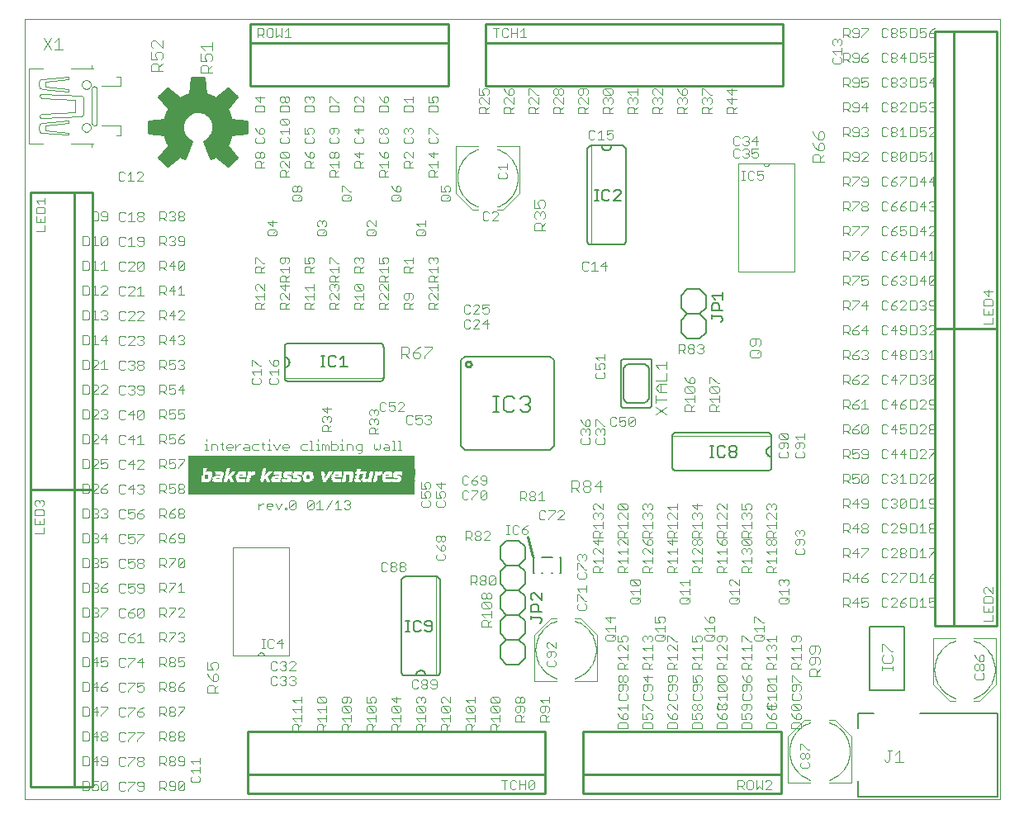
<source format=gto>
G75*
G70*
%OFA0B0*%
%FSLAX24Y24*%
%IPPOS*%
%LPD*%
%AMOC8*
5,1,8,0,0,1.08239X$1,22.5*
%
%ADD10C,0.0000*%
%ADD11R,0.9150X0.0030*%
%ADD12R,0.0510X0.0030*%
%ADD13R,0.0180X0.0030*%
%ADD14R,0.0090X0.0030*%
%ADD15R,0.0120X0.0030*%
%ADD16R,0.0150X0.0030*%
%ADD17R,0.0030X0.0030*%
%ADD18R,0.0450X0.0030*%
%ADD19R,0.0270X0.0030*%
%ADD20R,0.0060X0.0030*%
%ADD21R,0.0300X0.0030*%
%ADD22R,0.0600X0.0030*%
%ADD23R,0.0240X0.0030*%
%ADD24R,0.0570X0.0030*%
%ADD25R,0.0420X0.0030*%
%ADD26R,0.0210X0.0030*%
%ADD27R,0.0540X0.0030*%
%ADD28R,0.0390X0.0030*%
%ADD29R,0.0360X0.0030*%
%ADD30R,0.0330X0.0030*%
%ADD31R,0.0630X0.0030*%
%ADD32R,0.0810X0.0030*%
%ADD33R,0.1350X0.0030*%
%ADD34R,0.3690X0.0030*%
%ADD35R,0.2220X0.0030*%
%ADD36R,0.0780X0.0030*%
%ADD37R,0.1320X0.0030*%
%ADD38R,0.3660X0.0030*%
%ADD39R,0.2190X0.0030*%
%ADD40R,0.6000X0.0030*%
%ADD41C,0.0100*%
%ADD42C,0.0030*%
%ADD43C,0.0040*%
%ADD44C,0.0060*%
%ADD45C,0.0020*%
%ADD46C,0.0050*%
%ADD47C,0.0080*%
D10*
X001581Y000967D02*
X001581Y032463D01*
X040951Y032463D01*
X040951Y000967D01*
X001581Y000967D01*
X010011Y006787D02*
X011251Y006787D01*
X012251Y006787D01*
X012251Y011147D01*
X010011Y011147D01*
X010011Y006787D01*
X011011Y006777D02*
X011012Y006798D01*
X011017Y006818D01*
X011025Y006838D01*
X011036Y006855D01*
X011050Y006871D01*
X011067Y006883D01*
X011085Y006893D01*
X011105Y006899D01*
X011126Y006902D01*
X011147Y006901D01*
X011167Y006896D01*
X011187Y006888D01*
X011204Y006877D01*
X011220Y006863D01*
X011232Y006846D01*
X011242Y006828D01*
X011248Y006808D01*
X011251Y006787D01*
X030411Y022287D02*
X030411Y026647D01*
X031411Y026647D01*
X032651Y026647D01*
X032651Y022287D01*
X030411Y022287D01*
X031411Y026647D02*
X031414Y026626D01*
X031420Y026606D01*
X031430Y026588D01*
X031442Y026571D01*
X031458Y026557D01*
X031475Y026546D01*
X031495Y026538D01*
X031515Y026533D01*
X031536Y026532D01*
X031557Y026535D01*
X031577Y026541D01*
X031595Y026551D01*
X031612Y026563D01*
X031626Y026579D01*
X031637Y026596D01*
X031645Y026616D01*
X031650Y026636D01*
X031651Y026657D01*
X003904Y028101D02*
X003906Y028127D01*
X003912Y028153D01*
X003922Y028178D01*
X003935Y028201D01*
X003951Y028221D01*
X003971Y028239D01*
X003993Y028254D01*
X004016Y028266D01*
X004042Y028274D01*
X004068Y028278D01*
X004094Y028278D01*
X004120Y028274D01*
X004146Y028266D01*
X004170Y028254D01*
X004191Y028239D01*
X004211Y028221D01*
X004227Y028201D01*
X004240Y028178D01*
X004250Y028153D01*
X004256Y028127D01*
X004258Y028101D01*
X004256Y028075D01*
X004250Y028049D01*
X004240Y028024D01*
X004227Y028001D01*
X004211Y027981D01*
X004191Y027963D01*
X004169Y027948D01*
X004146Y027936D01*
X004120Y027928D01*
X004094Y027924D01*
X004068Y027924D01*
X004042Y027928D01*
X004016Y027936D01*
X003992Y027948D01*
X003971Y027963D01*
X003951Y027981D01*
X003935Y028001D01*
X003922Y028024D01*
X003912Y028049D01*
X003906Y028075D01*
X003904Y028101D01*
X003904Y029833D02*
X003906Y029859D01*
X003912Y029885D01*
X003922Y029910D01*
X003935Y029933D01*
X003951Y029953D01*
X003971Y029971D01*
X003993Y029986D01*
X004016Y029998D01*
X004042Y030006D01*
X004068Y030010D01*
X004094Y030010D01*
X004120Y030006D01*
X004146Y029998D01*
X004170Y029986D01*
X004191Y029971D01*
X004211Y029953D01*
X004227Y029933D01*
X004240Y029910D01*
X004250Y029885D01*
X004256Y029859D01*
X004258Y029833D01*
X004256Y029807D01*
X004250Y029781D01*
X004240Y029756D01*
X004227Y029733D01*
X004211Y029713D01*
X004191Y029695D01*
X004169Y029680D01*
X004146Y029668D01*
X004120Y029660D01*
X004094Y029656D01*
X004068Y029656D01*
X004042Y029660D01*
X004016Y029668D01*
X003992Y029680D01*
X003971Y029695D01*
X003951Y029713D01*
X003935Y029733D01*
X003922Y029756D01*
X003912Y029781D01*
X003906Y029807D01*
X003904Y029833D01*
D11*
X012771Y014827D03*
X012771Y014797D03*
X012771Y014767D03*
X012771Y014737D03*
X012771Y014707D03*
X012771Y014677D03*
X012771Y014647D03*
X012771Y014617D03*
X012771Y014587D03*
X012771Y014557D03*
X012771Y014527D03*
X012771Y014497D03*
X012771Y014467D03*
X012771Y014437D03*
X012771Y014407D03*
X012771Y014377D03*
X012771Y014347D03*
X012771Y013747D03*
X012771Y013717D03*
X012771Y013687D03*
X012771Y013657D03*
X012771Y013627D03*
X012771Y013597D03*
X012771Y013567D03*
X012771Y013537D03*
X012771Y013507D03*
X012771Y013477D03*
X012771Y013447D03*
X012771Y013417D03*
X012771Y013387D03*
X012771Y013357D03*
X012771Y013327D03*
X012771Y013297D03*
X012771Y013267D03*
D12*
X013371Y013777D03*
X017091Y014047D03*
X017091Y014077D03*
X017091Y014107D03*
X017091Y014137D03*
X017091Y014167D03*
X008451Y013897D03*
X008451Y013867D03*
X008451Y013837D03*
X008451Y013807D03*
X008451Y013777D03*
D13*
X009126Y013777D03*
X010026Y013987D03*
X011496Y013987D03*
X012786Y013777D03*
X013776Y014167D03*
X013896Y013837D03*
X015936Y013957D03*
X015936Y013987D03*
X015936Y014017D03*
D14*
X015981Y014047D03*
X016071Y014137D03*
X015681Y014077D03*
X015681Y014047D03*
X015651Y013927D03*
X015621Y013807D03*
X015621Y013777D03*
X015141Y013867D03*
X014901Y013957D03*
X014901Y013987D03*
X014901Y014017D03*
X014901Y014107D03*
X014901Y014137D03*
X014871Y013897D03*
X014871Y013867D03*
X014871Y013837D03*
X014871Y013807D03*
X014421Y014167D03*
X014061Y014167D03*
X014031Y014137D03*
X013941Y013987D03*
X013941Y013957D03*
X013761Y014047D03*
X013761Y014077D03*
X013041Y014047D03*
X013011Y013897D03*
X012771Y013987D03*
X012831Y014137D03*
X012441Y014167D03*
X012381Y013987D03*
X012411Y013957D03*
X012351Y013777D03*
X012021Y013957D03*
X012021Y014137D03*
X011751Y013897D03*
X011511Y013897D03*
X011511Y013867D03*
X011511Y013837D03*
X011541Y013777D03*
X011601Y014137D03*
X011361Y014137D03*
X011961Y013777D03*
X010551Y014167D03*
X009891Y014137D03*
X009651Y014137D03*
X009651Y014107D03*
X009651Y014077D03*
X009651Y014047D03*
X009621Y013927D03*
X009591Y013807D03*
X009591Y013777D03*
X009381Y013897D03*
X009141Y013837D03*
X009141Y013807D03*
D15*
X008916Y013897D03*
X008946Y013987D03*
X008946Y014017D03*
X008946Y014047D03*
X009216Y014077D03*
X009216Y014107D03*
X009216Y014137D03*
X009396Y013927D03*
X009636Y014167D03*
X009906Y014167D03*
X010056Y014047D03*
X010086Y014077D03*
X010116Y014107D03*
X010146Y014137D03*
X010176Y014167D03*
X010326Y014047D03*
X010056Y013897D03*
X010056Y013867D03*
X010056Y013837D03*
X010086Y013807D03*
X009816Y013807D03*
X009816Y013777D03*
X011286Y013777D03*
X011286Y013807D03*
X011496Y013927D03*
X011496Y013957D03*
X011586Y014107D03*
X011376Y014167D03*
X011766Y013927D03*
X012426Y013927D03*
X012786Y013807D03*
X013026Y013927D03*
X013026Y013957D03*
X013026Y013987D03*
X013026Y014017D03*
X013776Y014107D03*
X013926Y013927D03*
X014196Y014047D03*
X014646Y014047D03*
X014646Y014017D03*
X014646Y013987D03*
X014646Y013957D03*
X014616Y013867D03*
X014616Y013837D03*
X014616Y013807D03*
X014886Y013927D03*
X014916Y014047D03*
X014916Y014077D03*
X014886Y014167D03*
X015156Y014047D03*
X015156Y014017D03*
X015156Y013987D03*
X015156Y013957D03*
X015126Y013927D03*
X015126Y013897D03*
X015186Y014077D03*
X015426Y014017D03*
X015426Y013987D03*
X015396Y013897D03*
X015456Y014137D03*
X015456Y014167D03*
X016086Y014167D03*
X016236Y014047D03*
X016476Y014167D03*
D16*
X016701Y014047D03*
X016581Y013897D03*
X015441Y014047D03*
X015441Y014077D03*
X015441Y014107D03*
X015411Y013957D03*
X015411Y013927D03*
X014871Y013777D03*
X014631Y013897D03*
X014631Y013927D03*
X014601Y013777D03*
X013911Y013867D03*
X013911Y013897D03*
X013761Y014137D03*
X012861Y014167D03*
X012741Y014017D03*
X012651Y014047D03*
X012531Y013897D03*
X012351Y014017D03*
X012261Y014047D03*
X012141Y013897D03*
X012021Y013927D03*
X012021Y014167D03*
X011571Y014077D03*
X010101Y013777D03*
X010041Y013927D03*
X010041Y013957D03*
X010041Y014017D03*
X009231Y014017D03*
X009201Y014167D03*
X008931Y013957D03*
X008931Y013927D03*
D17*
X008931Y014167D03*
X009171Y013957D03*
X009171Y013927D03*
X009171Y013897D03*
X009831Y014047D03*
X009861Y014077D03*
X010551Y014017D03*
X010551Y013987D03*
X010521Y013867D03*
X010521Y013837D03*
X010521Y013807D03*
X010521Y013777D03*
X010761Y014167D03*
X011301Y014047D03*
X011331Y014077D03*
X011961Y013897D03*
X011961Y013867D03*
X011961Y013837D03*
X012171Y013867D03*
X012351Y013807D03*
X012561Y013867D03*
X012411Y014047D03*
X012411Y014077D03*
X012411Y014107D03*
X012801Y014047D03*
X013731Y013987D03*
X013731Y013957D03*
X013971Y014047D03*
X014421Y014017D03*
X014421Y013987D03*
X014391Y013867D03*
X014391Y013837D03*
X014391Y013807D03*
X014391Y013777D03*
X015171Y013837D03*
X015441Y013777D03*
X015891Y014167D03*
X016041Y014077D03*
X016461Y014077D03*
X016461Y014107D03*
X016461Y014047D03*
X016461Y014017D03*
X016461Y013987D03*
X016611Y013867D03*
X016431Y013777D03*
D18*
X013401Y013807D03*
X010911Y013927D03*
X010881Y013807D03*
X010881Y013777D03*
D19*
X011031Y014077D03*
X011031Y014107D03*
X011031Y014137D03*
X011031Y014167D03*
X010401Y013897D03*
X013911Y013777D03*
X014271Y013897D03*
X015921Y013807D03*
D20*
X015636Y013837D03*
X015636Y013867D03*
X015636Y013897D03*
X015666Y013957D03*
X015666Y013987D03*
X015666Y014017D03*
X015696Y014107D03*
X015696Y014137D03*
X015696Y014167D03*
X016056Y014107D03*
X016476Y014137D03*
X015186Y013807D03*
X015186Y013777D03*
X014436Y014047D03*
X014436Y014077D03*
X014436Y014107D03*
X014436Y014137D03*
X014016Y014107D03*
X013986Y014077D03*
X013956Y014017D03*
X013746Y014017D03*
X012816Y014077D03*
X012816Y014107D03*
X012786Y013957D03*
X012786Y013927D03*
X012786Y013897D03*
X012786Y013867D03*
X012786Y013837D03*
X012426Y014137D03*
X012006Y014107D03*
X012006Y014077D03*
X012006Y014047D03*
X012006Y014017D03*
X012006Y013987D03*
X011946Y013807D03*
X011526Y013807D03*
X011286Y013837D03*
X011286Y013867D03*
X011346Y014107D03*
X011616Y014167D03*
X010566Y014137D03*
X010566Y014107D03*
X010566Y014077D03*
X010566Y014047D03*
X009876Y014107D03*
X009816Y013867D03*
X009816Y013837D03*
X009606Y013837D03*
X009606Y013867D03*
X009606Y013897D03*
X009636Y013957D03*
X009636Y013987D03*
X009636Y014017D03*
X009186Y013987D03*
X009156Y013867D03*
D21*
X010416Y013927D03*
X014286Y013927D03*
X015936Y013777D03*
D22*
X017046Y013777D03*
X008496Y014197D03*
X008496Y014227D03*
X008496Y014257D03*
X008496Y014287D03*
D23*
X011556Y014017D03*
X013896Y013807D03*
X016296Y013897D03*
D24*
X017061Y013987D03*
X017061Y013807D03*
X008481Y014047D03*
X008481Y014077D03*
X008481Y014107D03*
X008481Y014137D03*
X008481Y014167D03*
D25*
X010896Y013897D03*
X010896Y013867D03*
X010896Y013837D03*
X010926Y013957D03*
X010926Y013987D03*
X010926Y014017D03*
X013416Y013837D03*
D26*
X015921Y013837D03*
X015921Y013867D03*
X015921Y013897D03*
X015921Y013927D03*
D27*
X017076Y013927D03*
X017076Y013957D03*
X017076Y013897D03*
X017076Y013867D03*
X017076Y013837D03*
X008466Y013927D03*
X008466Y013957D03*
X008466Y013987D03*
X008466Y014017D03*
D28*
X011661Y014047D03*
X013371Y014167D03*
X013401Y013867D03*
D29*
X013416Y013897D03*
X013416Y013927D03*
X013416Y013957D03*
X013416Y013987D03*
X013416Y014017D03*
X013386Y014137D03*
X010986Y014047D03*
X016326Y013957D03*
X016356Y013927D03*
D30*
X014271Y013957D03*
X013401Y014047D03*
X013401Y014077D03*
X013401Y014107D03*
X010401Y013957D03*
X009321Y014047D03*
D31*
X008511Y014317D03*
X017031Y014017D03*
D32*
X009351Y014317D03*
X009321Y014197D03*
D33*
X010521Y014197D03*
X010551Y014317D03*
D34*
X013161Y014197D03*
D35*
X016236Y014197D03*
D36*
X009336Y014227D03*
X009336Y014257D03*
X009336Y014287D03*
D37*
X010536Y014287D03*
X010536Y014257D03*
X010536Y014227D03*
D38*
X013176Y014227D03*
X013176Y014257D03*
X013176Y014287D03*
D39*
X016251Y014287D03*
X016251Y014257D03*
X016251Y014227D03*
D40*
X014346Y014317D03*
D41*
X019395Y018541D02*
X019397Y018561D01*
X019402Y018581D01*
X019412Y018599D01*
X019424Y018616D01*
X019439Y018630D01*
X019457Y018640D01*
X019476Y018648D01*
X019496Y018652D01*
X019516Y018652D01*
X019536Y018648D01*
X019555Y018640D01*
X019573Y018630D01*
X019588Y018616D01*
X019600Y018599D01*
X019610Y018581D01*
X019615Y018561D01*
X019617Y018541D01*
X019615Y018521D01*
X019610Y018501D01*
X019600Y018483D01*
X019588Y018466D01*
X019573Y018452D01*
X019555Y018442D01*
X019536Y018434D01*
X019516Y018430D01*
X019496Y018430D01*
X019476Y018434D01*
X019457Y018442D01*
X019439Y018452D01*
X019424Y018466D01*
X019412Y018483D01*
X019402Y018501D01*
X019397Y018521D01*
X019395Y018541D01*
X021881Y011567D02*
X022081Y010767D01*
X022581Y003717D02*
X022581Y001967D01*
X010581Y001967D01*
X010581Y003717D01*
X022581Y003717D01*
X024131Y003717D02*
X032131Y003717D01*
X032131Y001967D01*
X024131Y001967D01*
X024131Y003717D01*
X024131Y001967D02*
X024131Y001217D01*
X032131Y001217D01*
X032131Y001967D01*
X038331Y007967D02*
X039081Y007967D01*
X039081Y019967D01*
X039081Y031967D01*
X040831Y031967D01*
X040831Y019967D01*
X039081Y019967D01*
X038331Y019967D01*
X038331Y031967D01*
X039081Y031967D01*
X032181Y032267D02*
X032181Y031517D01*
X020181Y031517D01*
X020181Y032267D01*
X032181Y032267D01*
X032181Y031517D02*
X032181Y029767D01*
X020181Y029767D01*
X020181Y031517D01*
X018681Y031517D02*
X010681Y031517D01*
X010681Y032267D01*
X018681Y032267D01*
X018681Y031517D01*
X018681Y029767D01*
X010681Y029767D01*
X010681Y031517D01*
X008825Y030102D02*
X008337Y030102D01*
X008272Y029456D01*
X008126Y029414D01*
X007985Y029356D01*
X007852Y029283D01*
X007350Y029693D01*
X007005Y029348D01*
X007415Y028845D01*
X007342Y028712D01*
X007284Y028572D01*
X007241Y028426D01*
X006596Y028360D01*
X006596Y027873D01*
X007241Y027807D01*
X007284Y027661D01*
X007342Y027521D01*
X007415Y027388D01*
X007005Y026885D01*
X007350Y026541D01*
X007852Y026951D01*
X007951Y026894D01*
X008055Y026846D01*
X008342Y027539D01*
X008248Y027587D01*
X008165Y027651D01*
X008092Y027727D01*
X008034Y027814D01*
X007991Y027910D01*
X007965Y028012D01*
X007956Y028117D01*
X007965Y028224D01*
X007993Y028328D01*
X008038Y028426D01*
X008099Y028515D01*
X008175Y028592D01*
X008263Y028655D01*
X008360Y028701D01*
X008464Y028731D01*
X008571Y028742D01*
X008679Y028734D01*
X008783Y028708D01*
X008882Y028664D01*
X008972Y028604D01*
X009050Y028530D01*
X009114Y028443D01*
X009162Y028347D01*
X009193Y028243D01*
X009206Y028136D01*
X009200Y028029D01*
X009175Y027924D01*
X009133Y027824D01*
X009075Y027734D01*
X009002Y027654D01*
X008916Y027589D01*
X008820Y027539D01*
X009107Y026846D01*
X009211Y026894D01*
X009310Y026951D01*
X009812Y026541D01*
X010157Y026885D01*
X009747Y027388D01*
X009820Y027521D01*
X009878Y027661D01*
X009921Y027807D01*
X010566Y027873D01*
X010566Y028360D01*
X009921Y028426D01*
X009878Y028572D01*
X009820Y028712D01*
X009747Y028845D01*
X010157Y029348D01*
X009812Y029693D01*
X009310Y029283D01*
X009177Y029356D01*
X009036Y029414D01*
X008890Y029456D01*
X008825Y030102D01*
X008833Y030024D02*
X008329Y030024D01*
X008319Y029926D02*
X008843Y029926D01*
X008853Y029827D02*
X008309Y029827D01*
X008299Y029729D02*
X008863Y029729D01*
X008873Y029630D02*
X008289Y029630D01*
X008279Y029532D02*
X008883Y029532D01*
X008970Y029433D02*
X008192Y029433D01*
X007947Y029335D02*
X009215Y029335D01*
X009373Y029335D02*
X010146Y029335D01*
X010072Y029433D02*
X009494Y029433D01*
X009615Y029532D02*
X009973Y029532D01*
X009875Y029630D02*
X009736Y029630D01*
X010066Y029236D02*
X007096Y029236D01*
X007176Y029138D02*
X009986Y029138D01*
X009905Y029039D02*
X007257Y029039D01*
X007337Y028941D02*
X009825Y028941D01*
X009749Y028842D02*
X007413Y028842D01*
X007359Y028744D02*
X009803Y028744D01*
X009848Y028645D02*
X008911Y028645D01*
X009032Y028547D02*
X009886Y028547D01*
X009914Y028448D02*
X009110Y028448D01*
X009161Y028350D02*
X010566Y028350D01*
X010566Y028251D02*
X009191Y028251D01*
X009204Y028153D02*
X010566Y028153D01*
X010566Y028054D02*
X009201Y028054D01*
X009183Y027956D02*
X010566Y027956D01*
X010412Y027857D02*
X009147Y027857D01*
X009091Y027759D02*
X009907Y027759D01*
X009878Y027660D02*
X009007Y027660D01*
X008863Y027562D02*
X009837Y027562D01*
X009788Y027463D02*
X008852Y027463D01*
X008892Y027365D02*
X009766Y027365D01*
X009846Y027266D02*
X008933Y027266D01*
X008974Y027168D02*
X009927Y027168D01*
X010007Y027069D02*
X009015Y027069D01*
X009056Y026971D02*
X010087Y026971D01*
X010144Y026872D02*
X009406Y026872D01*
X009527Y026774D02*
X010045Y026774D01*
X009947Y026675D02*
X009647Y026675D01*
X009768Y026577D02*
X009848Y026577D01*
X009163Y026872D02*
X009096Y026872D01*
X008229Y027266D02*
X007316Y027266D01*
X007396Y027365D02*
X008270Y027365D01*
X008310Y027463D02*
X007374Y027463D01*
X007325Y027562D02*
X008298Y027562D01*
X008155Y027660D02*
X007284Y027660D01*
X007255Y027759D02*
X008071Y027759D01*
X008015Y027857D02*
X006750Y027857D01*
X006596Y027956D02*
X007979Y027956D01*
X007961Y028054D02*
X006596Y028054D01*
X006596Y028153D02*
X007959Y028153D01*
X007972Y028251D02*
X006596Y028251D01*
X006596Y028350D02*
X008003Y028350D01*
X008053Y028448D02*
X007248Y028448D01*
X007276Y028547D02*
X008131Y028547D01*
X008250Y028645D02*
X007314Y028645D01*
X007016Y029335D02*
X007789Y029335D01*
X007668Y029433D02*
X007090Y029433D01*
X007189Y029532D02*
X007547Y029532D01*
X007426Y029630D02*
X007287Y029630D01*
X007235Y027168D02*
X008188Y027168D01*
X008147Y027069D02*
X007155Y027069D01*
X007075Y026971D02*
X008106Y026971D01*
X008066Y026872D02*
X007999Y026872D01*
X007756Y026872D02*
X007018Y026872D01*
X007117Y026774D02*
X007635Y026774D01*
X007515Y026675D02*
X007215Y026675D01*
X007314Y026577D02*
X007394Y026577D01*
X004331Y025467D02*
X003581Y025467D01*
X003581Y013467D01*
X003581Y001467D01*
X001831Y001467D01*
X001831Y013467D01*
X003581Y013467D01*
X004331Y013467D01*
X004331Y001467D01*
X003581Y001467D01*
X010581Y001217D02*
X010581Y001967D01*
X010581Y001217D02*
X022581Y001217D01*
X022581Y001967D01*
X038331Y007967D02*
X038331Y019967D01*
X039081Y019967D01*
X040831Y019967D01*
X040831Y007967D01*
X039081Y007967D01*
X004331Y013467D02*
X003581Y013467D01*
X001831Y013467D01*
X001831Y025467D01*
X003581Y025467D01*
X004331Y025467D02*
X004331Y013467D01*
D42*
X004309Y013332D02*
X004556Y013579D01*
X004556Y013640D01*
X004495Y013702D01*
X004371Y013702D01*
X004309Y013640D01*
X004188Y013640D02*
X004126Y013702D01*
X003941Y013702D01*
X003941Y013332D01*
X004126Y013332D01*
X004188Y013393D01*
X004188Y013640D01*
X004309Y013332D02*
X004556Y013332D01*
X004678Y013393D02*
X004739Y013332D01*
X004863Y013332D01*
X004925Y013393D01*
X004925Y013455D01*
X004863Y013517D01*
X004678Y013517D01*
X004678Y013393D01*
X004678Y013517D02*
X004801Y013640D01*
X004925Y013702D01*
X005406Y013634D02*
X005406Y013387D01*
X005468Y013326D01*
X005591Y013326D01*
X005653Y013387D01*
X005774Y013511D02*
X006021Y013511D01*
X006143Y013634D02*
X006204Y013696D01*
X006328Y013696D01*
X006390Y013634D01*
X006390Y013573D01*
X006328Y013511D01*
X006390Y013449D01*
X006390Y013387D01*
X006328Y013326D01*
X006204Y013326D01*
X006143Y013387D01*
X006266Y013511D02*
X006328Y013511D01*
X005959Y013326D02*
X005959Y013696D01*
X005774Y013511D01*
X005653Y013634D02*
X005591Y013696D01*
X005468Y013696D01*
X005406Y013634D01*
X005468Y014326D02*
X005591Y014326D01*
X005653Y014387D01*
X005774Y014511D02*
X006021Y014511D01*
X006143Y014634D02*
X006204Y014696D01*
X006328Y014696D01*
X006390Y014634D01*
X006390Y014573D01*
X006143Y014326D01*
X006390Y014326D01*
X005959Y014326D02*
X005959Y014696D01*
X005774Y014511D01*
X005653Y014634D02*
X005591Y014696D01*
X005468Y014696D01*
X005406Y014634D01*
X005406Y014387D01*
X005468Y014326D01*
X004925Y014393D02*
X004863Y014332D01*
X004739Y014332D01*
X004678Y014393D01*
X004678Y014517D02*
X004801Y014579D01*
X004863Y014579D01*
X004925Y014517D01*
X004925Y014393D01*
X004678Y014517D02*
X004678Y014702D01*
X004925Y014702D01*
X004556Y014640D02*
X004495Y014702D01*
X004371Y014702D01*
X004309Y014640D01*
X004188Y014640D02*
X004126Y014702D01*
X003941Y014702D01*
X003941Y014332D01*
X004126Y014332D01*
X004188Y014393D01*
X004188Y014640D01*
X004309Y014332D02*
X004556Y014579D01*
X004556Y014640D01*
X004556Y014332D02*
X004309Y014332D01*
X004309Y015332D02*
X004556Y015579D01*
X004556Y015640D01*
X004495Y015702D01*
X004371Y015702D01*
X004309Y015640D01*
X004188Y015640D02*
X004126Y015702D01*
X003941Y015702D01*
X003941Y015332D01*
X004126Y015332D01*
X004188Y015393D01*
X004188Y015640D01*
X004309Y015332D02*
X004556Y015332D01*
X004678Y015517D02*
X004925Y015517D01*
X004863Y015332D02*
X004863Y015702D01*
X004678Y015517D01*
X005406Y015634D02*
X005406Y015387D01*
X005468Y015326D01*
X005591Y015326D01*
X005653Y015387D01*
X005774Y015511D02*
X006021Y015511D01*
X006143Y015573D02*
X006266Y015696D01*
X006266Y015326D01*
X006143Y015326D02*
X006390Y015326D01*
X005959Y015326D02*
X005959Y015696D01*
X005774Y015511D01*
X005653Y015634D02*
X005591Y015696D01*
X005468Y015696D01*
X005406Y015634D01*
X005468Y016326D02*
X005591Y016326D01*
X005653Y016387D01*
X005774Y016511D02*
X006021Y016511D01*
X006143Y016634D02*
X006204Y016696D01*
X006328Y016696D01*
X006390Y016634D01*
X006143Y016387D01*
X006204Y016326D01*
X006328Y016326D01*
X006390Y016387D01*
X006390Y016634D01*
X006143Y016634D02*
X006143Y016387D01*
X005959Y016326D02*
X005959Y016696D01*
X005774Y016511D01*
X005653Y016634D02*
X005591Y016696D01*
X005468Y016696D01*
X005406Y016634D01*
X005406Y016387D01*
X005468Y016326D01*
X004925Y016393D02*
X004863Y016332D01*
X004739Y016332D01*
X004678Y016393D01*
X004556Y016332D02*
X004309Y016332D01*
X004556Y016579D01*
X004556Y016640D01*
X004495Y016702D01*
X004371Y016702D01*
X004309Y016640D01*
X004188Y016640D02*
X004126Y016702D01*
X003941Y016702D01*
X003941Y016332D01*
X004126Y016332D01*
X004188Y016393D01*
X004188Y016640D01*
X004678Y016640D02*
X004739Y016702D01*
X004863Y016702D01*
X004925Y016640D01*
X004925Y016579D01*
X004863Y016517D01*
X004925Y016455D01*
X004925Y016393D01*
X004863Y016517D02*
X004801Y016517D01*
X004678Y017332D02*
X004925Y017579D01*
X004925Y017640D01*
X004863Y017702D01*
X004739Y017702D01*
X004678Y017640D01*
X004556Y017640D02*
X004495Y017702D01*
X004371Y017702D01*
X004309Y017640D01*
X004188Y017640D02*
X004188Y017393D01*
X004126Y017332D01*
X003941Y017332D01*
X003941Y017702D01*
X004126Y017702D01*
X004188Y017640D01*
X004309Y017332D02*
X004556Y017579D01*
X004556Y017640D01*
X004556Y017332D02*
X004309Y017332D01*
X004678Y017332D02*
X004925Y017332D01*
X005406Y017387D02*
X005468Y017326D01*
X005591Y017326D01*
X005653Y017387D01*
X005774Y017387D02*
X005836Y017326D01*
X005959Y017326D01*
X006021Y017387D01*
X006021Y017449D01*
X005959Y017511D01*
X005898Y017511D01*
X005959Y017511D02*
X006021Y017573D01*
X006021Y017634D01*
X005959Y017696D01*
X005836Y017696D01*
X005774Y017634D01*
X005653Y017634D02*
X005591Y017696D01*
X005468Y017696D01*
X005406Y017634D01*
X005406Y017387D01*
X006143Y017387D02*
X006204Y017326D01*
X006328Y017326D01*
X006390Y017387D01*
X006390Y017634D01*
X006328Y017696D01*
X006204Y017696D01*
X006143Y017634D01*
X006143Y017573D01*
X006204Y017511D01*
X006390Y017511D01*
X007046Y017455D02*
X007231Y017455D01*
X007293Y017517D01*
X007293Y017640D01*
X007231Y017702D01*
X007046Y017702D01*
X007046Y017332D01*
X007169Y017455D02*
X007293Y017332D01*
X007414Y017393D02*
X007476Y017332D01*
X007599Y017332D01*
X007661Y017393D01*
X007661Y017517D01*
X007599Y017579D01*
X007538Y017579D01*
X007414Y017517D01*
X007414Y017702D01*
X007661Y017702D01*
X007783Y017517D02*
X008030Y017517D01*
X007968Y017702D02*
X007783Y017517D01*
X007968Y017332D02*
X007968Y017702D01*
X007968Y018332D02*
X007844Y018332D01*
X007783Y018393D01*
X007661Y018393D02*
X007599Y018332D01*
X007476Y018332D01*
X007414Y018393D01*
X007414Y018517D02*
X007538Y018579D01*
X007599Y018579D01*
X007661Y018517D01*
X007661Y018393D01*
X007906Y018517D02*
X007968Y018517D01*
X008030Y018455D01*
X008030Y018393D01*
X007968Y018332D01*
X007968Y018517D02*
X008030Y018579D01*
X008030Y018640D01*
X007968Y018702D01*
X007844Y018702D01*
X007783Y018640D01*
X007661Y018702D02*
X007414Y018702D01*
X007414Y018517D01*
X007293Y018517D02*
X007231Y018455D01*
X007046Y018455D01*
X007046Y018332D02*
X007046Y018702D01*
X007231Y018702D01*
X007293Y018640D01*
X007293Y018517D01*
X007169Y018455D02*
X007293Y018332D01*
X006390Y018387D02*
X006328Y018326D01*
X006204Y018326D01*
X006143Y018387D01*
X006143Y018449D01*
X006204Y018511D01*
X006328Y018511D01*
X006390Y018449D01*
X006390Y018387D01*
X006328Y018511D02*
X006390Y018573D01*
X006390Y018634D01*
X006328Y018696D01*
X006204Y018696D01*
X006143Y018634D01*
X006143Y018573D01*
X006204Y018511D01*
X006021Y018573D02*
X005959Y018511D01*
X006021Y018449D01*
X006021Y018387D01*
X005959Y018326D01*
X005836Y018326D01*
X005774Y018387D01*
X005653Y018387D02*
X005591Y018326D01*
X005468Y018326D01*
X005406Y018387D01*
X005406Y018634D01*
X005468Y018696D01*
X005591Y018696D01*
X005653Y018634D01*
X005774Y018634D02*
X005836Y018696D01*
X005959Y018696D01*
X006021Y018634D01*
X006021Y018573D01*
X005959Y018511D02*
X005898Y018511D01*
X004925Y018332D02*
X004678Y018332D01*
X004556Y018332D02*
X004309Y018332D01*
X004556Y018579D01*
X004556Y018640D01*
X004495Y018702D01*
X004371Y018702D01*
X004309Y018640D01*
X004188Y018640D02*
X004188Y018393D01*
X004126Y018332D01*
X003941Y018332D01*
X003941Y018702D01*
X004126Y018702D01*
X004188Y018640D01*
X004678Y018579D02*
X004801Y018702D01*
X004801Y018332D01*
X004863Y019332D02*
X004863Y019702D01*
X004678Y019517D01*
X004925Y019517D01*
X004556Y019332D02*
X004309Y019332D01*
X004433Y019332D02*
X004433Y019702D01*
X004309Y019579D01*
X004188Y019640D02*
X004126Y019702D01*
X003941Y019702D01*
X003941Y019332D01*
X004126Y019332D01*
X004188Y019393D01*
X004188Y019640D01*
X004126Y020332D02*
X004188Y020393D01*
X004188Y020640D01*
X004126Y020702D01*
X003941Y020702D01*
X003941Y020332D01*
X004126Y020332D01*
X004309Y020332D02*
X004556Y020332D01*
X004433Y020332D02*
X004433Y020702D01*
X004309Y020579D01*
X004678Y020640D02*
X004739Y020702D01*
X004863Y020702D01*
X004925Y020640D01*
X004925Y020579D01*
X004863Y020517D01*
X004925Y020455D01*
X004925Y020393D01*
X004863Y020332D01*
X004739Y020332D01*
X004678Y020393D01*
X004801Y020517D02*
X004863Y020517D01*
X005406Y020634D02*
X005406Y020387D01*
X005468Y020326D01*
X005591Y020326D01*
X005653Y020387D01*
X005774Y020326D02*
X006021Y020573D01*
X006021Y020634D01*
X005959Y020696D01*
X005836Y020696D01*
X005774Y020634D01*
X005653Y020634D02*
X005591Y020696D01*
X005468Y020696D01*
X005406Y020634D01*
X005774Y020326D02*
X006021Y020326D01*
X006143Y020326D02*
X006390Y020573D01*
X006390Y020634D01*
X006328Y020696D01*
X006204Y020696D01*
X006143Y020634D01*
X006143Y020326D02*
X006390Y020326D01*
X006328Y019696D02*
X006390Y019634D01*
X006390Y019573D01*
X006328Y019511D01*
X006390Y019449D01*
X006390Y019387D01*
X006328Y019326D01*
X006204Y019326D01*
X006143Y019387D01*
X006021Y019326D02*
X005774Y019326D01*
X006021Y019573D01*
X006021Y019634D01*
X005959Y019696D01*
X005836Y019696D01*
X005774Y019634D01*
X005653Y019634D02*
X005591Y019696D01*
X005468Y019696D01*
X005406Y019634D01*
X005406Y019387D01*
X005468Y019326D01*
X005591Y019326D01*
X005653Y019387D01*
X006143Y019634D02*
X006204Y019696D01*
X006328Y019696D01*
X006328Y019511D02*
X006266Y019511D01*
X007046Y019455D02*
X007231Y019455D01*
X007293Y019517D01*
X007293Y019640D01*
X007231Y019702D01*
X007046Y019702D01*
X007046Y019332D01*
X007169Y019455D02*
X007293Y019332D01*
X007414Y019517D02*
X007661Y019517D01*
X007783Y019640D02*
X007844Y019702D01*
X007968Y019702D01*
X008030Y019640D01*
X008030Y019579D01*
X007968Y019517D01*
X008030Y019455D01*
X008030Y019393D01*
X007968Y019332D01*
X007844Y019332D01*
X007783Y019393D01*
X007906Y019517D02*
X007968Y019517D01*
X007599Y019702D02*
X007414Y019517D01*
X007599Y019332D02*
X007599Y019702D01*
X007599Y020332D02*
X007599Y020702D01*
X007414Y020517D01*
X007661Y020517D01*
X007783Y020640D02*
X007844Y020702D01*
X007968Y020702D01*
X008030Y020640D01*
X008030Y020579D01*
X007783Y020332D01*
X008030Y020332D01*
X007293Y020332D02*
X007169Y020455D01*
X007231Y020455D02*
X007046Y020455D01*
X007046Y020332D02*
X007046Y020702D01*
X007231Y020702D01*
X007293Y020640D01*
X007293Y020517D01*
X007231Y020455D01*
X007293Y021332D02*
X007169Y021455D01*
X007231Y021455D02*
X007046Y021455D01*
X007046Y021332D02*
X007046Y021702D01*
X007231Y021702D01*
X007293Y021640D01*
X007293Y021517D01*
X007231Y021455D01*
X007414Y021517D02*
X007599Y021702D01*
X007599Y021332D01*
X007783Y021332D02*
X008030Y021332D01*
X007906Y021332D02*
X007906Y021702D01*
X007783Y021579D01*
X007661Y021517D02*
X007414Y021517D01*
X007293Y022332D02*
X007169Y022455D01*
X007231Y022455D02*
X007046Y022455D01*
X007046Y022332D02*
X007046Y022702D01*
X007231Y022702D01*
X007293Y022640D01*
X007293Y022517D01*
X007231Y022455D01*
X007414Y022517D02*
X007599Y022702D01*
X007599Y022332D01*
X007783Y022393D02*
X008030Y022640D01*
X008030Y022393D01*
X007968Y022332D01*
X007844Y022332D01*
X007783Y022393D01*
X007783Y022640D01*
X007844Y022702D01*
X007968Y022702D01*
X008030Y022640D01*
X007661Y022517D02*
X007414Y022517D01*
X007476Y023332D02*
X007414Y023393D01*
X007476Y023332D02*
X007599Y023332D01*
X007661Y023393D01*
X007661Y023455D01*
X007599Y023517D01*
X007538Y023517D01*
X007599Y023517D02*
X007661Y023579D01*
X007661Y023640D01*
X007599Y023702D01*
X007476Y023702D01*
X007414Y023640D01*
X007293Y023640D02*
X007293Y023517D01*
X007231Y023455D01*
X007046Y023455D01*
X007046Y023332D02*
X007046Y023702D01*
X007231Y023702D01*
X007293Y023640D01*
X007169Y023455D02*
X007293Y023332D01*
X007783Y023393D02*
X007844Y023332D01*
X007968Y023332D01*
X008030Y023393D01*
X008030Y023640D01*
X007968Y023702D01*
X007844Y023702D01*
X007783Y023640D01*
X007783Y023579D01*
X007844Y023517D01*
X008030Y023517D01*
X007968Y024332D02*
X007844Y024332D01*
X007783Y024393D01*
X007783Y024455D01*
X007844Y024517D01*
X007968Y024517D01*
X008030Y024455D01*
X008030Y024393D01*
X007968Y024332D01*
X007968Y024517D02*
X008030Y024579D01*
X008030Y024640D01*
X007968Y024702D01*
X007844Y024702D01*
X007783Y024640D01*
X007783Y024579D01*
X007844Y024517D01*
X007661Y024579D02*
X007599Y024517D01*
X007661Y024455D01*
X007661Y024393D01*
X007599Y024332D01*
X007476Y024332D01*
X007414Y024393D01*
X007293Y024332D02*
X007169Y024455D01*
X007231Y024455D02*
X007046Y024455D01*
X007046Y024332D02*
X007046Y024702D01*
X007231Y024702D01*
X007293Y024640D01*
X007293Y024517D01*
X007231Y024455D01*
X007414Y024640D02*
X007476Y024702D01*
X007599Y024702D01*
X007661Y024640D01*
X007661Y024579D01*
X007599Y024517D02*
X007538Y024517D01*
X006390Y024573D02*
X006328Y024511D01*
X006204Y024511D01*
X006143Y024573D01*
X006143Y024634D01*
X006204Y024696D01*
X006328Y024696D01*
X006390Y024634D01*
X006390Y024573D01*
X006328Y024511D02*
X006390Y024449D01*
X006390Y024387D01*
X006328Y024326D01*
X006204Y024326D01*
X006143Y024387D01*
X006143Y024449D01*
X006204Y024511D01*
X006021Y024326D02*
X005774Y024326D01*
X005898Y024326D02*
X005898Y024696D01*
X005774Y024573D01*
X005653Y024634D02*
X005591Y024696D01*
X005468Y024696D01*
X005406Y024634D01*
X005406Y024387D01*
X005468Y024326D01*
X005591Y024326D01*
X005653Y024387D01*
X005591Y023696D02*
X005468Y023696D01*
X005406Y023634D01*
X005406Y023387D01*
X005468Y023326D01*
X005591Y023326D01*
X005653Y023387D01*
X005774Y023326D02*
X006021Y023326D01*
X005898Y023326D02*
X005898Y023696D01*
X005774Y023573D01*
X005653Y023634D02*
X005591Y023696D01*
X006143Y023634D02*
X006143Y023573D01*
X006204Y023511D01*
X006390Y023511D01*
X006390Y023634D02*
X006390Y023387D01*
X006328Y023326D01*
X006204Y023326D01*
X006143Y023387D01*
X006143Y023634D02*
X006204Y023696D01*
X006328Y023696D01*
X006390Y023634D01*
X006328Y022696D02*
X006390Y022634D01*
X006143Y022387D01*
X006204Y022326D01*
X006328Y022326D01*
X006390Y022387D01*
X006390Y022634D01*
X006328Y022696D02*
X006204Y022696D01*
X006143Y022634D01*
X006143Y022387D01*
X006021Y022326D02*
X005774Y022326D01*
X006021Y022573D01*
X006021Y022634D01*
X005959Y022696D01*
X005836Y022696D01*
X005774Y022634D01*
X005653Y022634D02*
X005591Y022696D01*
X005468Y022696D01*
X005406Y022634D01*
X005406Y022387D01*
X005468Y022326D01*
X005591Y022326D01*
X005653Y022387D01*
X005591Y021696D02*
X005468Y021696D01*
X005406Y021634D01*
X005406Y021387D01*
X005468Y021326D01*
X005591Y021326D01*
X005653Y021387D01*
X005774Y021326D02*
X006021Y021573D01*
X006021Y021634D01*
X005959Y021696D01*
X005836Y021696D01*
X005774Y021634D01*
X005653Y021634D02*
X005591Y021696D01*
X005774Y021326D02*
X006021Y021326D01*
X006143Y021326D02*
X006390Y021326D01*
X006266Y021326D02*
X006266Y021696D01*
X006143Y021573D01*
X004925Y021579D02*
X004925Y021640D01*
X004863Y021702D01*
X004739Y021702D01*
X004678Y021640D01*
X004433Y021702D02*
X004433Y021332D01*
X004556Y021332D02*
X004309Y021332D01*
X004188Y021393D02*
X004188Y021640D01*
X004126Y021702D01*
X003941Y021702D01*
X003941Y021332D01*
X004126Y021332D01*
X004188Y021393D01*
X004309Y021579D02*
X004433Y021702D01*
X004678Y021332D02*
X004925Y021579D01*
X004925Y021332D02*
X004678Y021332D01*
X004678Y022332D02*
X004925Y022332D01*
X004801Y022332D02*
X004801Y022702D01*
X004678Y022579D01*
X004433Y022702D02*
X004433Y022332D01*
X004556Y022332D02*
X004309Y022332D01*
X004188Y022393D02*
X004188Y022640D01*
X004126Y022702D01*
X003941Y022702D01*
X003941Y022332D01*
X004126Y022332D01*
X004188Y022393D01*
X004309Y022579D02*
X004433Y022702D01*
X004433Y023332D02*
X004433Y023702D01*
X004309Y023579D01*
X004188Y023640D02*
X004188Y023393D01*
X004126Y023332D01*
X003941Y023332D01*
X003941Y023702D01*
X004126Y023702D01*
X004188Y023640D01*
X004309Y023332D02*
X004556Y023332D01*
X004678Y023393D02*
X004925Y023640D01*
X004925Y023393D01*
X004863Y023332D01*
X004739Y023332D01*
X004678Y023393D01*
X004678Y023640D01*
X004739Y023702D01*
X004863Y023702D01*
X004925Y023640D01*
X004863Y024332D02*
X004925Y024393D01*
X004925Y024640D01*
X004863Y024702D01*
X004739Y024702D01*
X004678Y024640D01*
X004678Y024579D01*
X004739Y024517D01*
X004925Y024517D01*
X004863Y024332D02*
X004739Y024332D01*
X004678Y024393D01*
X004556Y024393D02*
X004556Y024640D01*
X004495Y024702D01*
X004309Y024702D01*
X004309Y024332D01*
X004495Y024332D01*
X004556Y024393D01*
X005443Y025938D02*
X005566Y025938D01*
X005628Y025999D01*
X005749Y025938D02*
X005996Y025938D01*
X006118Y025938D02*
X006365Y026184D01*
X006365Y026246D01*
X006303Y026308D01*
X006179Y026308D01*
X006118Y026246D01*
X005873Y026308D02*
X005873Y025938D01*
X006118Y025938D02*
X006365Y025938D01*
X005873Y026308D02*
X005749Y026184D01*
X005628Y026246D02*
X005566Y026308D01*
X005443Y026308D01*
X005381Y026246D01*
X005381Y025999D01*
X005443Y025938D01*
X010896Y026495D02*
X010896Y026680D01*
X010957Y026742D01*
X011081Y026742D01*
X011143Y026680D01*
X011143Y026495D01*
X011266Y026495D02*
X010896Y026495D01*
X011143Y026618D02*
X011266Y026742D01*
X011204Y026863D02*
X011143Y026863D01*
X011081Y026925D01*
X011081Y027049D01*
X011143Y027110D01*
X011204Y027110D01*
X011266Y027049D01*
X011266Y026925D01*
X011204Y026863D01*
X011081Y026925D02*
X011019Y026863D01*
X010957Y026863D01*
X010896Y026925D01*
X010896Y027049D01*
X010957Y027110D01*
X011019Y027110D01*
X011081Y027049D01*
X011198Y027467D02*
X010951Y027467D01*
X010890Y027528D01*
X010890Y027652D01*
X010951Y027714D01*
X011075Y027835D02*
X011075Y028020D01*
X011137Y028082D01*
X011198Y028082D01*
X011260Y028020D01*
X011260Y027897D01*
X011198Y027835D01*
X011075Y027835D01*
X010951Y027958D01*
X010890Y028082D01*
X011198Y027714D02*
X011260Y027652D01*
X011260Y027528D01*
X011198Y027467D01*
X011890Y027528D02*
X011951Y027467D01*
X012198Y027467D01*
X012260Y027528D01*
X012260Y027652D01*
X012198Y027714D01*
X012260Y027835D02*
X012260Y028082D01*
X012260Y027958D02*
X011890Y027958D01*
X012013Y027835D01*
X011951Y027714D02*
X011890Y027652D01*
X011890Y027528D01*
X011957Y027110D02*
X011896Y027049D01*
X011896Y026925D01*
X011957Y026863D01*
X012204Y026863D01*
X011957Y027110D01*
X012204Y027110D01*
X012266Y027049D01*
X012266Y026925D01*
X012204Y026863D01*
X012266Y026742D02*
X012266Y026495D01*
X012019Y026742D01*
X011957Y026742D01*
X011896Y026680D01*
X011896Y026557D01*
X011957Y026495D01*
X011957Y026374D02*
X011896Y026312D01*
X011896Y026127D01*
X012266Y026127D01*
X012143Y026127D02*
X012143Y026312D01*
X012081Y026374D01*
X011957Y026374D01*
X012143Y026250D02*
X012266Y026374D01*
X012896Y026495D02*
X012896Y026680D01*
X012957Y026742D01*
X013081Y026742D01*
X013143Y026680D01*
X013143Y026495D01*
X013266Y026495D02*
X012896Y026495D01*
X013143Y026618D02*
X013266Y026742D01*
X013204Y026863D02*
X013266Y026925D01*
X013266Y027049D01*
X013204Y027110D01*
X013143Y027110D01*
X013081Y027049D01*
X013081Y026863D01*
X013204Y026863D01*
X013081Y026863D02*
X012957Y026987D01*
X012896Y027110D01*
X012951Y027467D02*
X013198Y027467D01*
X013260Y027528D01*
X013260Y027652D01*
X013198Y027714D01*
X013198Y027835D02*
X013260Y027897D01*
X013260Y028020D01*
X013198Y028082D01*
X013075Y028082D01*
X013013Y028020D01*
X013013Y027958D01*
X013075Y027835D01*
X012890Y027835D01*
X012890Y028082D01*
X012951Y027714D02*
X012890Y027652D01*
X012890Y027528D01*
X012951Y027467D01*
X013890Y027528D02*
X013951Y027467D01*
X014198Y027467D01*
X014260Y027528D01*
X014260Y027652D01*
X014198Y027714D01*
X014198Y027835D02*
X014260Y027897D01*
X014260Y028020D01*
X014198Y028082D01*
X013951Y028082D01*
X013890Y028020D01*
X013890Y027897D01*
X013951Y027835D01*
X014013Y027835D01*
X014075Y027897D01*
X014075Y028082D01*
X013951Y027714D02*
X013890Y027652D01*
X013890Y027528D01*
X013957Y027110D02*
X014019Y027110D01*
X014081Y027049D01*
X014081Y026925D01*
X014019Y026863D01*
X013957Y026863D01*
X013896Y026925D01*
X013896Y027049D01*
X013957Y027110D01*
X014081Y027049D02*
X014143Y027110D01*
X014204Y027110D01*
X014266Y027049D01*
X014266Y026925D01*
X014204Y026863D01*
X014143Y026863D01*
X014081Y026925D01*
X014266Y026742D02*
X014266Y026495D01*
X014266Y026374D02*
X014143Y026250D01*
X014143Y026312D02*
X014143Y026127D01*
X014266Y026127D02*
X013896Y026127D01*
X013896Y026312D01*
X013957Y026374D01*
X014081Y026374D01*
X014143Y026312D01*
X014019Y026495D02*
X013896Y026618D01*
X014266Y026618D01*
X014896Y026680D02*
X014957Y026742D01*
X015081Y026742D01*
X015143Y026680D01*
X015143Y026495D01*
X015266Y026495D02*
X014896Y026495D01*
X014896Y026680D01*
X015143Y026618D02*
X015266Y026742D01*
X015081Y026863D02*
X014896Y027049D01*
X015266Y027049D01*
X015081Y027110D02*
X015081Y026863D01*
X015198Y027467D02*
X015260Y027528D01*
X015260Y027652D01*
X015198Y027714D01*
X015075Y027835D02*
X014890Y028020D01*
X015260Y028020D01*
X015075Y028082D02*
X015075Y027835D01*
X014951Y027714D02*
X014890Y027652D01*
X014890Y027528D01*
X014951Y027467D01*
X015198Y027467D01*
X015890Y027528D02*
X015951Y027467D01*
X016198Y027467D01*
X016260Y027528D01*
X016260Y027652D01*
X016198Y027714D01*
X016198Y027835D02*
X016137Y027835D01*
X016075Y027897D01*
X016075Y028020D01*
X016137Y028082D01*
X016198Y028082D01*
X016260Y028020D01*
X016260Y027897D01*
X016198Y027835D01*
X016075Y027897D02*
X016013Y027835D01*
X015951Y027835D01*
X015890Y027897D01*
X015890Y028020D01*
X015951Y028082D01*
X016013Y028082D01*
X016075Y028020D01*
X015951Y027714D02*
X015890Y027652D01*
X015890Y027528D01*
X015896Y027110D02*
X015957Y026987D01*
X016081Y026863D01*
X016081Y027049D01*
X016143Y027110D01*
X016204Y027110D01*
X016266Y027049D01*
X016266Y026925D01*
X016204Y026863D01*
X016081Y026863D01*
X016266Y026742D02*
X016266Y026495D01*
X016266Y026374D02*
X016143Y026250D01*
X016143Y026312D02*
X016143Y026127D01*
X016266Y026127D02*
X015896Y026127D01*
X015896Y026312D01*
X015957Y026374D01*
X016081Y026374D01*
X016143Y026312D01*
X016019Y026495D02*
X015896Y026618D01*
X016266Y026618D01*
X016896Y026680D02*
X016957Y026742D01*
X017081Y026742D01*
X017143Y026680D01*
X017143Y026495D01*
X017266Y026495D02*
X016896Y026495D01*
X016896Y026680D01*
X016957Y026863D02*
X016896Y026925D01*
X016896Y027049D01*
X016957Y027110D01*
X017019Y027110D01*
X017266Y026863D01*
X017266Y027110D01*
X017266Y026742D02*
X017143Y026618D01*
X017896Y026618D02*
X018266Y026618D01*
X018266Y026495D02*
X018266Y026742D01*
X018081Y026863D02*
X017896Y027049D01*
X018266Y027049D01*
X018081Y027110D02*
X018081Y026863D01*
X017896Y026618D02*
X018019Y026495D01*
X017957Y026374D02*
X017896Y026312D01*
X017896Y026127D01*
X018266Y026127D01*
X018143Y026127D02*
X018143Y026312D01*
X018081Y026374D01*
X017957Y026374D01*
X018143Y026250D02*
X018266Y026374D01*
X018396Y025747D02*
X018396Y025500D01*
X018581Y025500D01*
X018519Y025623D01*
X018519Y025685D01*
X018581Y025747D01*
X018704Y025747D01*
X018766Y025685D01*
X018766Y025562D01*
X018704Y025500D01*
X018704Y025379D02*
X018766Y025317D01*
X018766Y025193D01*
X018704Y025132D01*
X018457Y025132D01*
X018396Y025193D01*
X018396Y025317D01*
X018457Y025379D01*
X018704Y025379D01*
X018766Y025379D02*
X018643Y025255D01*
X017766Y024347D02*
X017766Y024100D01*
X017766Y023979D02*
X017643Y023855D01*
X017766Y023917D02*
X017766Y023793D01*
X017704Y023732D01*
X017457Y023732D01*
X017396Y023793D01*
X017396Y023917D01*
X017457Y023979D01*
X017704Y023979D01*
X017766Y023917D01*
X017766Y024223D02*
X017396Y024223D01*
X017519Y024100D01*
X016704Y025132D02*
X016457Y025132D01*
X016396Y025193D01*
X016396Y025317D01*
X016457Y025379D01*
X016704Y025379D01*
X016766Y025317D01*
X016766Y025193D01*
X016704Y025132D01*
X016643Y025255D02*
X016766Y025379D01*
X016704Y025500D02*
X016581Y025500D01*
X016581Y025685D01*
X016643Y025747D01*
X016704Y025747D01*
X016766Y025685D01*
X016766Y025562D01*
X016704Y025500D01*
X016581Y025500D02*
X016457Y025623D01*
X016396Y025747D01*
X015766Y024347D02*
X015766Y024100D01*
X015519Y024347D01*
X015457Y024347D01*
X015396Y024285D01*
X015396Y024162D01*
X015457Y024100D01*
X015457Y023979D02*
X015704Y023979D01*
X015766Y023917D01*
X015766Y023793D01*
X015704Y023732D01*
X015457Y023732D01*
X015396Y023793D01*
X015396Y023917D01*
X015457Y023979D01*
X015643Y023855D02*
X015766Y023979D01*
X014704Y025132D02*
X014457Y025132D01*
X014396Y025193D01*
X014396Y025317D01*
X014457Y025379D01*
X014704Y025379D01*
X014766Y025317D01*
X014766Y025193D01*
X014704Y025132D01*
X014643Y025255D02*
X014766Y025379D01*
X014766Y025500D02*
X014704Y025500D01*
X014457Y025747D01*
X014396Y025747D01*
X014396Y025500D01*
X013704Y024347D02*
X013643Y024347D01*
X013581Y024285D01*
X013581Y024223D01*
X013581Y024285D02*
X013519Y024347D01*
X013457Y024347D01*
X013396Y024285D01*
X013396Y024162D01*
X013457Y024100D01*
X013457Y023979D02*
X013704Y023979D01*
X013766Y023917D01*
X013766Y023793D01*
X013704Y023732D01*
X013457Y023732D01*
X013396Y023793D01*
X013396Y023917D01*
X013457Y023979D01*
X013643Y023855D02*
X013766Y023979D01*
X013704Y024100D02*
X013766Y024162D01*
X013766Y024285D01*
X013704Y024347D01*
X012766Y025193D02*
X012704Y025132D01*
X012457Y025132D01*
X012396Y025193D01*
X012396Y025317D01*
X012457Y025379D01*
X012704Y025379D01*
X012766Y025317D01*
X012766Y025193D01*
X012643Y025255D02*
X012766Y025379D01*
X012704Y025500D02*
X012643Y025500D01*
X012581Y025562D01*
X012581Y025685D01*
X012643Y025747D01*
X012704Y025747D01*
X012766Y025685D01*
X012766Y025562D01*
X012704Y025500D01*
X012581Y025562D02*
X012519Y025500D01*
X012457Y025500D01*
X012396Y025562D01*
X012396Y025685D01*
X012457Y025747D01*
X012519Y025747D01*
X012581Y025685D01*
X011766Y024285D02*
X011396Y024285D01*
X011581Y024100D01*
X011581Y024347D01*
X011457Y023979D02*
X011704Y023979D01*
X011766Y023917D01*
X011766Y023793D01*
X011704Y023732D01*
X011457Y023732D01*
X011396Y023793D01*
X011396Y023917D01*
X011457Y023979D01*
X011643Y023855D02*
X011766Y023979D01*
X011957Y022860D02*
X011896Y022799D01*
X011896Y022675D01*
X011957Y022613D01*
X012019Y022613D01*
X012081Y022675D01*
X012081Y022860D01*
X012204Y022860D02*
X011957Y022860D01*
X012204Y022860D02*
X012266Y022799D01*
X012266Y022675D01*
X012204Y022613D01*
X012266Y022492D02*
X012266Y022245D01*
X012266Y022124D02*
X012143Y022000D01*
X012143Y022062D02*
X012143Y021877D01*
X012266Y021877D02*
X011896Y021877D01*
X011896Y022062D01*
X011957Y022124D01*
X012081Y022124D01*
X012143Y022062D01*
X012019Y022245D02*
X011896Y022368D01*
X012266Y022368D01*
X012081Y021765D02*
X012081Y021518D01*
X011896Y021703D01*
X012266Y021703D01*
X012266Y021397D02*
X012266Y021150D01*
X012019Y021397D01*
X011957Y021397D01*
X011896Y021335D01*
X011896Y021212D01*
X011957Y021150D01*
X011957Y021029D02*
X012081Y021029D01*
X012143Y020967D01*
X012143Y020782D01*
X012266Y020782D02*
X011896Y020782D01*
X011896Y020967D01*
X011957Y021029D01*
X012143Y020905D02*
X012266Y021029D01*
X012896Y020967D02*
X012896Y020782D01*
X013266Y020782D01*
X013143Y020782D02*
X013143Y020967D01*
X013081Y021029D01*
X012957Y021029D01*
X012896Y020967D01*
X013019Y021150D02*
X012896Y021273D01*
X013266Y021273D01*
X013266Y021150D02*
X013266Y021397D01*
X013266Y021518D02*
X013266Y021765D01*
X013266Y021642D02*
X012896Y021642D01*
X013019Y021518D01*
X013266Y021029D02*
X013143Y020905D01*
X013896Y020967D02*
X013896Y020782D01*
X014266Y020782D01*
X014143Y020782D02*
X014143Y020967D01*
X014081Y021029D01*
X013957Y021029D01*
X013896Y020967D01*
X013957Y021150D02*
X013896Y021212D01*
X013896Y021335D01*
X013957Y021397D01*
X014019Y021397D01*
X014266Y021150D01*
X014266Y021397D01*
X014204Y021518D02*
X014266Y021580D01*
X014266Y021703D01*
X014204Y021765D01*
X014143Y021765D01*
X014081Y021703D01*
X014081Y021642D01*
X014081Y021703D02*
X014019Y021765D01*
X013957Y021765D01*
X013896Y021703D01*
X013896Y021580D01*
X013957Y021518D01*
X013896Y021877D02*
X013896Y022062D01*
X013957Y022124D01*
X014081Y022124D01*
X014143Y022062D01*
X014143Y021877D01*
X014266Y021877D02*
X013896Y021877D01*
X014143Y022000D02*
X014266Y022124D01*
X014266Y022245D02*
X014266Y022492D01*
X014266Y022613D02*
X014204Y022613D01*
X013957Y022860D01*
X013896Y022860D01*
X013896Y022613D01*
X013896Y022368D02*
X014266Y022368D01*
X014019Y022245D02*
X013896Y022368D01*
X013266Y022245D02*
X012896Y022245D01*
X012896Y022430D01*
X012957Y022492D01*
X013081Y022492D01*
X013143Y022430D01*
X013143Y022245D01*
X013143Y022368D02*
X013266Y022492D01*
X013204Y022613D02*
X013266Y022675D01*
X013266Y022799D01*
X013204Y022860D01*
X013081Y022860D01*
X013019Y022799D01*
X013019Y022737D01*
X013081Y022613D01*
X012896Y022613D01*
X012896Y022860D01*
X011266Y022613D02*
X011204Y022613D01*
X010957Y022860D01*
X010896Y022860D01*
X010896Y022613D01*
X010957Y022492D02*
X011081Y022492D01*
X011143Y022430D01*
X011143Y022245D01*
X011266Y022245D02*
X010896Y022245D01*
X010896Y022430D01*
X010957Y022492D01*
X011143Y022368D02*
X011266Y022492D01*
X011266Y021765D02*
X011266Y021518D01*
X011019Y021765D01*
X010957Y021765D01*
X010896Y021703D01*
X010896Y021580D01*
X010957Y021518D01*
X010896Y021273D02*
X011266Y021273D01*
X011266Y021150D02*
X011266Y021397D01*
X011019Y021150D02*
X010896Y021273D01*
X010957Y021029D02*
X011081Y021029D01*
X011143Y020967D01*
X011143Y020782D01*
X011266Y020782D02*
X010896Y020782D01*
X010896Y020967D01*
X010957Y021029D01*
X011143Y020905D02*
X011266Y021029D01*
X011452Y018725D02*
X011513Y018602D01*
X011637Y018478D01*
X011637Y018663D01*
X011698Y018725D01*
X011760Y018725D01*
X011822Y018663D01*
X011822Y018540D01*
X011760Y018478D01*
X011637Y018478D01*
X011822Y018357D02*
X011822Y018110D01*
X011822Y018233D02*
X011452Y018233D01*
X011575Y018110D01*
X011513Y017989D02*
X011452Y017927D01*
X011452Y017803D01*
X011513Y017742D01*
X011760Y017742D01*
X011822Y017803D01*
X011822Y017927D01*
X011760Y017989D01*
X011122Y017927D02*
X011060Y017989D01*
X011122Y017927D02*
X011122Y017803D01*
X011060Y017742D01*
X010813Y017742D01*
X010752Y017803D01*
X010752Y017927D01*
X010813Y017989D01*
X010875Y018110D02*
X010752Y018233D01*
X011122Y018233D01*
X011122Y018110D02*
X011122Y018357D01*
X011122Y018478D02*
X011060Y018478D01*
X010813Y018725D01*
X010752Y018725D01*
X010752Y018478D01*
X013596Y016753D02*
X013781Y016568D01*
X013781Y016815D01*
X013966Y016753D02*
X013596Y016753D01*
X013657Y016447D02*
X013596Y016385D01*
X013596Y016262D01*
X013657Y016200D01*
X013657Y016079D02*
X013781Y016079D01*
X013843Y016017D01*
X013843Y015832D01*
X013966Y015832D02*
X013596Y015832D01*
X013596Y016017D01*
X013657Y016079D01*
X013843Y015955D02*
X013966Y016079D01*
X013904Y016200D02*
X013966Y016262D01*
X013966Y016385D01*
X013904Y016447D01*
X013843Y016447D01*
X013781Y016385D01*
X013781Y016323D01*
X013781Y016385D02*
X013719Y016447D01*
X013657Y016447D01*
X013419Y015504D02*
X013419Y015442D01*
X013419Y015319D02*
X013419Y015072D01*
X013357Y015072D02*
X013481Y015072D01*
X013603Y015072D02*
X013603Y015319D01*
X013664Y015319D01*
X013726Y015257D01*
X013788Y015319D01*
X013850Y015257D01*
X013850Y015072D01*
X013971Y015072D02*
X014156Y015072D01*
X014218Y015133D01*
X014218Y015257D01*
X014156Y015319D01*
X013971Y015319D01*
X013971Y015442D02*
X013971Y015072D01*
X013726Y015072D02*
X013726Y015257D01*
X013419Y015319D02*
X013357Y015319D01*
X013173Y015442D02*
X013173Y015072D01*
X013112Y015072D02*
X013235Y015072D01*
X012990Y015072D02*
X012805Y015072D01*
X012743Y015133D01*
X012743Y015257D01*
X012805Y015319D01*
X012990Y015319D01*
X013112Y015442D02*
X013173Y015442D01*
X012254Y015257D02*
X012254Y015195D01*
X012007Y015195D01*
X012007Y015133D02*
X012007Y015257D01*
X012068Y015319D01*
X012192Y015319D01*
X012254Y015257D01*
X012192Y015072D02*
X012068Y015072D01*
X012007Y015133D01*
X011885Y015319D02*
X011762Y015072D01*
X011638Y015319D01*
X011455Y015319D02*
X011455Y015072D01*
X011516Y015072D02*
X011393Y015072D01*
X011271Y015072D02*
X011209Y015133D01*
X011209Y015380D01*
X011147Y015319D02*
X011271Y015319D01*
X011393Y015319D02*
X011455Y015319D01*
X011455Y015442D02*
X011455Y015504D01*
X011026Y015319D02*
X010841Y015319D01*
X010779Y015257D01*
X010779Y015133D01*
X010841Y015072D01*
X011026Y015072D01*
X010658Y015072D02*
X010472Y015072D01*
X010411Y015133D01*
X010472Y015195D01*
X010658Y015195D01*
X010658Y015257D02*
X010658Y015072D01*
X010658Y015257D02*
X010596Y015319D01*
X010472Y015319D01*
X010289Y015319D02*
X010227Y015319D01*
X010104Y015195D01*
X009982Y015195D02*
X009735Y015195D01*
X009735Y015133D02*
X009735Y015257D01*
X009797Y015319D01*
X009921Y015319D01*
X009982Y015257D01*
X009982Y015195D01*
X009921Y015072D02*
X009797Y015072D01*
X009735Y015133D01*
X009613Y015072D02*
X009552Y015133D01*
X009552Y015380D01*
X009490Y015319D02*
X009613Y015319D01*
X009368Y015257D02*
X009368Y015072D01*
X009368Y015257D02*
X009307Y015319D01*
X009122Y015319D01*
X009122Y015072D01*
X008999Y015072D02*
X008876Y015072D01*
X008938Y015072D02*
X008938Y015319D01*
X008876Y015319D01*
X008938Y015442D02*
X008938Y015504D01*
X008030Y015455D02*
X007968Y015517D01*
X007783Y015517D01*
X007783Y015393D01*
X007844Y015332D01*
X007968Y015332D01*
X008030Y015393D01*
X008030Y015455D01*
X007906Y015640D02*
X007783Y015517D01*
X007661Y015517D02*
X007661Y015393D01*
X007599Y015332D01*
X007476Y015332D01*
X007414Y015393D01*
X007414Y015517D02*
X007538Y015579D01*
X007599Y015579D01*
X007661Y015517D01*
X007661Y015702D02*
X007414Y015702D01*
X007414Y015517D01*
X007293Y015517D02*
X007231Y015455D01*
X007046Y015455D01*
X007046Y015332D02*
X007046Y015702D01*
X007231Y015702D01*
X007293Y015640D01*
X007293Y015517D01*
X007169Y015455D02*
X007293Y015332D01*
X007231Y014702D02*
X007293Y014640D01*
X007293Y014517D01*
X007231Y014455D01*
X007046Y014455D01*
X007046Y014332D02*
X007046Y014702D01*
X007231Y014702D01*
X007414Y014702D02*
X007414Y014517D01*
X007538Y014579D01*
X007599Y014579D01*
X007661Y014517D01*
X007661Y014393D01*
X007599Y014332D01*
X007476Y014332D01*
X007414Y014393D01*
X007293Y014332D02*
X007169Y014455D01*
X007414Y014702D02*
X007661Y014702D01*
X007783Y014702D02*
X008030Y014702D01*
X008030Y014640D01*
X007783Y014393D01*
X007783Y014332D01*
X007844Y013702D02*
X007968Y013702D01*
X008030Y013640D01*
X008030Y013579D01*
X007968Y013517D01*
X007844Y013517D01*
X007783Y013579D01*
X007783Y013640D01*
X007844Y013702D01*
X007661Y013702D02*
X007414Y013702D01*
X007414Y013517D01*
X007538Y013579D01*
X007599Y013579D01*
X007661Y013517D01*
X007661Y013393D01*
X007599Y013332D01*
X007476Y013332D01*
X007414Y013393D01*
X007293Y013332D02*
X007169Y013455D01*
X007231Y013455D02*
X007046Y013455D01*
X007046Y013332D02*
X007046Y013702D01*
X007231Y013702D01*
X007293Y013640D01*
X007293Y013517D01*
X007231Y013455D01*
X007783Y013455D02*
X007844Y013517D01*
X007783Y013455D02*
X007783Y013393D01*
X007844Y013332D01*
X007968Y013332D01*
X008030Y013393D01*
X008030Y013455D01*
X007968Y013517D01*
X007968Y012702D02*
X008030Y012640D01*
X008030Y012579D01*
X007968Y012517D01*
X007844Y012517D01*
X007783Y012579D01*
X007783Y012640D01*
X007844Y012702D01*
X007968Y012702D01*
X007968Y012517D02*
X008030Y012455D01*
X008030Y012393D01*
X007968Y012332D01*
X007844Y012332D01*
X007783Y012393D01*
X007783Y012455D01*
X007844Y012517D01*
X007661Y012455D02*
X007661Y012393D01*
X007599Y012332D01*
X007476Y012332D01*
X007414Y012393D01*
X007414Y012517D01*
X007599Y012517D01*
X007661Y012455D01*
X007538Y012640D02*
X007414Y012517D01*
X007293Y012517D02*
X007231Y012455D01*
X007046Y012455D01*
X007046Y012332D02*
X007046Y012702D01*
X007231Y012702D01*
X007293Y012640D01*
X007293Y012517D01*
X007169Y012455D02*
X007293Y012332D01*
X007538Y012640D02*
X007661Y012702D01*
X007661Y011702D02*
X007538Y011640D01*
X007414Y011517D01*
X007599Y011517D01*
X007661Y011455D01*
X007661Y011393D01*
X007599Y011332D01*
X007476Y011332D01*
X007414Y011393D01*
X007414Y011517D01*
X007293Y011517D02*
X007231Y011455D01*
X007046Y011455D01*
X007046Y011332D02*
X007046Y011702D01*
X007231Y011702D01*
X007293Y011640D01*
X007293Y011517D01*
X007169Y011455D02*
X007293Y011332D01*
X007783Y011393D02*
X007844Y011332D01*
X007968Y011332D01*
X008030Y011393D01*
X008030Y011640D01*
X007968Y011702D01*
X007844Y011702D01*
X007783Y011640D01*
X007783Y011579D01*
X007844Y011517D01*
X008030Y011517D01*
X007968Y010702D02*
X008030Y010640D01*
X007783Y010393D01*
X007844Y010332D01*
X007968Y010332D01*
X008030Y010393D01*
X008030Y010640D01*
X007968Y010702D02*
X007844Y010702D01*
X007783Y010640D01*
X007783Y010393D01*
X007661Y010640D02*
X007414Y010393D01*
X007414Y010332D01*
X007293Y010332D02*
X007169Y010455D01*
X007231Y010455D02*
X007046Y010455D01*
X007046Y010332D02*
X007046Y010702D01*
X007231Y010702D01*
X007293Y010640D01*
X007293Y010517D01*
X007231Y010455D01*
X007414Y010702D02*
X007661Y010702D01*
X007661Y010640D01*
X007661Y009702D02*
X007661Y009640D01*
X007414Y009393D01*
X007414Y009332D01*
X007293Y009332D02*
X007169Y009455D01*
X007231Y009455D02*
X007046Y009455D01*
X007046Y009332D02*
X007046Y009702D01*
X007231Y009702D01*
X007293Y009640D01*
X007293Y009517D01*
X007231Y009455D01*
X007414Y009702D02*
X007661Y009702D01*
X007783Y009579D02*
X007906Y009702D01*
X007906Y009332D01*
X007783Y009332D02*
X008030Y009332D01*
X007968Y008702D02*
X007844Y008702D01*
X007783Y008640D01*
X007661Y008640D02*
X007414Y008393D01*
X007414Y008332D01*
X007293Y008332D02*
X007169Y008455D01*
X007231Y008455D02*
X007046Y008455D01*
X007046Y008332D02*
X007046Y008702D01*
X007231Y008702D01*
X007293Y008640D01*
X007293Y008517D01*
X007231Y008455D01*
X007414Y008702D02*
X007661Y008702D01*
X007661Y008640D01*
X007968Y008702D02*
X008030Y008640D01*
X008030Y008579D01*
X007783Y008332D01*
X008030Y008332D01*
X007968Y007702D02*
X008030Y007640D01*
X008030Y007579D01*
X007968Y007517D01*
X008030Y007455D01*
X008030Y007393D01*
X007968Y007332D01*
X007844Y007332D01*
X007783Y007393D01*
X007906Y007517D02*
X007968Y007517D01*
X007968Y007702D02*
X007844Y007702D01*
X007783Y007640D01*
X007661Y007640D02*
X007414Y007393D01*
X007414Y007332D01*
X007293Y007332D02*
X007169Y007455D01*
X007231Y007455D02*
X007046Y007455D01*
X007046Y007332D02*
X007046Y007702D01*
X007231Y007702D01*
X007293Y007640D01*
X007293Y007517D01*
X007231Y007455D01*
X007414Y007702D02*
X007661Y007702D01*
X007661Y007640D01*
X007599Y006702D02*
X007661Y006640D01*
X007661Y006579D01*
X007599Y006517D01*
X007476Y006517D01*
X007414Y006579D01*
X007414Y006640D01*
X007476Y006702D01*
X007599Y006702D01*
X007783Y006702D02*
X007783Y006517D01*
X007906Y006579D01*
X007968Y006579D01*
X008030Y006517D01*
X008030Y006393D01*
X007968Y006332D01*
X007844Y006332D01*
X007783Y006393D01*
X007661Y006393D02*
X007599Y006332D01*
X007476Y006332D01*
X007414Y006393D01*
X007414Y006455D01*
X007476Y006517D01*
X007599Y006517D02*
X007661Y006455D01*
X007661Y006393D01*
X007783Y006702D02*
X008030Y006702D01*
X007293Y006640D02*
X007293Y006517D01*
X007231Y006455D01*
X007046Y006455D01*
X007046Y006332D02*
X007046Y006702D01*
X007231Y006702D01*
X007293Y006640D01*
X007169Y006455D02*
X007293Y006332D01*
X007231Y005702D02*
X007293Y005640D01*
X007293Y005517D01*
X007231Y005455D01*
X007046Y005455D01*
X007046Y005332D02*
X007046Y005702D01*
X007231Y005702D01*
X007414Y005640D02*
X007414Y005579D01*
X007476Y005517D01*
X007599Y005517D01*
X007661Y005455D01*
X007661Y005393D01*
X007599Y005332D01*
X007476Y005332D01*
X007414Y005393D01*
X007414Y005455D01*
X007476Y005517D01*
X007599Y005517D02*
X007661Y005579D01*
X007661Y005640D01*
X007599Y005702D01*
X007476Y005702D01*
X007414Y005640D01*
X007169Y005455D02*
X007293Y005332D01*
X007783Y005393D02*
X007844Y005332D01*
X007968Y005332D01*
X008030Y005393D01*
X008030Y005455D01*
X007968Y005517D01*
X007783Y005517D01*
X007783Y005393D01*
X007783Y005517D02*
X007906Y005640D01*
X008030Y005702D01*
X008030Y004702D02*
X008030Y004640D01*
X007783Y004393D01*
X007783Y004332D01*
X007661Y004393D02*
X007599Y004332D01*
X007476Y004332D01*
X007414Y004393D01*
X007414Y004455D01*
X007476Y004517D01*
X007599Y004517D01*
X007661Y004455D01*
X007661Y004393D01*
X007599Y004517D02*
X007661Y004579D01*
X007661Y004640D01*
X007599Y004702D01*
X007476Y004702D01*
X007414Y004640D01*
X007414Y004579D01*
X007476Y004517D01*
X007293Y004517D02*
X007231Y004455D01*
X007046Y004455D01*
X007046Y004332D02*
X007046Y004702D01*
X007231Y004702D01*
X007293Y004640D01*
X007293Y004517D01*
X007169Y004455D02*
X007293Y004332D01*
X007783Y004702D02*
X008030Y004702D01*
X007968Y003702D02*
X008030Y003640D01*
X008030Y003579D01*
X007968Y003517D01*
X007844Y003517D01*
X007783Y003579D01*
X007783Y003640D01*
X007844Y003702D01*
X007968Y003702D01*
X007968Y003517D02*
X008030Y003455D01*
X008030Y003393D01*
X007968Y003332D01*
X007844Y003332D01*
X007783Y003393D01*
X007783Y003455D01*
X007844Y003517D01*
X007661Y003579D02*
X007661Y003640D01*
X007599Y003702D01*
X007476Y003702D01*
X007414Y003640D01*
X007414Y003579D01*
X007476Y003517D01*
X007599Y003517D01*
X007661Y003455D01*
X007661Y003393D01*
X007599Y003332D01*
X007476Y003332D01*
X007414Y003393D01*
X007414Y003455D01*
X007476Y003517D01*
X007599Y003517D02*
X007661Y003579D01*
X007293Y003640D02*
X007293Y003517D01*
X007231Y003455D01*
X007046Y003455D01*
X007046Y003332D02*
X007046Y003702D01*
X007231Y003702D01*
X007293Y003640D01*
X007169Y003455D02*
X007293Y003332D01*
X007231Y002702D02*
X007293Y002640D01*
X007293Y002517D01*
X007231Y002455D01*
X007046Y002455D01*
X007046Y002332D02*
X007046Y002702D01*
X007231Y002702D01*
X007414Y002640D02*
X007414Y002579D01*
X007476Y002517D01*
X007599Y002517D01*
X007661Y002455D01*
X007661Y002393D01*
X007599Y002332D01*
X007476Y002332D01*
X007414Y002393D01*
X007414Y002455D01*
X007476Y002517D01*
X007599Y002517D02*
X007661Y002579D01*
X007661Y002640D01*
X007599Y002702D01*
X007476Y002702D01*
X007414Y002640D01*
X007169Y002455D02*
X007293Y002332D01*
X007783Y002393D02*
X007844Y002332D01*
X007968Y002332D01*
X008030Y002393D01*
X008030Y002640D01*
X007968Y002702D01*
X007844Y002702D01*
X007783Y002640D01*
X007783Y002579D01*
X007844Y002517D01*
X008030Y002517D01*
X008290Y002527D02*
X008660Y002527D01*
X008660Y002650D02*
X008660Y002403D01*
X008660Y002282D02*
X008660Y002035D01*
X008660Y002158D02*
X008290Y002158D01*
X008413Y002035D01*
X008351Y001914D02*
X008290Y001852D01*
X008290Y001728D01*
X008351Y001667D01*
X008598Y001667D01*
X008660Y001728D01*
X008660Y001852D01*
X008598Y001914D01*
X008413Y002403D02*
X008290Y002527D01*
X007968Y001702D02*
X008030Y001640D01*
X007783Y001393D01*
X007844Y001332D01*
X007968Y001332D01*
X008030Y001393D01*
X008030Y001640D01*
X007968Y001702D02*
X007844Y001702D01*
X007783Y001640D01*
X007783Y001393D01*
X007661Y001393D02*
X007661Y001640D01*
X007599Y001702D01*
X007476Y001702D01*
X007414Y001640D01*
X007414Y001579D01*
X007476Y001517D01*
X007661Y001517D01*
X007661Y001393D02*
X007599Y001332D01*
X007476Y001332D01*
X007414Y001393D01*
X007293Y001332D02*
X007169Y001455D01*
X007231Y001455D02*
X007046Y001455D01*
X007046Y001332D02*
X007046Y001702D01*
X007231Y001702D01*
X007293Y001640D01*
X007293Y001517D01*
X007231Y001455D01*
X006390Y001511D02*
X006204Y001511D01*
X006143Y001573D01*
X006143Y001634D01*
X006204Y001696D01*
X006328Y001696D01*
X006390Y001634D01*
X006390Y001387D01*
X006328Y001326D01*
X006204Y001326D01*
X006143Y001387D01*
X006021Y001634D02*
X005774Y001387D01*
X005774Y001326D01*
X005653Y001387D02*
X005591Y001326D01*
X005468Y001326D01*
X005406Y001387D01*
X005406Y001634D01*
X005468Y001696D01*
X005591Y001696D01*
X005653Y001634D01*
X005774Y001696D02*
X006021Y001696D01*
X006021Y001634D01*
X006204Y002326D02*
X006143Y002387D01*
X006143Y002449D01*
X006204Y002511D01*
X006328Y002511D01*
X006390Y002449D01*
X006390Y002387D01*
X006328Y002326D01*
X006204Y002326D01*
X006204Y002511D02*
X006143Y002573D01*
X006143Y002634D01*
X006204Y002696D01*
X006328Y002696D01*
X006390Y002634D01*
X006390Y002573D01*
X006328Y002511D01*
X006021Y002634D02*
X005774Y002387D01*
X005774Y002326D01*
X005653Y002387D02*
X005591Y002326D01*
X005468Y002326D01*
X005406Y002387D01*
X005406Y002634D01*
X005468Y002696D01*
X005591Y002696D01*
X005653Y002634D01*
X005774Y002696D02*
X006021Y002696D01*
X006021Y002634D01*
X006143Y003326D02*
X006143Y003387D01*
X006390Y003634D01*
X006390Y003696D01*
X006143Y003696D01*
X006021Y003696D02*
X006021Y003634D01*
X005774Y003387D01*
X005774Y003326D01*
X005653Y003387D02*
X005591Y003326D01*
X005468Y003326D01*
X005406Y003387D01*
X005406Y003634D01*
X005468Y003696D01*
X005591Y003696D01*
X005653Y003634D01*
X005774Y003696D02*
X006021Y003696D01*
X006204Y004326D02*
X006328Y004326D01*
X006390Y004387D01*
X006390Y004449D01*
X006328Y004511D01*
X006143Y004511D01*
X006143Y004387D01*
X006204Y004326D01*
X006143Y004511D02*
X006266Y004634D01*
X006390Y004696D01*
X006021Y004696D02*
X006021Y004634D01*
X005774Y004387D01*
X005774Y004326D01*
X005653Y004387D02*
X005591Y004326D01*
X005468Y004326D01*
X005406Y004387D01*
X005406Y004634D01*
X005468Y004696D01*
X005591Y004696D01*
X005653Y004634D01*
X005774Y004696D02*
X006021Y004696D01*
X006204Y005326D02*
X006143Y005387D01*
X006204Y005326D02*
X006328Y005326D01*
X006390Y005387D01*
X006390Y005511D01*
X006328Y005573D01*
X006266Y005573D01*
X006143Y005511D01*
X006143Y005696D01*
X006390Y005696D01*
X006021Y005696D02*
X006021Y005634D01*
X005774Y005387D01*
X005774Y005326D01*
X005653Y005387D02*
X005591Y005326D01*
X005468Y005326D01*
X005406Y005387D01*
X005406Y005634D01*
X005468Y005696D01*
X005591Y005696D01*
X005653Y005634D01*
X005774Y005696D02*
X006021Y005696D01*
X005774Y006326D02*
X005774Y006387D01*
X006021Y006634D01*
X006021Y006696D01*
X005774Y006696D01*
X005653Y006634D02*
X005591Y006696D01*
X005468Y006696D01*
X005406Y006634D01*
X005406Y006387D01*
X005468Y006326D01*
X005591Y006326D01*
X005653Y006387D01*
X006143Y006511D02*
X006328Y006696D01*
X006328Y006326D01*
X006390Y006511D02*
X006143Y006511D01*
X006143Y007326D02*
X006390Y007326D01*
X006266Y007326D02*
X006266Y007696D01*
X006143Y007573D01*
X006021Y007696D02*
X005898Y007634D01*
X005774Y007511D01*
X005959Y007511D01*
X006021Y007449D01*
X006021Y007387D01*
X005959Y007326D01*
X005836Y007326D01*
X005774Y007387D01*
X005774Y007511D01*
X005653Y007634D02*
X005591Y007696D01*
X005468Y007696D01*
X005406Y007634D01*
X005406Y007387D01*
X005468Y007326D01*
X005591Y007326D01*
X005653Y007387D01*
X004925Y007393D02*
X004863Y007332D01*
X004739Y007332D01*
X004678Y007393D01*
X004678Y007455D01*
X004739Y007517D01*
X004863Y007517D01*
X004925Y007455D01*
X004925Y007393D01*
X004863Y007517D02*
X004925Y007579D01*
X004925Y007640D01*
X004863Y007702D01*
X004739Y007702D01*
X004678Y007640D01*
X004678Y007579D01*
X004739Y007517D01*
X004556Y007579D02*
X004495Y007517D01*
X004556Y007455D01*
X004556Y007393D01*
X004495Y007332D01*
X004371Y007332D01*
X004309Y007393D01*
X004188Y007393D02*
X004188Y007640D01*
X004126Y007702D01*
X003941Y007702D01*
X003941Y007332D01*
X004126Y007332D01*
X004188Y007393D01*
X004433Y007517D02*
X004495Y007517D01*
X004556Y007579D02*
X004556Y007640D01*
X004495Y007702D01*
X004371Y007702D01*
X004309Y007640D01*
X004371Y008332D02*
X004309Y008393D01*
X004371Y008332D02*
X004495Y008332D01*
X004556Y008393D01*
X004556Y008455D01*
X004495Y008517D01*
X004433Y008517D01*
X004495Y008517D02*
X004556Y008579D01*
X004556Y008640D01*
X004495Y008702D01*
X004371Y008702D01*
X004309Y008640D01*
X004188Y008640D02*
X004188Y008393D01*
X004126Y008332D01*
X003941Y008332D01*
X003941Y008702D01*
X004126Y008702D01*
X004188Y008640D01*
X004678Y008702D02*
X004925Y008702D01*
X004925Y008640D01*
X004678Y008393D01*
X004678Y008332D01*
X005406Y008387D02*
X005468Y008326D01*
X005591Y008326D01*
X005653Y008387D01*
X005774Y008387D02*
X005836Y008326D01*
X005959Y008326D01*
X006021Y008387D01*
X006021Y008449D01*
X005959Y008511D01*
X005774Y008511D01*
X005774Y008387D01*
X005774Y008511D02*
X005898Y008634D01*
X006021Y008696D01*
X006143Y008634D02*
X006204Y008696D01*
X006328Y008696D01*
X006390Y008634D01*
X006143Y008387D01*
X006204Y008326D01*
X006328Y008326D01*
X006390Y008387D01*
X006390Y008634D01*
X006143Y008634D02*
X006143Y008387D01*
X005653Y008634D02*
X005591Y008696D01*
X005468Y008696D01*
X005406Y008634D01*
X005406Y008387D01*
X005468Y009326D02*
X005591Y009326D01*
X005653Y009387D01*
X005774Y009387D02*
X005836Y009326D01*
X005959Y009326D01*
X006021Y009387D01*
X006021Y009511D01*
X005959Y009573D01*
X005898Y009573D01*
X005774Y009511D01*
X005774Y009696D01*
X006021Y009696D01*
X006143Y009634D02*
X006143Y009573D01*
X006204Y009511D01*
X006390Y009511D01*
X006390Y009634D02*
X006328Y009696D01*
X006204Y009696D01*
X006143Y009634D01*
X006390Y009634D02*
X006390Y009387D01*
X006328Y009326D01*
X006204Y009326D01*
X006143Y009387D01*
X005653Y009634D02*
X005591Y009696D01*
X005468Y009696D01*
X005406Y009634D01*
X005406Y009387D01*
X005468Y009326D01*
X004925Y009393D02*
X004925Y009455D01*
X004863Y009517D01*
X004678Y009517D01*
X004678Y009393D01*
X004739Y009332D01*
X004863Y009332D01*
X004925Y009393D01*
X004801Y009640D02*
X004678Y009517D01*
X004556Y009579D02*
X004495Y009517D01*
X004556Y009455D01*
X004556Y009393D01*
X004495Y009332D01*
X004371Y009332D01*
X004309Y009393D01*
X004188Y009393D02*
X004188Y009640D01*
X004126Y009702D01*
X003941Y009702D01*
X003941Y009332D01*
X004126Y009332D01*
X004188Y009393D01*
X004433Y009517D02*
X004495Y009517D01*
X004556Y009579D02*
X004556Y009640D01*
X004495Y009702D01*
X004371Y009702D01*
X004309Y009640D01*
X004801Y009640D02*
X004925Y009702D01*
X004863Y010332D02*
X004739Y010332D01*
X004678Y010393D01*
X004556Y010393D02*
X004495Y010332D01*
X004371Y010332D01*
X004309Y010393D01*
X004188Y010393D02*
X004188Y010640D01*
X004126Y010702D01*
X003941Y010702D01*
X003941Y010332D01*
X004126Y010332D01*
X004188Y010393D01*
X004433Y010517D02*
X004495Y010517D01*
X004556Y010455D01*
X004556Y010393D01*
X004495Y010517D02*
X004556Y010579D01*
X004556Y010640D01*
X004495Y010702D01*
X004371Y010702D01*
X004309Y010640D01*
X004678Y010702D02*
X004678Y010517D01*
X004801Y010579D01*
X004863Y010579D01*
X004925Y010517D01*
X004925Y010393D01*
X004863Y010332D01*
X004925Y010702D02*
X004678Y010702D01*
X004495Y011332D02*
X004371Y011332D01*
X004309Y011393D01*
X004188Y011393D02*
X004188Y011640D01*
X004126Y011702D01*
X003941Y011702D01*
X003941Y011332D01*
X004126Y011332D01*
X004188Y011393D01*
X004433Y011517D02*
X004495Y011517D01*
X004556Y011455D01*
X004556Y011393D01*
X004495Y011332D01*
X004495Y011517D02*
X004556Y011579D01*
X004556Y011640D01*
X004495Y011702D01*
X004371Y011702D01*
X004309Y011640D01*
X004678Y011517D02*
X004925Y011517D01*
X004863Y011702D02*
X004678Y011517D01*
X004863Y011332D02*
X004863Y011702D01*
X005406Y011634D02*
X005406Y011387D01*
X005468Y011326D01*
X005591Y011326D01*
X005653Y011387D01*
X005774Y011387D02*
X005836Y011326D01*
X005959Y011326D01*
X006021Y011387D01*
X006021Y011511D01*
X005959Y011573D01*
X005898Y011573D01*
X005774Y011511D01*
X005774Y011696D01*
X006021Y011696D01*
X006143Y011696D02*
X006390Y011696D01*
X006390Y011634D01*
X006143Y011387D01*
X006143Y011326D01*
X005653Y011634D02*
X005591Y011696D01*
X005468Y011696D01*
X005406Y011634D01*
X005468Y012326D02*
X005591Y012326D01*
X005653Y012387D01*
X005774Y012387D02*
X005836Y012326D01*
X005959Y012326D01*
X006021Y012387D01*
X006021Y012511D01*
X005959Y012573D01*
X005898Y012573D01*
X005774Y012511D01*
X005774Y012696D01*
X006021Y012696D01*
X006143Y012511D02*
X006328Y012511D01*
X006390Y012449D01*
X006390Y012387D01*
X006328Y012326D01*
X006204Y012326D01*
X006143Y012387D01*
X006143Y012511D01*
X006266Y012634D01*
X006390Y012696D01*
X005653Y012634D02*
X005591Y012696D01*
X005468Y012696D01*
X005406Y012634D01*
X005406Y012387D01*
X005468Y012326D01*
X004925Y012393D02*
X004925Y012455D01*
X004863Y012517D01*
X004801Y012517D01*
X004863Y012517D02*
X004925Y012579D01*
X004925Y012640D01*
X004863Y012702D01*
X004739Y012702D01*
X004678Y012640D01*
X004556Y012640D02*
X004556Y012579D01*
X004495Y012517D01*
X004556Y012455D01*
X004556Y012393D01*
X004495Y012332D01*
X004371Y012332D01*
X004309Y012393D01*
X004188Y012393D02*
X004188Y012640D01*
X004126Y012702D01*
X003941Y012702D01*
X003941Y012332D01*
X004126Y012332D01*
X004188Y012393D01*
X004433Y012517D02*
X004495Y012517D01*
X004556Y012640D02*
X004495Y012702D01*
X004371Y012702D01*
X004309Y012640D01*
X004678Y012393D02*
X004739Y012332D01*
X004863Y012332D01*
X004925Y012393D01*
X005468Y010696D02*
X005406Y010634D01*
X005406Y010387D01*
X005468Y010326D01*
X005591Y010326D01*
X005653Y010387D01*
X005774Y010387D02*
X005836Y010326D01*
X005959Y010326D01*
X006021Y010387D01*
X006021Y010511D01*
X005959Y010573D01*
X005898Y010573D01*
X005774Y010511D01*
X005774Y010696D01*
X006021Y010696D01*
X006143Y010634D02*
X006143Y010573D01*
X006204Y010511D01*
X006328Y010511D01*
X006390Y010449D01*
X006390Y010387D01*
X006328Y010326D01*
X006204Y010326D01*
X006143Y010387D01*
X006143Y010449D01*
X006204Y010511D01*
X006328Y010511D02*
X006390Y010573D01*
X006390Y010634D01*
X006328Y010696D01*
X006204Y010696D01*
X006143Y010634D01*
X005653Y010634D02*
X005591Y010696D01*
X005468Y010696D01*
X004925Y006702D02*
X004678Y006702D01*
X004678Y006517D01*
X004801Y006579D01*
X004863Y006579D01*
X004925Y006517D01*
X004925Y006393D01*
X004863Y006332D01*
X004739Y006332D01*
X004678Y006393D01*
X004556Y006517D02*
X004309Y006517D01*
X004495Y006702D01*
X004495Y006332D01*
X004188Y006393D02*
X004188Y006640D01*
X004126Y006702D01*
X003941Y006702D01*
X003941Y006332D01*
X004126Y006332D01*
X004188Y006393D01*
X004126Y005702D02*
X003941Y005702D01*
X003941Y005332D01*
X004126Y005332D01*
X004188Y005393D01*
X004188Y005640D01*
X004126Y005702D01*
X004309Y005517D02*
X004556Y005517D01*
X004678Y005517D02*
X004863Y005517D01*
X004925Y005455D01*
X004925Y005393D01*
X004863Y005332D01*
X004739Y005332D01*
X004678Y005393D01*
X004678Y005517D01*
X004801Y005640D01*
X004925Y005702D01*
X004495Y005702D02*
X004309Y005517D01*
X004495Y005332D02*
X004495Y005702D01*
X004495Y004702D02*
X004309Y004517D01*
X004556Y004517D01*
X004678Y004393D02*
X004678Y004332D01*
X004678Y004393D02*
X004925Y004640D01*
X004925Y004702D01*
X004678Y004702D01*
X004495Y004702D02*
X004495Y004332D01*
X004188Y004393D02*
X004188Y004640D01*
X004126Y004702D01*
X003941Y004702D01*
X003941Y004332D01*
X004126Y004332D01*
X004188Y004393D01*
X004126Y003702D02*
X003941Y003702D01*
X003941Y003332D01*
X004126Y003332D01*
X004188Y003393D01*
X004188Y003640D01*
X004126Y003702D01*
X004309Y003517D02*
X004556Y003517D01*
X004678Y003579D02*
X004678Y003640D01*
X004739Y003702D01*
X004863Y003702D01*
X004925Y003640D01*
X004925Y003579D01*
X004863Y003517D01*
X004739Y003517D01*
X004678Y003579D01*
X004739Y003517D02*
X004678Y003455D01*
X004678Y003393D01*
X004739Y003332D01*
X004863Y003332D01*
X004925Y003393D01*
X004925Y003455D01*
X004863Y003517D01*
X004495Y003702D02*
X004309Y003517D01*
X004495Y003332D02*
X004495Y003702D01*
X004495Y002702D02*
X004309Y002517D01*
X004556Y002517D01*
X004678Y002579D02*
X004739Y002517D01*
X004925Y002517D01*
X004925Y002640D02*
X004925Y002393D01*
X004863Y002332D01*
X004739Y002332D01*
X004678Y002393D01*
X004678Y002579D02*
X004678Y002640D01*
X004739Y002702D01*
X004863Y002702D01*
X004925Y002640D01*
X004495Y002702D02*
X004495Y002332D01*
X004188Y002393D02*
X004188Y002640D01*
X004126Y002702D01*
X003941Y002702D01*
X003941Y002332D01*
X004126Y002332D01*
X004188Y002393D01*
X004126Y001702D02*
X003941Y001702D01*
X003941Y001332D01*
X004126Y001332D01*
X004188Y001393D01*
X004188Y001640D01*
X004126Y001702D01*
X004309Y001702D02*
X004309Y001517D01*
X004433Y001579D01*
X004495Y001579D01*
X004556Y001517D01*
X004556Y001393D01*
X004495Y001332D01*
X004371Y001332D01*
X004309Y001393D01*
X004309Y001702D02*
X004556Y001702D01*
X004678Y001640D02*
X004739Y001702D01*
X004863Y001702D01*
X004925Y001640D01*
X004678Y001393D01*
X004739Y001332D01*
X004863Y001332D01*
X004925Y001393D01*
X004925Y001640D01*
X004678Y001640D02*
X004678Y001393D01*
X011531Y005649D02*
X011593Y005588D01*
X011716Y005588D01*
X011778Y005649D01*
X011899Y005649D02*
X011961Y005588D01*
X012085Y005588D01*
X012146Y005649D01*
X012146Y005711D01*
X012085Y005773D01*
X012023Y005773D01*
X012085Y005773D02*
X012146Y005834D01*
X012146Y005896D01*
X012085Y005958D01*
X011961Y005958D01*
X011899Y005896D01*
X011778Y005896D02*
X011716Y005958D01*
X011593Y005958D01*
X011531Y005896D01*
X011531Y005649D01*
X011593Y006188D02*
X011716Y006188D01*
X011778Y006249D01*
X011899Y006249D02*
X011961Y006188D01*
X012085Y006188D01*
X012146Y006249D01*
X012146Y006311D01*
X012085Y006373D01*
X012023Y006373D01*
X012085Y006373D02*
X012146Y006434D01*
X012146Y006496D01*
X012085Y006558D01*
X011961Y006558D01*
X011899Y006496D01*
X011778Y006496D02*
X011716Y006558D01*
X011593Y006558D01*
X011531Y006496D01*
X011531Y006249D01*
X011593Y006188D01*
X012268Y006188D02*
X012515Y006434D01*
X012515Y006496D01*
X012453Y006558D01*
X012329Y006558D01*
X012268Y006496D01*
X012268Y006188D02*
X012515Y006188D01*
X012453Y005958D02*
X012515Y005896D01*
X012515Y005834D01*
X012453Y005773D01*
X012515Y005711D01*
X012515Y005649D01*
X012453Y005588D01*
X012329Y005588D01*
X012268Y005649D01*
X012391Y005773D02*
X012453Y005773D01*
X012453Y005958D02*
X012329Y005958D01*
X012268Y005896D01*
X012396Y004987D02*
X012766Y004987D01*
X012766Y005110D02*
X012766Y004863D01*
X012766Y004742D02*
X012766Y004495D01*
X012766Y004374D02*
X012766Y004127D01*
X012766Y004005D02*
X012643Y003882D01*
X012643Y003944D02*
X012643Y003758D01*
X012766Y003758D02*
X012396Y003758D01*
X012396Y003944D01*
X012457Y004005D01*
X012581Y004005D01*
X012643Y003944D01*
X012519Y004127D02*
X012396Y004250D01*
X012766Y004250D01*
X012519Y004495D02*
X012396Y004618D01*
X012766Y004618D01*
X012519Y004863D02*
X012396Y004987D01*
X013396Y005049D02*
X013457Y005110D01*
X013704Y004863D01*
X013766Y004925D01*
X013766Y005049D01*
X013704Y005110D01*
X013457Y005110D01*
X013396Y005049D02*
X013396Y004925D01*
X013457Y004863D01*
X013704Y004863D01*
X013766Y004742D02*
X013766Y004495D01*
X013766Y004374D02*
X013766Y004127D01*
X013766Y004005D02*
X013643Y003882D01*
X013643Y003944D02*
X013643Y003758D01*
X013766Y003758D02*
X013396Y003758D01*
X013396Y003944D01*
X013457Y004005D01*
X013581Y004005D01*
X013643Y003944D01*
X013519Y004127D02*
X013396Y004250D01*
X013766Y004250D01*
X013519Y004495D02*
X013396Y004618D01*
X013766Y004618D01*
X014396Y004557D02*
X014396Y004680D01*
X014457Y004742D01*
X014704Y004495D01*
X014766Y004557D01*
X014766Y004680D01*
X014704Y004742D01*
X014457Y004742D01*
X014457Y004863D02*
X014519Y004863D01*
X014581Y004925D01*
X014581Y005110D01*
X014704Y005110D02*
X014457Y005110D01*
X014396Y005049D01*
X014396Y004925D01*
X014457Y004863D01*
X014704Y004863D02*
X014766Y004925D01*
X014766Y005049D01*
X014704Y005110D01*
X014704Y004495D02*
X014457Y004495D01*
X014396Y004557D01*
X014396Y004250D02*
X014766Y004250D01*
X014766Y004127D02*
X014766Y004374D01*
X014519Y004127D02*
X014396Y004250D01*
X014457Y004005D02*
X014581Y004005D01*
X014643Y003944D01*
X014643Y003758D01*
X014766Y003758D02*
X014396Y003758D01*
X014396Y003944D01*
X014457Y004005D01*
X014643Y003882D02*
X014766Y004005D01*
X015396Y003944D02*
X015396Y003758D01*
X015766Y003758D01*
X015643Y003758D02*
X015643Y003944D01*
X015581Y004005D01*
X015457Y004005D01*
X015396Y003944D01*
X015519Y004127D02*
X015396Y004250D01*
X015766Y004250D01*
X015766Y004127D02*
X015766Y004374D01*
X015704Y004495D02*
X015457Y004742D01*
X015704Y004742D01*
X015766Y004680D01*
X015766Y004557D01*
X015704Y004495D01*
X015457Y004495D01*
X015396Y004557D01*
X015396Y004680D01*
X015457Y004742D01*
X015396Y004863D02*
X015581Y004863D01*
X015519Y004987D01*
X015519Y005049D01*
X015581Y005110D01*
X015704Y005110D01*
X015766Y005049D01*
X015766Y004925D01*
X015704Y004863D01*
X015396Y004863D02*
X015396Y005110D01*
X016396Y005049D02*
X016581Y004863D01*
X016581Y005110D01*
X016766Y005049D02*
X016396Y005049D01*
X016457Y004742D02*
X016704Y004495D01*
X016766Y004557D01*
X016766Y004680D01*
X016704Y004742D01*
X016457Y004742D01*
X016396Y004680D01*
X016396Y004557D01*
X016457Y004495D01*
X016704Y004495D01*
X016766Y004374D02*
X016766Y004127D01*
X016766Y004005D02*
X016643Y003882D01*
X016643Y003944D02*
X016643Y003758D01*
X016766Y003758D02*
X016396Y003758D01*
X016396Y003944D01*
X016457Y004005D01*
X016581Y004005D01*
X016643Y003944D01*
X016519Y004127D02*
X016396Y004250D01*
X016766Y004250D01*
X017396Y004250D02*
X017766Y004250D01*
X017766Y004127D02*
X017766Y004374D01*
X017704Y004495D02*
X017457Y004742D01*
X017704Y004742D01*
X017766Y004680D01*
X017766Y004557D01*
X017704Y004495D01*
X017457Y004495D01*
X017396Y004557D01*
X017396Y004680D01*
X017457Y004742D01*
X017457Y004863D02*
X017396Y004925D01*
X017396Y005049D01*
X017457Y005110D01*
X017519Y005110D01*
X017581Y005049D01*
X017643Y005110D01*
X017704Y005110D01*
X017766Y005049D01*
X017766Y004925D01*
X017704Y004863D01*
X017581Y004987D02*
X017581Y005049D01*
X017661Y005438D02*
X017599Y005499D01*
X017599Y005561D01*
X017661Y005623D01*
X017785Y005623D01*
X017846Y005561D01*
X017846Y005499D01*
X017785Y005438D01*
X017661Y005438D01*
X017661Y005623D02*
X017599Y005684D01*
X017599Y005746D01*
X017661Y005808D01*
X017785Y005808D01*
X017846Y005746D01*
X017846Y005684D01*
X017785Y005623D01*
X017968Y005684D02*
X018029Y005623D01*
X018215Y005623D01*
X018215Y005746D02*
X018153Y005808D01*
X018029Y005808D01*
X017968Y005746D01*
X017968Y005684D01*
X017968Y005499D02*
X018029Y005438D01*
X018153Y005438D01*
X018215Y005499D01*
X018215Y005746D01*
X018457Y005110D02*
X018396Y005049D01*
X018396Y004925D01*
X018457Y004863D01*
X018457Y004742D02*
X018704Y004495D01*
X018766Y004557D01*
X018766Y004680D01*
X018704Y004742D01*
X018457Y004742D01*
X018396Y004680D01*
X018396Y004557D01*
X018457Y004495D01*
X018704Y004495D01*
X018766Y004374D02*
X018766Y004127D01*
X018766Y004005D02*
X018643Y003882D01*
X018643Y003944D02*
X018643Y003758D01*
X018766Y003758D02*
X018396Y003758D01*
X018396Y003944D01*
X018457Y004005D01*
X018581Y004005D01*
X018643Y003944D01*
X018519Y004127D02*
X018396Y004250D01*
X018766Y004250D01*
X018766Y004863D02*
X018519Y005110D01*
X018457Y005110D01*
X018766Y005110D02*
X018766Y004863D01*
X019396Y004987D02*
X019519Y004863D01*
X019457Y004742D02*
X019704Y004495D01*
X019766Y004557D01*
X019766Y004680D01*
X019704Y004742D01*
X019457Y004742D01*
X019396Y004680D01*
X019396Y004557D01*
X019457Y004495D01*
X019704Y004495D01*
X019766Y004374D02*
X019766Y004127D01*
X019766Y004005D02*
X019643Y003882D01*
X019643Y003944D02*
X019643Y003758D01*
X019766Y003758D02*
X019396Y003758D01*
X019396Y003944D01*
X019457Y004005D01*
X019581Y004005D01*
X019643Y003944D01*
X019519Y004127D02*
X019396Y004250D01*
X019766Y004250D01*
X019766Y004863D02*
X019766Y005110D01*
X019766Y004987D02*
X019396Y004987D01*
X020396Y005049D02*
X020457Y005110D01*
X020704Y004863D01*
X020766Y004925D01*
X020766Y005049D01*
X020704Y005110D01*
X020457Y005110D01*
X020396Y005049D02*
X020396Y004925D01*
X020457Y004863D01*
X020704Y004863D01*
X020704Y004742D02*
X020766Y004680D01*
X020766Y004557D01*
X020704Y004495D01*
X020457Y004742D01*
X020704Y004742D01*
X020457Y004742D02*
X020396Y004680D01*
X020396Y004557D01*
X020457Y004495D01*
X020704Y004495D01*
X020766Y004374D02*
X020766Y004127D01*
X020766Y004005D02*
X020643Y003882D01*
X020643Y003944D02*
X020643Y003758D01*
X020766Y003758D02*
X020396Y003758D01*
X020396Y003944D01*
X020457Y004005D01*
X020581Y004005D01*
X020643Y003944D01*
X020519Y004127D02*
X020396Y004250D01*
X020766Y004250D01*
X021396Y004312D02*
X021396Y004127D01*
X021766Y004127D01*
X021643Y004127D02*
X021643Y004312D01*
X021581Y004374D01*
X021457Y004374D01*
X021396Y004312D01*
X021457Y004495D02*
X021519Y004495D01*
X021581Y004557D01*
X021581Y004742D01*
X021704Y004742D02*
X021457Y004742D01*
X021396Y004680D01*
X021396Y004557D01*
X021457Y004495D01*
X021704Y004495D02*
X021766Y004557D01*
X021766Y004680D01*
X021704Y004742D01*
X021704Y004863D02*
X021643Y004863D01*
X021581Y004925D01*
X021581Y005049D01*
X021643Y005110D01*
X021704Y005110D01*
X021766Y005049D01*
X021766Y004925D01*
X021704Y004863D01*
X021581Y004925D02*
X021519Y004863D01*
X021457Y004863D01*
X021396Y004925D01*
X021396Y005049D01*
X021457Y005110D01*
X021519Y005110D01*
X021581Y005049D01*
X021766Y004374D02*
X021643Y004250D01*
X022396Y004312D02*
X022396Y004127D01*
X022766Y004127D01*
X022643Y004127D02*
X022643Y004312D01*
X022581Y004374D01*
X022457Y004374D01*
X022396Y004312D01*
X022457Y004495D02*
X022519Y004495D01*
X022581Y004557D01*
X022581Y004742D01*
X022704Y004742D02*
X022457Y004742D01*
X022396Y004680D01*
X022396Y004557D01*
X022457Y004495D01*
X022704Y004495D02*
X022766Y004557D01*
X022766Y004680D01*
X022704Y004742D01*
X022766Y004863D02*
X022766Y005110D01*
X022766Y004987D02*
X022396Y004987D01*
X022519Y004863D01*
X022766Y004374D02*
X022643Y004250D01*
X022714Y006343D02*
X022961Y006343D01*
X023022Y006404D01*
X023022Y006528D01*
X022961Y006590D01*
X022961Y006711D02*
X023022Y006773D01*
X023022Y006896D01*
X022961Y006958D01*
X022714Y006958D01*
X022652Y006896D01*
X022652Y006773D01*
X022714Y006711D01*
X022775Y006711D01*
X022837Y006773D01*
X022837Y006958D01*
X022714Y007079D02*
X022652Y007141D01*
X022652Y007264D01*
X022714Y007326D01*
X022775Y007326D01*
X023022Y007079D01*
X023022Y007326D01*
X022714Y006590D02*
X022652Y006528D01*
X022652Y006404D01*
X022714Y006343D01*
X025046Y007438D02*
X025046Y007562D01*
X025107Y007624D01*
X025354Y007624D01*
X025416Y007562D01*
X025416Y007438D01*
X025354Y007377D01*
X025107Y007377D01*
X025046Y007438D01*
X025293Y007500D02*
X025416Y007624D01*
X025416Y007745D02*
X025416Y007992D01*
X025416Y007868D02*
X025046Y007868D01*
X025169Y007745D01*
X025231Y008113D02*
X025231Y008360D01*
X025416Y008299D02*
X025046Y008299D01*
X025231Y008113D01*
X025546Y007583D02*
X025546Y007337D01*
X025731Y007337D01*
X025669Y007460D01*
X025669Y007522D01*
X025731Y007583D01*
X025854Y007583D01*
X025916Y007522D01*
X025916Y007398D01*
X025854Y007337D01*
X025916Y007215D02*
X025916Y006968D01*
X025669Y007215D01*
X025607Y007215D01*
X025546Y007153D01*
X025546Y007030D01*
X025607Y006968D01*
X025546Y006723D02*
X025916Y006723D01*
X025916Y006600D02*
X025916Y006847D01*
X025669Y006600D02*
X025546Y006723D01*
X025607Y006479D02*
X025546Y006417D01*
X025546Y006232D01*
X025916Y006232D01*
X025793Y006232D02*
X025793Y006417D01*
X025731Y006479D01*
X025607Y006479D01*
X025793Y006355D02*
X025916Y006479D01*
X025860Y005975D02*
X025922Y005913D01*
X025922Y005790D01*
X025860Y005728D01*
X025798Y005728D01*
X025737Y005790D01*
X025737Y005913D01*
X025798Y005975D01*
X025860Y005975D01*
X025737Y005913D02*
X025675Y005975D01*
X025613Y005975D01*
X025552Y005913D01*
X025552Y005790D01*
X025613Y005728D01*
X025675Y005728D01*
X025737Y005790D01*
X025737Y005607D02*
X025737Y005422D01*
X025675Y005360D01*
X025613Y005360D01*
X025552Y005422D01*
X025552Y005545D01*
X025613Y005607D01*
X025860Y005607D01*
X025922Y005545D01*
X025922Y005422D01*
X025860Y005360D01*
X025860Y005239D02*
X025922Y005177D01*
X025922Y005053D01*
X025860Y004992D01*
X025613Y004992D01*
X025552Y005053D01*
X025552Y005177D01*
X025613Y005239D01*
X025916Y004815D02*
X025916Y004568D01*
X025916Y004692D02*
X025546Y004692D01*
X025669Y004568D01*
X025546Y004447D02*
X025607Y004323D01*
X025731Y004200D01*
X025731Y004385D01*
X025793Y004447D01*
X025854Y004447D01*
X025916Y004385D01*
X025916Y004262D01*
X025854Y004200D01*
X025731Y004200D01*
X025854Y004079D02*
X025607Y004079D01*
X025546Y004017D01*
X025546Y003832D01*
X025916Y003832D01*
X025916Y004017D01*
X025854Y004079D01*
X026546Y004017D02*
X026546Y003832D01*
X026916Y003832D01*
X026916Y004017D01*
X026854Y004079D01*
X026607Y004079D01*
X026546Y004017D01*
X026546Y004200D02*
X026731Y004200D01*
X026669Y004323D01*
X026669Y004385D01*
X026731Y004447D01*
X026854Y004447D01*
X026916Y004385D01*
X026916Y004262D01*
X026854Y004200D01*
X026546Y004200D02*
X026546Y004447D01*
X026546Y004568D02*
X026546Y004815D01*
X026607Y004815D01*
X026854Y004568D01*
X026916Y004568D01*
X027546Y004630D02*
X027607Y004568D01*
X027546Y004630D02*
X027546Y004753D01*
X027607Y004815D01*
X027669Y004815D01*
X027916Y004568D01*
X027916Y004815D01*
X027860Y004992D02*
X027613Y004992D01*
X027552Y005053D01*
X027552Y005177D01*
X027613Y005239D01*
X027613Y005360D02*
X027675Y005360D01*
X027737Y005422D01*
X027737Y005607D01*
X027860Y005607D02*
X027613Y005607D01*
X027552Y005545D01*
X027552Y005422D01*
X027613Y005360D01*
X027860Y005360D02*
X027922Y005422D01*
X027922Y005545D01*
X027860Y005607D01*
X027860Y005728D02*
X027922Y005790D01*
X027922Y005913D01*
X027860Y005975D01*
X027613Y005975D01*
X027552Y005913D01*
X027552Y005790D01*
X027613Y005728D01*
X027675Y005728D01*
X027737Y005790D01*
X027737Y005975D01*
X027793Y006232D02*
X027793Y006417D01*
X027731Y006479D01*
X027607Y006479D01*
X027546Y006417D01*
X027546Y006232D01*
X027916Y006232D01*
X027793Y006355D02*
X027916Y006479D01*
X027916Y006600D02*
X027916Y006847D01*
X027916Y006968D02*
X027669Y007215D01*
X027607Y007215D01*
X027546Y007153D01*
X027546Y007030D01*
X027607Y006968D01*
X027546Y006723D02*
X027916Y006723D01*
X027916Y006968D02*
X027916Y007215D01*
X027916Y007337D02*
X027854Y007337D01*
X027607Y007583D01*
X027546Y007583D01*
X027546Y007337D01*
X027416Y007438D02*
X027354Y007377D01*
X027107Y007377D01*
X027046Y007438D01*
X027046Y007562D01*
X027107Y007624D01*
X027354Y007624D01*
X027416Y007562D01*
X027416Y007438D01*
X027293Y007500D02*
X027416Y007624D01*
X027416Y007745D02*
X027416Y007992D01*
X027416Y007868D02*
X027046Y007868D01*
X027169Y007745D01*
X026916Y007522D02*
X026916Y007398D01*
X026854Y007337D01*
X026916Y007215D02*
X026916Y006968D01*
X026916Y006847D02*
X026916Y006600D01*
X026916Y006479D02*
X026793Y006355D01*
X026793Y006417D02*
X026793Y006232D01*
X026916Y006232D02*
X026546Y006232D01*
X026546Y006417D01*
X026607Y006479D01*
X026731Y006479D01*
X026793Y006417D01*
X026669Y006600D02*
X026546Y006723D01*
X026916Y006723D01*
X026669Y006968D02*
X026546Y007092D01*
X026916Y007092D01*
X026607Y007337D02*
X026546Y007398D01*
X026546Y007522D01*
X026607Y007583D01*
X026669Y007583D01*
X026731Y007522D01*
X026793Y007583D01*
X026854Y007583D01*
X026916Y007522D01*
X026731Y007522D02*
X026731Y007460D01*
X027046Y008113D02*
X027231Y008113D01*
X027169Y008237D01*
X027169Y008299D01*
X027231Y008360D01*
X027354Y008360D01*
X027416Y008299D01*
X027416Y008175D01*
X027354Y008113D01*
X027046Y008113D02*
X027046Y008360D01*
X026416Y008938D02*
X026354Y008877D01*
X026107Y008877D01*
X026046Y008938D01*
X026046Y009062D01*
X026107Y009124D01*
X026354Y009124D01*
X026416Y009062D01*
X026416Y008938D01*
X026293Y009000D02*
X026416Y009124D01*
X026416Y009245D02*
X026416Y009492D01*
X026416Y009368D02*
X026046Y009368D01*
X026169Y009245D01*
X026107Y009613D02*
X026046Y009675D01*
X026046Y009799D01*
X026107Y009860D01*
X026354Y009613D01*
X026416Y009675D01*
X026416Y009799D01*
X026354Y009860D01*
X026107Y009860D01*
X026107Y009613D02*
X026354Y009613D01*
X026546Y010132D02*
X026546Y010317D01*
X026607Y010379D01*
X026731Y010379D01*
X026793Y010317D01*
X026793Y010132D01*
X026916Y010132D02*
X026546Y010132D01*
X026793Y010255D02*
X026916Y010379D01*
X026916Y010500D02*
X026916Y010747D01*
X026916Y010868D02*
X026669Y011115D01*
X026607Y011115D01*
X026546Y011053D01*
X026546Y010930D01*
X026607Y010868D01*
X026546Y010623D02*
X026916Y010623D01*
X026916Y010868D02*
X026916Y011115D01*
X026854Y011237D02*
X026916Y011298D01*
X026916Y011422D01*
X026854Y011483D01*
X026793Y011483D01*
X026731Y011422D01*
X026731Y011237D01*
X026854Y011237D01*
X026731Y011237D02*
X026607Y011360D01*
X026546Y011483D01*
X026546Y011558D02*
X026546Y011744D01*
X026607Y011805D01*
X026731Y011805D01*
X026793Y011744D01*
X026793Y011558D01*
X026916Y011558D02*
X026546Y011558D01*
X026793Y011682D02*
X026916Y011805D01*
X026916Y011927D02*
X026916Y012174D01*
X026916Y012050D02*
X026546Y012050D01*
X026669Y011927D01*
X026607Y012295D02*
X026546Y012357D01*
X026546Y012480D01*
X026607Y012542D01*
X026669Y012542D01*
X026731Y012480D01*
X026793Y012542D01*
X026854Y012542D01*
X026916Y012480D01*
X026916Y012357D01*
X026854Y012295D01*
X026731Y012418D02*
X026731Y012480D01*
X026854Y012663D02*
X026916Y012725D01*
X026916Y012849D01*
X026854Y012910D01*
X026793Y012910D01*
X026731Y012849D01*
X026731Y012787D01*
X026731Y012849D02*
X026669Y012910D01*
X026607Y012910D01*
X026546Y012849D01*
X026546Y012725D01*
X026607Y012663D01*
X025916Y012725D02*
X025854Y012663D01*
X025607Y012910D01*
X025854Y012910D01*
X025916Y012849D01*
X025916Y012725D01*
X025854Y012663D02*
X025607Y012663D01*
X025546Y012725D01*
X025546Y012849D01*
X025607Y012910D01*
X025607Y012542D02*
X025546Y012480D01*
X025546Y012357D01*
X025607Y012295D01*
X025607Y012542D02*
X025669Y012542D01*
X025916Y012295D01*
X025916Y012542D01*
X025916Y012174D02*
X025916Y011927D01*
X025916Y011805D02*
X025793Y011682D01*
X025793Y011744D02*
X025793Y011558D01*
X025916Y011558D02*
X025546Y011558D01*
X025546Y011744D01*
X025607Y011805D01*
X025731Y011805D01*
X025793Y011744D01*
X025669Y011927D02*
X025546Y012050D01*
X025916Y012050D01*
X025916Y011483D02*
X025916Y011237D01*
X025669Y011483D01*
X025607Y011483D01*
X025546Y011422D01*
X025546Y011298D01*
X025607Y011237D01*
X025546Y010992D02*
X025916Y010992D01*
X025916Y011115D02*
X025916Y010868D01*
X025916Y010747D02*
X025916Y010500D01*
X025916Y010379D02*
X025793Y010255D01*
X025793Y010317D02*
X025793Y010132D01*
X025916Y010132D02*
X025546Y010132D01*
X025546Y010317D01*
X025607Y010379D01*
X025731Y010379D01*
X025793Y010317D01*
X025669Y010500D02*
X025546Y010623D01*
X025916Y010623D01*
X025669Y010868D02*
X025546Y010992D01*
X024916Y011115D02*
X024916Y010868D01*
X024669Y011115D01*
X024607Y011115D01*
X024546Y011053D01*
X024546Y010930D01*
X024607Y010868D01*
X024546Y010623D02*
X024916Y010623D01*
X024916Y010500D02*
X024916Y010747D01*
X024669Y010500D02*
X024546Y010623D01*
X024607Y010379D02*
X024731Y010379D01*
X024793Y010317D01*
X024793Y010132D01*
X024916Y010132D02*
X024546Y010132D01*
X024546Y010317D01*
X024607Y010379D01*
X024793Y010255D02*
X024916Y010379D01*
X024272Y010260D02*
X024210Y010260D01*
X023963Y010507D01*
X023902Y010507D01*
X023902Y010260D01*
X023963Y010139D02*
X023902Y010077D01*
X023902Y009953D01*
X023963Y009892D01*
X024210Y009892D01*
X024272Y009953D01*
X024272Y010077D01*
X024210Y010139D01*
X024210Y010628D02*
X024272Y010690D01*
X024272Y010813D01*
X024210Y010875D01*
X024148Y010875D01*
X024087Y010813D01*
X024087Y010752D01*
X024087Y010813D02*
X024025Y010875D01*
X023963Y010875D01*
X023902Y010813D01*
X023902Y010690D01*
X023963Y010628D01*
X024731Y011237D02*
X024731Y011483D01*
X024793Y011558D02*
X024793Y011744D01*
X024731Y011805D01*
X024607Y011805D01*
X024546Y011744D01*
X024546Y011558D01*
X024916Y011558D01*
X024916Y011422D02*
X024546Y011422D01*
X024731Y011237D01*
X024793Y011682D02*
X024916Y011805D01*
X024916Y011927D02*
X024916Y012174D01*
X024916Y012050D02*
X024546Y012050D01*
X024669Y011927D01*
X024607Y012295D02*
X024546Y012357D01*
X024546Y012480D01*
X024607Y012542D01*
X024669Y012542D01*
X024731Y012480D01*
X024793Y012542D01*
X024854Y012542D01*
X024916Y012480D01*
X024916Y012357D01*
X024854Y012295D01*
X024731Y012418D02*
X024731Y012480D01*
X024607Y012663D02*
X024546Y012725D01*
X024546Y012849D01*
X024607Y012910D01*
X024669Y012910D01*
X024916Y012663D01*
X024916Y012910D01*
X023350Y012573D02*
X023288Y012635D01*
X023164Y012635D01*
X023103Y012573D01*
X022981Y012573D02*
X022734Y012326D01*
X022734Y012265D01*
X022613Y012326D02*
X022551Y012265D01*
X022428Y012265D01*
X022366Y012326D01*
X022366Y012573D01*
X022428Y012635D01*
X022551Y012635D01*
X022613Y012573D01*
X022734Y012635D02*
X022981Y012635D01*
X022981Y012573D01*
X023103Y012265D02*
X023350Y012512D01*
X023350Y012573D01*
X023350Y012265D02*
X023103Y012265D01*
X022575Y013032D02*
X022328Y013032D01*
X022451Y013032D02*
X022451Y013402D01*
X022328Y013279D01*
X022206Y013279D02*
X022145Y013217D01*
X022021Y013217D01*
X021959Y013279D01*
X021959Y013340D01*
X022021Y013402D01*
X022145Y013402D01*
X022206Y013340D01*
X022206Y013279D01*
X022145Y013217D02*
X022206Y013155D01*
X022206Y013093D01*
X022145Y013032D01*
X022021Y013032D01*
X021959Y013093D01*
X021959Y013155D01*
X022021Y013217D01*
X021838Y013217D02*
X021776Y013155D01*
X021591Y013155D01*
X021591Y013032D02*
X021591Y013402D01*
X021776Y013402D01*
X021838Y013340D01*
X021838Y013217D01*
X021714Y013155D02*
X021838Y013032D01*
X021907Y012052D02*
X021783Y011990D01*
X021660Y011867D01*
X021845Y011867D01*
X021907Y011805D01*
X021907Y011743D01*
X021845Y011682D01*
X021722Y011682D01*
X021660Y011743D01*
X021660Y011867D01*
X021538Y011990D02*
X021477Y012052D01*
X021353Y012052D01*
X021292Y011990D01*
X021292Y011743D01*
X021353Y011682D01*
X021477Y011682D01*
X021538Y011743D01*
X021169Y011682D02*
X021046Y011682D01*
X021108Y011682D02*
X021108Y012052D01*
X021169Y012052D02*
X021046Y012052D01*
X020375Y011740D02*
X020313Y011802D01*
X020189Y011802D01*
X020128Y011740D01*
X020006Y011740D02*
X019945Y011802D01*
X019821Y011802D01*
X019759Y011740D01*
X019759Y011679D01*
X019821Y011617D01*
X019945Y011617D01*
X020006Y011555D01*
X020006Y011493D01*
X019945Y011432D01*
X019821Y011432D01*
X019759Y011493D01*
X019759Y011555D01*
X019821Y011617D01*
X019945Y011617D02*
X020006Y011679D01*
X020006Y011740D01*
X020128Y011432D02*
X020375Y011679D01*
X020375Y011740D01*
X020375Y011432D02*
X020128Y011432D01*
X019638Y011432D02*
X019514Y011555D01*
X019576Y011555D02*
X019391Y011555D01*
X019391Y011432D02*
X019391Y011802D01*
X019576Y011802D01*
X019638Y011740D01*
X019638Y011617D01*
X019576Y011555D01*
X018572Y011563D02*
X018572Y011440D01*
X018510Y011378D01*
X018448Y011378D01*
X018387Y011440D01*
X018387Y011563D01*
X018448Y011625D01*
X018510Y011625D01*
X018572Y011563D01*
X018387Y011563D02*
X018325Y011625D01*
X018263Y011625D01*
X018202Y011563D01*
X018202Y011440D01*
X018263Y011378D01*
X018325Y011378D01*
X018387Y011440D01*
X018448Y011257D02*
X018387Y011195D01*
X018387Y011010D01*
X018510Y011010D01*
X018572Y011072D01*
X018572Y011195D01*
X018510Y011257D01*
X018448Y011257D01*
X018263Y011133D02*
X018387Y011010D01*
X018510Y010889D02*
X018572Y010827D01*
X018572Y010703D01*
X018510Y010642D01*
X018263Y010642D01*
X018202Y010703D01*
X018202Y010827D01*
X018263Y010889D01*
X018263Y011133D02*
X018202Y011257D01*
X016965Y010496D02*
X016965Y010434D01*
X016903Y010373D01*
X016779Y010373D01*
X016718Y010434D01*
X016718Y010496D01*
X016779Y010558D01*
X016903Y010558D01*
X016965Y010496D01*
X016903Y010373D02*
X016965Y010311D01*
X016965Y010249D01*
X016903Y010188D01*
X016779Y010188D01*
X016718Y010249D01*
X016718Y010311D01*
X016779Y010373D01*
X016596Y010434D02*
X016596Y010496D01*
X016535Y010558D01*
X016411Y010558D01*
X016349Y010496D01*
X016349Y010434D01*
X016411Y010373D01*
X016535Y010373D01*
X016596Y010311D01*
X016596Y010249D01*
X016535Y010188D01*
X016411Y010188D01*
X016349Y010249D01*
X016349Y010311D01*
X016411Y010373D01*
X016535Y010373D02*
X016596Y010434D01*
X016228Y010496D02*
X016166Y010558D01*
X016043Y010558D01*
X015981Y010496D01*
X015981Y010249D01*
X016043Y010188D01*
X016166Y010188D01*
X016228Y010249D01*
X014669Y012682D02*
X014545Y012682D01*
X014484Y012743D01*
X014362Y012682D02*
X014115Y012682D01*
X014239Y012682D02*
X014239Y013052D01*
X014115Y012929D01*
X013994Y013052D02*
X013747Y012682D01*
X013626Y012682D02*
X013379Y012682D01*
X013502Y012682D02*
X013502Y013052D01*
X013379Y012929D01*
X013257Y012990D02*
X013010Y012743D01*
X013072Y012682D01*
X013195Y012682D01*
X013257Y012743D01*
X013257Y012990D01*
X013195Y013052D01*
X013072Y013052D01*
X013010Y012990D01*
X013010Y012743D01*
X012521Y012743D02*
X012459Y012682D01*
X012335Y012682D01*
X012274Y012743D01*
X012521Y012990D01*
X012521Y012743D01*
X012521Y012990D02*
X012459Y013052D01*
X012335Y013052D01*
X012274Y012990D01*
X012274Y012743D01*
X012151Y012743D02*
X012151Y012682D01*
X012090Y012682D01*
X012090Y012743D01*
X012151Y012743D01*
X011968Y012929D02*
X011845Y012682D01*
X011721Y012929D01*
X011600Y012867D02*
X011600Y012805D01*
X011353Y012805D01*
X011353Y012743D02*
X011353Y012867D01*
X011415Y012929D01*
X011538Y012929D01*
X011600Y012867D01*
X011538Y012682D02*
X011415Y012682D01*
X011353Y012743D01*
X011231Y012929D02*
X011169Y012929D01*
X011046Y012805D01*
X011046Y012682D02*
X011046Y012929D01*
X010104Y015072D02*
X010104Y015319D01*
X008030Y015702D02*
X007906Y015640D01*
X007844Y016332D02*
X007783Y016393D01*
X007844Y016332D02*
X007968Y016332D01*
X008030Y016393D01*
X008030Y016517D01*
X007968Y016579D01*
X007906Y016579D01*
X007783Y016517D01*
X007783Y016702D01*
X008030Y016702D01*
X007661Y016702D02*
X007414Y016702D01*
X007414Y016517D01*
X007538Y016579D01*
X007599Y016579D01*
X007661Y016517D01*
X007661Y016393D01*
X007599Y016332D01*
X007476Y016332D01*
X007414Y016393D01*
X007293Y016332D02*
X007169Y016455D01*
X007231Y016455D02*
X007046Y016455D01*
X007046Y016332D02*
X007046Y016702D01*
X007231Y016702D01*
X007293Y016640D01*
X007293Y016517D01*
X007231Y016455D01*
X014339Y015319D02*
X014401Y015319D01*
X014401Y015072D01*
X014339Y015072D02*
X014463Y015072D01*
X014585Y015072D02*
X014585Y015319D01*
X014770Y015319D01*
X014832Y015257D01*
X014832Y015072D01*
X014953Y015133D02*
X015015Y015072D01*
X015200Y015072D01*
X015200Y015010D02*
X015200Y015319D01*
X015015Y015319D01*
X014953Y015257D01*
X014953Y015133D01*
X015077Y014948D02*
X015138Y014948D01*
X015200Y015010D01*
X015690Y015133D02*
X015752Y015072D01*
X015813Y015133D01*
X015875Y015072D01*
X015937Y015133D01*
X015937Y015319D01*
X016120Y015319D02*
X016243Y015319D01*
X016305Y015257D01*
X016305Y015072D01*
X016120Y015072D01*
X016058Y015133D01*
X016120Y015195D01*
X016305Y015195D01*
X016426Y015072D02*
X016550Y015072D01*
X016488Y015072D02*
X016488Y015442D01*
X016426Y015442D01*
X016672Y015442D02*
X016734Y015442D01*
X016734Y015072D01*
X016795Y015072D02*
X016672Y015072D01*
X015866Y015732D02*
X015496Y015732D01*
X015496Y015917D01*
X015557Y015979D01*
X015681Y015979D01*
X015743Y015917D01*
X015743Y015732D01*
X015743Y015855D02*
X015866Y015979D01*
X015804Y016100D02*
X015866Y016162D01*
X015866Y016285D01*
X015804Y016347D01*
X015743Y016347D01*
X015681Y016285D01*
X015681Y016223D01*
X015681Y016285D02*
X015619Y016347D01*
X015557Y016347D01*
X015496Y016285D01*
X015496Y016162D01*
X015557Y016100D01*
X015557Y016468D02*
X015496Y016530D01*
X015496Y016653D01*
X015557Y016715D01*
X015619Y016715D01*
X015681Y016653D01*
X015743Y016715D01*
X015804Y016715D01*
X015866Y016653D01*
X015866Y016530D01*
X015804Y016468D01*
X015681Y016592D02*
X015681Y016653D01*
X015921Y016710D02*
X015983Y016649D01*
X016106Y016649D01*
X016168Y016710D01*
X016289Y016710D02*
X016351Y016649D01*
X016474Y016649D01*
X016536Y016710D01*
X016536Y016834D01*
X016474Y016895D01*
X016413Y016895D01*
X016289Y016834D01*
X016289Y017019D01*
X016536Y017019D01*
X016658Y016957D02*
X016719Y017019D01*
X016843Y017019D01*
X016904Y016957D01*
X016904Y016895D01*
X016658Y016649D01*
X016904Y016649D01*
X017068Y016496D02*
X017006Y016434D01*
X017006Y016187D01*
X017068Y016126D01*
X017191Y016126D01*
X017253Y016187D01*
X017374Y016187D02*
X017436Y016126D01*
X017559Y016126D01*
X017621Y016187D01*
X017621Y016311D01*
X017559Y016373D01*
X017498Y016373D01*
X017374Y016311D01*
X017374Y016496D01*
X017621Y016496D01*
X017743Y016434D02*
X017804Y016496D01*
X017928Y016496D01*
X017990Y016434D01*
X017990Y016373D01*
X017928Y016311D01*
X017990Y016249D01*
X017990Y016187D01*
X017928Y016126D01*
X017804Y016126D01*
X017743Y016187D01*
X017866Y016311D02*
X017928Y016311D01*
X017253Y016434D02*
X017191Y016496D01*
X017068Y016496D01*
X016168Y016957D02*
X016106Y017019D01*
X015983Y017019D01*
X015921Y016957D01*
X015921Y016710D01*
X014401Y015504D02*
X014401Y015442D01*
X015690Y015319D02*
X015690Y015133D01*
X017602Y013775D02*
X017602Y013528D01*
X017787Y013528D01*
X017725Y013652D01*
X017725Y013713D01*
X017787Y013775D01*
X017910Y013775D01*
X017972Y013713D01*
X017972Y013590D01*
X017910Y013528D01*
X017910Y013407D02*
X017972Y013345D01*
X017972Y013222D01*
X017910Y013160D01*
X017910Y013039D02*
X017972Y012977D01*
X017972Y012853D01*
X017910Y012792D01*
X017663Y012792D01*
X017602Y012853D01*
X017602Y012977D01*
X017663Y013039D01*
X017602Y013160D02*
X017787Y013160D01*
X017725Y013283D01*
X017725Y013345D01*
X017787Y013407D01*
X017910Y013407D01*
X018202Y013407D02*
X018202Y013160D01*
X018387Y013160D01*
X018325Y013283D01*
X018325Y013345D01*
X018387Y013407D01*
X018510Y013407D01*
X018572Y013345D01*
X018572Y013222D01*
X018510Y013160D01*
X018510Y013039D02*
X018572Y012977D01*
X018572Y012853D01*
X018510Y012792D01*
X018263Y012792D01*
X018202Y012853D01*
X018202Y012977D01*
X018263Y013039D01*
X017602Y013160D02*
X017602Y013407D01*
X018202Y013713D02*
X018387Y013528D01*
X018387Y013775D01*
X018572Y013713D02*
X018202Y013713D01*
X019256Y013737D02*
X019318Y013676D01*
X019441Y013676D01*
X019503Y013737D01*
X019624Y013737D02*
X019686Y013676D01*
X019809Y013676D01*
X019871Y013737D01*
X019871Y013799D01*
X019809Y013861D01*
X019624Y013861D01*
X019624Y013737D01*
X019624Y013861D02*
X019748Y013984D01*
X019871Y014046D01*
X019993Y013984D02*
X019993Y013923D01*
X020054Y013861D01*
X020240Y013861D01*
X020240Y013984D02*
X020178Y014046D01*
X020054Y014046D01*
X019993Y013984D01*
X020240Y013984D02*
X020240Y013737D01*
X020178Y013676D01*
X020054Y013676D01*
X019993Y013737D01*
X020054Y013446D02*
X020178Y013446D01*
X020240Y013384D01*
X019993Y013137D01*
X020054Y013076D01*
X020178Y013076D01*
X020240Y013137D01*
X020240Y013384D01*
X020054Y013446D02*
X019993Y013384D01*
X019993Y013137D01*
X019871Y013384D02*
X019624Y013137D01*
X019624Y013076D01*
X019503Y013137D02*
X019441Y013076D01*
X019318Y013076D01*
X019256Y013137D01*
X019256Y013384D01*
X019318Y013446D01*
X019441Y013446D01*
X019503Y013384D01*
X019624Y013446D02*
X019871Y013446D01*
X019871Y013384D01*
X019503Y013984D02*
X019441Y014046D01*
X019318Y014046D01*
X019256Y013984D01*
X019256Y013737D01*
X014730Y012990D02*
X014730Y012929D01*
X014669Y012867D01*
X014730Y012805D01*
X014730Y012743D01*
X014669Y012682D01*
X014669Y012867D02*
X014607Y012867D01*
X014484Y012990D02*
X014545Y013052D01*
X014669Y013052D01*
X014730Y012990D01*
X019596Y010002D02*
X019596Y009632D01*
X019596Y009755D02*
X019781Y009755D01*
X019843Y009817D01*
X019843Y009940D01*
X019781Y010002D01*
X019596Y010002D01*
X019719Y009755D02*
X019843Y009632D01*
X019964Y009693D02*
X019964Y009755D01*
X020026Y009817D01*
X020149Y009817D01*
X020211Y009755D01*
X020211Y009693D01*
X020149Y009632D01*
X020026Y009632D01*
X019964Y009693D01*
X020026Y009817D02*
X019964Y009879D01*
X019964Y009940D01*
X020026Y010002D01*
X020149Y010002D01*
X020211Y009940D01*
X020211Y009879D01*
X020149Y009817D01*
X020333Y009940D02*
X020394Y010002D01*
X020518Y010002D01*
X020580Y009940D01*
X020333Y009693D01*
X020394Y009632D01*
X020518Y009632D01*
X020580Y009693D01*
X020580Y009940D01*
X020333Y009940D02*
X020333Y009693D01*
X020354Y009310D02*
X020416Y009249D01*
X020416Y009125D01*
X020354Y009063D01*
X020293Y009063D01*
X020231Y009125D01*
X020231Y009249D01*
X020293Y009310D01*
X020354Y009310D01*
X020231Y009249D02*
X020169Y009310D01*
X020107Y009310D01*
X020046Y009249D01*
X020046Y009125D01*
X020107Y009063D01*
X020169Y009063D01*
X020231Y009125D01*
X020354Y008942D02*
X020416Y008880D01*
X020416Y008757D01*
X020354Y008695D01*
X020107Y008942D01*
X020354Y008942D01*
X020107Y008942D02*
X020046Y008880D01*
X020046Y008757D01*
X020107Y008695D01*
X020354Y008695D01*
X020416Y008574D02*
X020416Y008327D01*
X020416Y008205D02*
X020293Y008082D01*
X020293Y008144D02*
X020293Y007958D01*
X020416Y007958D02*
X020046Y007958D01*
X020046Y008144D01*
X020107Y008205D01*
X020231Y008205D01*
X020293Y008144D01*
X020169Y008327D02*
X020046Y008450D01*
X020416Y008450D01*
X023890Y008678D02*
X023951Y008617D01*
X024198Y008617D01*
X024260Y008678D01*
X024260Y008802D01*
X024198Y008864D01*
X024198Y008985D02*
X024260Y008985D01*
X024198Y008985D02*
X023951Y009232D01*
X023890Y009232D01*
X023890Y008985D01*
X023951Y008864D02*
X023890Y008802D01*
X023890Y008678D01*
X024013Y009353D02*
X023890Y009477D01*
X024260Y009477D01*
X024260Y009600D02*
X024260Y009353D01*
X026546Y010623D02*
X026669Y010500D01*
X027546Y010623D02*
X027916Y010623D01*
X027916Y010500D02*
X027916Y010747D01*
X027916Y010868D02*
X027916Y011115D01*
X027916Y010992D02*
X027546Y010992D01*
X027669Y010868D01*
X027546Y010623D02*
X027669Y010500D01*
X027607Y010379D02*
X027731Y010379D01*
X027793Y010317D01*
X027793Y010132D01*
X027916Y010132D02*
X027546Y010132D01*
X027546Y010317D01*
X027607Y010379D01*
X027793Y010255D02*
X027916Y010379D01*
X028546Y010317D02*
X028607Y010379D01*
X028731Y010379D01*
X028793Y010317D01*
X028793Y010132D01*
X028916Y010132D02*
X028546Y010132D01*
X028546Y010317D01*
X028669Y010500D02*
X028546Y010623D01*
X028916Y010623D01*
X028916Y010500D02*
X028916Y010747D01*
X028916Y010868D02*
X028669Y011115D01*
X028607Y011115D01*
X028546Y011053D01*
X028546Y010930D01*
X028607Y010868D01*
X028916Y010868D02*
X028916Y011115D01*
X028854Y011237D02*
X028793Y011237D01*
X028731Y011298D01*
X028731Y011422D01*
X028793Y011483D01*
X028854Y011483D01*
X028916Y011422D01*
X028916Y011298D01*
X028854Y011237D01*
X028731Y011298D02*
X028669Y011237D01*
X028607Y011237D01*
X028546Y011298D01*
X028546Y011422D01*
X028607Y011483D01*
X028669Y011483D01*
X028731Y011422D01*
X028793Y011558D02*
X028793Y011744D01*
X028731Y011805D01*
X028607Y011805D01*
X028546Y011744D01*
X028546Y011558D01*
X028916Y011558D01*
X028793Y011682D02*
X028916Y011805D01*
X028916Y011927D02*
X028916Y012174D01*
X028916Y012050D02*
X028546Y012050D01*
X028669Y011927D01*
X028607Y012295D02*
X028546Y012357D01*
X028546Y012480D01*
X028607Y012542D01*
X028669Y012542D01*
X028731Y012480D01*
X028793Y012542D01*
X028854Y012542D01*
X028916Y012480D01*
X028916Y012357D01*
X028854Y012295D01*
X028731Y012418D02*
X028731Y012480D01*
X028731Y012663D02*
X028731Y012910D01*
X028916Y012849D02*
X028546Y012849D01*
X028731Y012663D01*
X027916Y012663D02*
X027916Y012910D01*
X027916Y012787D02*
X027546Y012787D01*
X027669Y012663D01*
X027669Y012542D02*
X027607Y012542D01*
X027546Y012480D01*
X027546Y012357D01*
X027607Y012295D01*
X027546Y012050D02*
X027916Y012050D01*
X027916Y011927D02*
X027916Y012174D01*
X027916Y012295D02*
X027669Y012542D01*
X027916Y012542D02*
X027916Y012295D01*
X027669Y011927D02*
X027546Y012050D01*
X027607Y011805D02*
X027731Y011805D01*
X027793Y011744D01*
X027793Y011558D01*
X027731Y011483D02*
X027731Y011237D01*
X027546Y011422D01*
X027916Y011422D01*
X027916Y011558D02*
X027546Y011558D01*
X027546Y011744D01*
X027607Y011805D01*
X027793Y011682D02*
X027916Y011805D01*
X029546Y011744D02*
X029607Y011805D01*
X029731Y011805D01*
X029793Y011744D01*
X029793Y011558D01*
X029793Y011483D02*
X029731Y011422D01*
X029731Y011237D01*
X029854Y011237D01*
X029916Y011298D01*
X029916Y011422D01*
X029854Y011483D01*
X029793Y011483D01*
X029916Y011558D02*
X029546Y011558D01*
X029546Y011744D01*
X029669Y011927D02*
X029546Y012050D01*
X029916Y012050D01*
X029916Y011927D02*
X029916Y012174D01*
X029916Y012295D02*
X029669Y012542D01*
X029607Y012542D01*
X029546Y012480D01*
X029546Y012357D01*
X029607Y012295D01*
X029916Y012295D02*
X029916Y012542D01*
X029916Y012663D02*
X029669Y012910D01*
X029607Y012910D01*
X029546Y012849D01*
X029546Y012725D01*
X029607Y012663D01*
X029916Y012663D02*
X029916Y012910D01*
X030546Y012910D02*
X030546Y012663D01*
X030731Y012663D01*
X030669Y012787D01*
X030669Y012849D01*
X030731Y012910D01*
X030854Y012910D01*
X030916Y012849D01*
X030916Y012725D01*
X030854Y012663D01*
X030854Y012542D02*
X030916Y012480D01*
X030916Y012357D01*
X030854Y012295D01*
X030916Y012174D02*
X030916Y011927D01*
X030916Y011805D02*
X030793Y011682D01*
X030793Y011744D02*
X030793Y011558D01*
X030854Y011483D02*
X030916Y011422D01*
X030916Y011298D01*
X030854Y011237D01*
X030607Y011483D01*
X030854Y011483D01*
X030916Y011558D02*
X030546Y011558D01*
X030546Y011744D01*
X030607Y011805D01*
X030731Y011805D01*
X030793Y011744D01*
X030669Y011927D02*
X030546Y012050D01*
X030916Y012050D01*
X030607Y012295D02*
X030546Y012357D01*
X030546Y012480D01*
X030607Y012542D01*
X030669Y012542D01*
X030731Y012480D01*
X030793Y012542D01*
X030854Y012542D01*
X030731Y012480D02*
X030731Y012418D01*
X031546Y012357D02*
X031607Y012295D01*
X031546Y012357D02*
X031546Y012480D01*
X031607Y012542D01*
X031669Y012542D01*
X031916Y012295D01*
X031916Y012542D01*
X031854Y012663D02*
X031916Y012725D01*
X031916Y012849D01*
X031854Y012910D01*
X031793Y012910D01*
X031731Y012849D01*
X031731Y012787D01*
X031731Y012849D02*
X031669Y012910D01*
X031607Y012910D01*
X031546Y012849D01*
X031546Y012725D01*
X031607Y012663D01*
X031916Y012174D02*
X031916Y011927D01*
X031916Y011805D02*
X031793Y011682D01*
X031793Y011744D02*
X031793Y011558D01*
X031793Y011483D02*
X031854Y011483D01*
X031916Y011422D01*
X031916Y011298D01*
X031854Y011237D01*
X031793Y011237D01*
X031731Y011298D01*
X031731Y011422D01*
X031793Y011483D01*
X031731Y011422D02*
X031669Y011483D01*
X031607Y011483D01*
X031546Y011422D01*
X031546Y011298D01*
X031607Y011237D01*
X031669Y011237D01*
X031731Y011298D01*
X031916Y011115D02*
X031916Y010868D01*
X031916Y010747D02*
X031916Y010500D01*
X031916Y010379D02*
X031793Y010255D01*
X031793Y010317D02*
X031793Y010132D01*
X031916Y010132D02*
X031546Y010132D01*
X031546Y010317D01*
X031607Y010379D01*
X031731Y010379D01*
X031793Y010317D01*
X031669Y010500D02*
X031546Y010623D01*
X031916Y010623D01*
X031669Y010868D02*
X031546Y010992D01*
X031916Y010992D01*
X031916Y011558D02*
X031546Y011558D01*
X031546Y011744D01*
X031607Y011805D01*
X031731Y011805D01*
X031793Y011744D01*
X031669Y011927D02*
X031546Y012050D01*
X031916Y012050D01*
X032690Y011788D02*
X032690Y011665D01*
X032751Y011603D01*
X032751Y011482D02*
X032690Y011420D01*
X032690Y011297D01*
X032751Y011235D01*
X032813Y011235D01*
X032875Y011297D01*
X032875Y011482D01*
X032998Y011482D02*
X032751Y011482D01*
X032998Y011482D02*
X033060Y011420D01*
X033060Y011297D01*
X032998Y011235D01*
X032998Y011114D02*
X033060Y011052D01*
X033060Y010928D01*
X032998Y010867D01*
X032751Y010867D01*
X032690Y010928D01*
X032690Y011052D01*
X032751Y011114D01*
X032998Y011603D02*
X033060Y011665D01*
X033060Y011788D01*
X032998Y011850D01*
X032937Y011850D01*
X032875Y011788D01*
X032875Y011727D01*
X032875Y011788D02*
X032813Y011850D01*
X032751Y011850D01*
X032690Y011788D01*
X030854Y011237D02*
X030607Y011237D01*
X030546Y011298D01*
X030546Y011422D01*
X030607Y011483D01*
X030607Y011115D02*
X030669Y011115D01*
X030731Y011053D01*
X030793Y011115D01*
X030854Y011115D01*
X030916Y011053D01*
X030916Y010930D01*
X030854Y010868D01*
X030916Y010747D02*
X030916Y010500D01*
X030916Y010379D02*
X030793Y010255D01*
X030793Y010317D02*
X030793Y010132D01*
X030916Y010132D02*
X030546Y010132D01*
X030546Y010317D01*
X030607Y010379D01*
X030731Y010379D01*
X030793Y010317D01*
X030669Y010500D02*
X030546Y010623D01*
X030916Y010623D01*
X030607Y010868D02*
X030546Y010930D01*
X030546Y011053D01*
X030607Y011115D01*
X030731Y011053D02*
X030731Y010992D01*
X029916Y010992D02*
X029546Y010992D01*
X029669Y010868D01*
X029916Y010868D02*
X029916Y011115D01*
X029731Y011237D02*
X029607Y011360D01*
X029546Y011483D01*
X029793Y011682D02*
X029916Y011805D01*
X029916Y010747D02*
X029916Y010500D01*
X029916Y010379D02*
X029793Y010255D01*
X029793Y010317D02*
X029793Y010132D01*
X029916Y010132D02*
X029546Y010132D01*
X029546Y010317D01*
X029607Y010379D01*
X029731Y010379D01*
X029793Y010317D01*
X029669Y010500D02*
X029546Y010623D01*
X029916Y010623D01*
X030107Y009860D02*
X030046Y009799D01*
X030046Y009675D01*
X030107Y009613D01*
X030107Y009860D02*
X030169Y009860D01*
X030416Y009613D01*
X030416Y009860D01*
X030416Y009492D02*
X030416Y009245D01*
X030416Y009124D02*
X030293Y009000D01*
X030416Y008938D02*
X030354Y008877D01*
X030107Y008877D01*
X030046Y008938D01*
X030046Y009062D01*
X030107Y009124D01*
X030354Y009124D01*
X030416Y009062D01*
X030416Y008938D01*
X030169Y009245D02*
X030046Y009368D01*
X030416Y009368D01*
X031046Y008360D02*
X031107Y008360D01*
X031354Y008113D01*
X031416Y008113D01*
X031416Y007992D02*
X031416Y007745D01*
X031416Y007624D02*
X031293Y007500D01*
X031416Y007438D02*
X031354Y007377D01*
X031107Y007377D01*
X031046Y007438D01*
X031046Y007562D01*
X031107Y007624D01*
X031354Y007624D01*
X031416Y007562D01*
X031416Y007438D01*
X031546Y007460D02*
X031916Y007460D01*
X031916Y007337D02*
X031916Y007583D01*
X031669Y007337D02*
X031546Y007460D01*
X031607Y007215D02*
X031546Y007153D01*
X031546Y007030D01*
X031607Y006968D01*
X031731Y007092D02*
X031731Y007153D01*
X031793Y007215D01*
X031854Y007215D01*
X031916Y007153D01*
X031916Y007030D01*
X031854Y006968D01*
X031916Y006847D02*
X031916Y006600D01*
X031916Y006479D02*
X031793Y006355D01*
X031793Y006417D02*
X031793Y006232D01*
X031916Y006232D02*
X031546Y006232D01*
X031546Y006417D01*
X031607Y006479D01*
X031731Y006479D01*
X031793Y006417D01*
X031669Y006600D02*
X031546Y006723D01*
X031916Y006723D01*
X031731Y007153D02*
X031669Y007215D01*
X031607Y007215D01*
X031169Y007745D02*
X031046Y007868D01*
X031416Y007868D01*
X031046Y008113D02*
X031046Y008360D01*
X030607Y007583D02*
X030854Y007337D01*
X030916Y007337D01*
X030916Y007215D02*
X030916Y006968D01*
X030916Y006847D02*
X030916Y006600D01*
X030916Y006479D02*
X030793Y006355D01*
X030793Y006417D02*
X030793Y006232D01*
X030916Y006232D02*
X030546Y006232D01*
X030546Y006417D01*
X030607Y006479D01*
X030731Y006479D01*
X030793Y006417D01*
X030669Y006600D02*
X030546Y006723D01*
X030916Y006723D01*
X030669Y006968D02*
X030546Y007092D01*
X030916Y007092D01*
X030546Y007337D02*
X030546Y007583D01*
X030607Y007583D01*
X029916Y007522D02*
X029916Y007398D01*
X029854Y007337D01*
X029916Y007215D02*
X029916Y006968D01*
X029669Y007215D01*
X029607Y007215D01*
X029546Y007153D01*
X029546Y007030D01*
X029607Y006968D01*
X029546Y006723D02*
X029916Y006723D01*
X029916Y006600D02*
X029916Y006847D01*
X029669Y006600D02*
X029546Y006723D01*
X029607Y006479D02*
X029731Y006479D01*
X029793Y006417D01*
X029793Y006232D01*
X029916Y006232D02*
X029546Y006232D01*
X029546Y006417D01*
X029607Y006479D01*
X029793Y006355D02*
X029916Y006479D01*
X029860Y005975D02*
X029922Y005913D01*
X029922Y005790D01*
X029860Y005728D01*
X029613Y005975D01*
X029860Y005975D01*
X029860Y005728D02*
X029613Y005728D01*
X029552Y005790D01*
X029552Y005913D01*
X029613Y005975D01*
X029613Y005607D02*
X029860Y005360D01*
X029922Y005422D01*
X029922Y005545D01*
X029860Y005607D01*
X029613Y005607D01*
X029552Y005545D01*
X029552Y005422D01*
X029613Y005360D01*
X029860Y005360D01*
X029922Y005239D02*
X029922Y004992D01*
X029922Y005115D02*
X029552Y005115D01*
X029675Y004992D01*
X029613Y004870D02*
X029552Y004809D01*
X029552Y004685D01*
X029613Y004623D01*
X029860Y004623D01*
X029922Y004685D01*
X029922Y004809D01*
X029860Y004870D01*
X029854Y004815D02*
X029916Y004753D01*
X029916Y004630D01*
X029854Y004568D01*
X029854Y004447D02*
X029793Y004447D01*
X029731Y004385D01*
X029731Y004200D01*
X029854Y004200D01*
X029916Y004262D01*
X029916Y004385D01*
X029854Y004447D01*
X029731Y004692D02*
X029731Y004753D01*
X029793Y004815D01*
X029854Y004815D01*
X029731Y004753D02*
X029669Y004815D01*
X029607Y004815D01*
X029546Y004753D01*
X029546Y004630D01*
X029607Y004568D01*
X029546Y004447D02*
X029607Y004323D01*
X029731Y004200D01*
X029854Y004079D02*
X029607Y004079D01*
X029546Y004017D01*
X029546Y003832D01*
X029916Y003832D01*
X029916Y004017D01*
X029854Y004079D01*
X030546Y004017D02*
X030546Y003832D01*
X030916Y003832D01*
X030916Y004017D01*
X030854Y004079D01*
X030607Y004079D01*
X030546Y004017D01*
X030546Y004200D02*
X030731Y004200D01*
X030669Y004323D01*
X030669Y004385D01*
X030731Y004447D01*
X030854Y004447D01*
X030916Y004385D01*
X030916Y004262D01*
X030854Y004200D01*
X030546Y004200D02*
X030546Y004447D01*
X030607Y004568D02*
X030669Y004568D01*
X030731Y004630D01*
X030731Y004815D01*
X030854Y004815D02*
X030607Y004815D01*
X030546Y004753D01*
X030546Y004630D01*
X030607Y004568D01*
X030854Y004568D02*
X030916Y004630D01*
X030916Y004753D01*
X030854Y004815D01*
X030860Y004992D02*
X030613Y004992D01*
X030552Y005053D01*
X030552Y005177D01*
X030613Y005239D01*
X030613Y005360D02*
X030675Y005360D01*
X030737Y005422D01*
X030737Y005607D01*
X030737Y005728D02*
X030737Y005913D01*
X030798Y005975D01*
X030860Y005975D01*
X030922Y005913D01*
X030922Y005790D01*
X030860Y005728D01*
X030737Y005728D01*
X030613Y005852D01*
X030552Y005975D01*
X030613Y005607D02*
X030552Y005545D01*
X030552Y005422D01*
X030613Y005360D01*
X030613Y005607D02*
X030860Y005607D01*
X030922Y005545D01*
X030922Y005422D01*
X030860Y005360D01*
X030860Y005239D02*
X030922Y005177D01*
X030922Y005053D01*
X030860Y004992D01*
X031552Y005115D02*
X031922Y005115D01*
X031922Y004992D02*
X031922Y005239D01*
X031860Y005360D02*
X031613Y005607D01*
X031860Y005607D01*
X031922Y005545D01*
X031922Y005422D01*
X031860Y005360D01*
X031613Y005360D01*
X031552Y005422D01*
X031552Y005545D01*
X031613Y005607D01*
X031675Y005728D02*
X031552Y005852D01*
X031922Y005852D01*
X031922Y005975D02*
X031922Y005728D01*
X032552Y005728D02*
X032552Y005975D01*
X032613Y005975D01*
X032860Y005728D01*
X032922Y005728D01*
X032860Y005607D02*
X032613Y005607D01*
X032552Y005545D01*
X032552Y005422D01*
X032613Y005360D01*
X032675Y005360D01*
X032737Y005422D01*
X032737Y005607D01*
X032860Y005607D02*
X032922Y005545D01*
X032922Y005422D01*
X032860Y005360D01*
X032860Y005239D02*
X032922Y005177D01*
X032922Y005053D01*
X032860Y004992D01*
X032613Y004992D01*
X032552Y005053D01*
X032552Y005177D01*
X032613Y005239D01*
X032607Y004815D02*
X032854Y004568D01*
X032916Y004630D01*
X032916Y004753D01*
X032854Y004815D01*
X032607Y004815D01*
X032546Y004753D01*
X032546Y004630D01*
X032607Y004568D01*
X032854Y004568D01*
X032854Y004447D02*
X032793Y004447D01*
X032731Y004385D01*
X032731Y004200D01*
X032854Y004200D01*
X032916Y004262D01*
X032916Y004385D01*
X032854Y004447D01*
X032731Y004200D02*
X032607Y004323D01*
X032546Y004447D01*
X032607Y004079D02*
X032546Y004017D01*
X032546Y003832D01*
X032916Y003832D01*
X032916Y004017D01*
X032854Y004079D01*
X032607Y004079D01*
X031916Y004017D02*
X031916Y003832D01*
X031546Y003832D01*
X031546Y004017D01*
X031607Y004079D01*
X031854Y004079D01*
X031916Y004017D01*
X031854Y004200D02*
X031916Y004262D01*
X031916Y004385D01*
X031854Y004447D01*
X031793Y004447D01*
X031731Y004385D01*
X031731Y004200D01*
X031854Y004200D01*
X031731Y004200D02*
X031607Y004323D01*
X031546Y004447D01*
X031613Y004623D02*
X031552Y004685D01*
X031552Y004809D01*
X031613Y004870D01*
X031731Y004815D02*
X031731Y004568D01*
X031546Y004753D01*
X031916Y004753D01*
X031922Y004809D02*
X031860Y004870D01*
X031922Y004809D02*
X031922Y004685D01*
X031860Y004623D01*
X031613Y004623D01*
X031675Y004992D02*
X031552Y005115D01*
X032546Y006232D02*
X032546Y006417D01*
X032607Y006479D01*
X032731Y006479D01*
X032793Y006417D01*
X032793Y006232D01*
X032916Y006232D02*
X032546Y006232D01*
X032793Y006355D02*
X032916Y006479D01*
X032916Y006600D02*
X032916Y006847D01*
X032916Y006968D02*
X032916Y007215D01*
X032916Y007092D02*
X032546Y007092D01*
X032669Y006968D01*
X032546Y006723D02*
X032916Y006723D01*
X032669Y006600D02*
X032546Y006723D01*
X032607Y007337D02*
X032669Y007337D01*
X032731Y007398D01*
X032731Y007583D01*
X032854Y007583D02*
X032607Y007583D01*
X032546Y007522D01*
X032546Y007398D01*
X032607Y007337D01*
X032854Y007337D02*
X032916Y007398D01*
X032916Y007522D01*
X032854Y007583D01*
X032354Y008877D02*
X032416Y008938D01*
X032416Y009062D01*
X032354Y009124D01*
X032107Y009124D01*
X032046Y009062D01*
X032046Y008938D01*
X032107Y008877D01*
X032354Y008877D01*
X032293Y009000D02*
X032416Y009124D01*
X032416Y009245D02*
X032416Y009492D01*
X032416Y009368D02*
X032046Y009368D01*
X032169Y009245D01*
X032107Y009613D02*
X032046Y009675D01*
X032046Y009799D01*
X032107Y009860D01*
X032169Y009860D01*
X032231Y009799D01*
X032293Y009860D01*
X032354Y009860D01*
X032416Y009799D01*
X032416Y009675D01*
X032354Y009613D01*
X032231Y009737D02*
X032231Y009799D01*
X034641Y009855D02*
X034826Y009855D01*
X034888Y009917D01*
X034888Y010040D01*
X034826Y010102D01*
X034641Y010102D01*
X034641Y009732D01*
X034764Y009855D02*
X034888Y009732D01*
X035009Y009917D02*
X035256Y009917D01*
X035378Y009917D02*
X035563Y009917D01*
X035625Y009855D01*
X035625Y009793D01*
X035563Y009732D01*
X035439Y009732D01*
X035378Y009793D01*
X035378Y009917D01*
X035501Y010040D01*
X035625Y010102D01*
X035195Y010102D02*
X035195Y009732D01*
X035009Y009917D02*
X035195Y010102D01*
X035195Y010732D02*
X035195Y011102D01*
X035009Y010917D01*
X035256Y010917D01*
X035378Y010793D02*
X035378Y010732D01*
X035378Y010793D02*
X035625Y011040D01*
X035625Y011102D01*
X035378Y011102D01*
X034888Y011040D02*
X034888Y010917D01*
X034826Y010855D01*
X034641Y010855D01*
X034641Y010732D02*
X034641Y011102D01*
X034826Y011102D01*
X034888Y011040D01*
X034764Y010855D02*
X034888Y010732D01*
X034888Y011732D02*
X034764Y011855D01*
X034826Y011855D02*
X034641Y011855D01*
X034641Y011732D02*
X034641Y012102D01*
X034826Y012102D01*
X034888Y012040D01*
X034888Y011917D01*
X034826Y011855D01*
X035009Y011917D02*
X035195Y012102D01*
X035195Y011732D01*
X035378Y011793D02*
X035378Y011855D01*
X035439Y011917D01*
X035563Y011917D01*
X035625Y011855D01*
X035625Y011793D01*
X035563Y011732D01*
X035439Y011732D01*
X035378Y011793D01*
X035439Y011917D02*
X035378Y011979D01*
X035378Y012040D01*
X035439Y012102D01*
X035563Y012102D01*
X035625Y012040D01*
X035625Y011979D01*
X035563Y011917D01*
X035256Y011917D02*
X035009Y011917D01*
X034888Y012732D02*
X034764Y012855D01*
X034826Y012855D02*
X034641Y012855D01*
X034641Y012732D02*
X034641Y013102D01*
X034826Y013102D01*
X034888Y013040D01*
X034888Y012917D01*
X034826Y012855D01*
X035009Y012917D02*
X035195Y013102D01*
X035195Y012732D01*
X035378Y012793D02*
X035439Y012732D01*
X035563Y012732D01*
X035625Y012793D01*
X035625Y013040D01*
X035563Y013102D01*
X035439Y013102D01*
X035378Y013040D01*
X035378Y012979D01*
X035439Y012917D01*
X035625Y012917D01*
X035256Y012917D02*
X035009Y012917D01*
X036181Y012799D02*
X036243Y012738D01*
X036366Y012738D01*
X036428Y012799D01*
X036549Y012799D02*
X036611Y012738D01*
X036735Y012738D01*
X036796Y012799D01*
X036796Y012861D01*
X036735Y012923D01*
X036673Y012923D01*
X036735Y012923D02*
X036796Y012984D01*
X036796Y013046D01*
X036735Y013108D01*
X036611Y013108D01*
X036549Y013046D01*
X036428Y013046D02*
X036366Y013108D01*
X036243Y013108D01*
X036181Y013046D01*
X036181Y012799D01*
X036243Y012108D02*
X036181Y012046D01*
X036181Y011799D01*
X036243Y011738D01*
X036366Y011738D01*
X036428Y011799D01*
X036549Y011738D02*
X036796Y011984D01*
X036796Y012046D01*
X036735Y012108D01*
X036611Y012108D01*
X036549Y012046D01*
X036428Y012046D02*
X036366Y012108D01*
X036243Y012108D01*
X036549Y011738D02*
X036796Y011738D01*
X036918Y011799D02*
X036979Y011738D01*
X037103Y011738D01*
X037165Y011799D01*
X037165Y012046D01*
X037103Y012108D01*
X036979Y012108D01*
X036918Y012046D01*
X036918Y011984D01*
X036979Y011923D01*
X037165Y011923D01*
X037346Y012102D02*
X037346Y011732D01*
X037531Y011732D01*
X037593Y011793D01*
X037593Y012040D01*
X037531Y012102D01*
X037346Y012102D01*
X037714Y011979D02*
X037838Y012102D01*
X037838Y011732D01*
X037961Y011732D02*
X037714Y011732D01*
X038083Y011793D02*
X038083Y011855D01*
X038144Y011917D01*
X038268Y011917D01*
X038330Y011855D01*
X038330Y011793D01*
X038268Y011732D01*
X038144Y011732D01*
X038083Y011793D01*
X038144Y011917D02*
X038083Y011979D01*
X038083Y012040D01*
X038144Y012102D01*
X038268Y012102D01*
X038330Y012040D01*
X038330Y011979D01*
X038268Y011917D01*
X038268Y012732D02*
X038330Y012793D01*
X038330Y013040D01*
X038268Y013102D01*
X038144Y013102D01*
X038083Y013040D01*
X038083Y012979D01*
X038144Y012917D01*
X038330Y012917D01*
X038268Y012732D02*
X038144Y012732D01*
X038083Y012793D01*
X037961Y012732D02*
X037714Y012732D01*
X037838Y012732D02*
X037838Y013102D01*
X037714Y012979D01*
X037593Y013040D02*
X037531Y013102D01*
X037346Y013102D01*
X037346Y012732D01*
X037531Y012732D01*
X037593Y012793D01*
X037593Y013040D01*
X037165Y013046D02*
X036918Y012799D01*
X036979Y012738D01*
X037103Y012738D01*
X037165Y012799D01*
X037165Y013046D01*
X037103Y013108D01*
X036979Y013108D01*
X036918Y013046D01*
X036918Y012799D01*
X036918Y013738D02*
X037165Y013738D01*
X037041Y013738D02*
X037041Y014108D01*
X036918Y013984D01*
X036796Y013984D02*
X036735Y013923D01*
X036796Y013861D01*
X036796Y013799D01*
X036735Y013738D01*
X036611Y013738D01*
X036549Y013799D01*
X036428Y013799D02*
X036366Y013738D01*
X036243Y013738D01*
X036181Y013799D01*
X036181Y014046D01*
X036243Y014108D01*
X036366Y014108D01*
X036428Y014046D01*
X036549Y014046D02*
X036611Y014108D01*
X036735Y014108D01*
X036796Y014046D01*
X036796Y013984D01*
X036735Y013923D02*
X036673Y013923D01*
X037346Y014102D02*
X037346Y013732D01*
X037531Y013732D01*
X037593Y013793D01*
X037593Y014040D01*
X037531Y014102D01*
X037346Y014102D01*
X037714Y014040D02*
X037776Y014102D01*
X037899Y014102D01*
X037961Y014040D01*
X037961Y013979D01*
X037714Y013732D01*
X037961Y013732D01*
X038083Y013793D02*
X038330Y014040D01*
X038330Y013793D01*
X038268Y013732D01*
X038144Y013732D01*
X038083Y013793D01*
X038083Y014040D01*
X038144Y014102D01*
X038268Y014102D01*
X038330Y014040D01*
X038083Y014732D02*
X038083Y014793D01*
X038330Y015040D01*
X038330Y015102D01*
X038083Y015102D01*
X037961Y015040D02*
X037961Y014979D01*
X037714Y014732D01*
X037961Y014732D01*
X037961Y015040D02*
X037899Y015102D01*
X037776Y015102D01*
X037714Y015040D01*
X037593Y015040D02*
X037531Y015102D01*
X037346Y015102D01*
X037346Y014732D01*
X037531Y014732D01*
X037593Y014793D01*
X037593Y015040D01*
X037165Y014923D02*
X036918Y014923D01*
X037103Y015108D01*
X037103Y014738D01*
X036796Y014923D02*
X036549Y014923D01*
X036735Y015108D01*
X036735Y014738D01*
X036428Y014799D02*
X036366Y014738D01*
X036243Y014738D01*
X036181Y014799D01*
X036181Y015046D01*
X036243Y015108D01*
X036366Y015108D01*
X036428Y015046D01*
X036366Y015738D02*
X036243Y015738D01*
X036181Y015799D01*
X036181Y016046D01*
X036243Y016108D01*
X036366Y016108D01*
X036428Y016046D01*
X036549Y015923D02*
X036796Y015923D01*
X036918Y015923D02*
X037041Y015984D01*
X037103Y015984D01*
X037165Y015923D01*
X037165Y015799D01*
X037103Y015738D01*
X036979Y015738D01*
X036918Y015799D01*
X036918Y015923D02*
X036918Y016108D01*
X037165Y016108D01*
X037346Y016102D02*
X037531Y016102D01*
X037593Y016040D01*
X037593Y015793D01*
X037531Y015732D01*
X037346Y015732D01*
X037346Y016102D01*
X037714Y016040D02*
X037776Y016102D01*
X037899Y016102D01*
X037961Y016040D01*
X037961Y015979D01*
X037714Y015732D01*
X037961Y015732D01*
X038083Y015793D02*
X038083Y015855D01*
X038144Y015917D01*
X038268Y015917D01*
X038330Y015855D01*
X038330Y015793D01*
X038268Y015732D01*
X038144Y015732D01*
X038083Y015793D01*
X038144Y015917D02*
X038083Y015979D01*
X038083Y016040D01*
X038144Y016102D01*
X038268Y016102D01*
X038330Y016040D01*
X038330Y015979D01*
X038268Y015917D01*
X038268Y016732D02*
X038330Y016793D01*
X038330Y017040D01*
X038268Y017102D01*
X038144Y017102D01*
X038083Y017040D01*
X038083Y016979D01*
X038144Y016917D01*
X038330Y016917D01*
X038268Y016732D02*
X038144Y016732D01*
X038083Y016793D01*
X037961Y016732D02*
X037714Y016732D01*
X037961Y016979D01*
X037961Y017040D01*
X037899Y017102D01*
X037776Y017102D01*
X037714Y017040D01*
X037593Y017040D02*
X037531Y017102D01*
X037346Y017102D01*
X037346Y016732D01*
X037531Y016732D01*
X037593Y016793D01*
X037593Y017040D01*
X037165Y017108D02*
X037041Y017046D01*
X036918Y016923D01*
X037103Y016923D01*
X037165Y016861D01*
X037165Y016799D01*
X037103Y016738D01*
X036979Y016738D01*
X036918Y016799D01*
X036918Y016923D01*
X036796Y016923D02*
X036549Y016923D01*
X036735Y017108D01*
X036735Y016738D01*
X036428Y016799D02*
X036366Y016738D01*
X036243Y016738D01*
X036181Y016799D01*
X036181Y017046D01*
X036243Y017108D01*
X036366Y017108D01*
X036428Y017046D01*
X036366Y017738D02*
X036243Y017738D01*
X036181Y017799D01*
X036181Y018046D01*
X036243Y018108D01*
X036366Y018108D01*
X036428Y018046D01*
X036549Y017923D02*
X036796Y017923D01*
X036918Y017799D02*
X036918Y017738D01*
X036918Y017799D02*
X037165Y018046D01*
X037165Y018108D01*
X036918Y018108D01*
X036735Y018108D02*
X036549Y017923D01*
X036428Y017799D02*
X036366Y017738D01*
X036735Y017738D02*
X036735Y018108D01*
X037346Y018102D02*
X037346Y017732D01*
X037531Y017732D01*
X037593Y017793D01*
X037593Y018040D01*
X037531Y018102D01*
X037346Y018102D01*
X037714Y018040D02*
X037776Y018102D01*
X037899Y018102D01*
X037961Y018040D01*
X037961Y017979D01*
X037899Y017917D01*
X037961Y017855D01*
X037961Y017793D01*
X037899Y017732D01*
X037776Y017732D01*
X037714Y017793D01*
X037838Y017917D02*
X037899Y017917D01*
X038083Y018040D02*
X038144Y018102D01*
X038268Y018102D01*
X038330Y018040D01*
X038083Y017793D01*
X038144Y017732D01*
X038268Y017732D01*
X038330Y017793D01*
X038330Y018040D01*
X038083Y018040D02*
X038083Y017793D01*
X038083Y018732D02*
X038330Y018732D01*
X038206Y018732D02*
X038206Y019102D01*
X038083Y018979D01*
X037961Y018979D02*
X037899Y018917D01*
X037961Y018855D01*
X037961Y018793D01*
X037899Y018732D01*
X037776Y018732D01*
X037714Y018793D01*
X037593Y018793D02*
X037593Y019040D01*
X037531Y019102D01*
X037346Y019102D01*
X037346Y018732D01*
X037531Y018732D01*
X037593Y018793D01*
X037838Y018917D02*
X037899Y018917D01*
X037961Y018979D02*
X037961Y019040D01*
X037899Y019102D01*
X037776Y019102D01*
X037714Y019040D01*
X037165Y019046D02*
X037165Y018984D01*
X037103Y018923D01*
X036979Y018923D01*
X036918Y018984D01*
X036918Y019046D01*
X036979Y019108D01*
X037103Y019108D01*
X037165Y019046D01*
X037103Y018923D02*
X037165Y018861D01*
X037165Y018799D01*
X037103Y018738D01*
X036979Y018738D01*
X036918Y018799D01*
X036918Y018861D01*
X036979Y018923D01*
X036796Y018923D02*
X036549Y018923D01*
X036735Y019108D01*
X036735Y018738D01*
X036428Y018799D02*
X036366Y018738D01*
X036243Y018738D01*
X036181Y018799D01*
X036181Y019046D01*
X036243Y019108D01*
X036366Y019108D01*
X036428Y019046D01*
X036366Y019738D02*
X036243Y019738D01*
X036181Y019799D01*
X036181Y020046D01*
X036243Y020108D01*
X036366Y020108D01*
X036428Y020046D01*
X036549Y019923D02*
X036796Y019923D01*
X036918Y019984D02*
X036979Y019923D01*
X037165Y019923D01*
X037165Y020046D02*
X037165Y019799D01*
X037103Y019738D01*
X036979Y019738D01*
X036918Y019799D01*
X036918Y019984D02*
X036918Y020046D01*
X036979Y020108D01*
X037103Y020108D01*
X037165Y020046D01*
X037346Y020102D02*
X037531Y020102D01*
X037593Y020040D01*
X037593Y019793D01*
X037531Y019732D01*
X037346Y019732D01*
X037346Y020102D01*
X037714Y020040D02*
X037776Y020102D01*
X037899Y020102D01*
X037961Y020040D01*
X037961Y019979D01*
X037899Y019917D01*
X037961Y019855D01*
X037961Y019793D01*
X037899Y019732D01*
X037776Y019732D01*
X037714Y019793D01*
X037838Y019917D02*
X037899Y019917D01*
X038083Y020040D02*
X038144Y020102D01*
X038268Y020102D01*
X038330Y020040D01*
X038330Y019979D01*
X038083Y019732D01*
X038330Y019732D01*
X038268Y020732D02*
X038330Y020793D01*
X038330Y021040D01*
X038268Y021102D01*
X038144Y021102D01*
X038083Y021040D01*
X038083Y020979D01*
X038144Y020917D01*
X038330Y020917D01*
X038268Y020732D02*
X038144Y020732D01*
X038083Y020793D01*
X037961Y020793D02*
X037899Y020732D01*
X037776Y020732D01*
X037714Y020793D01*
X037593Y020793D02*
X037593Y021040D01*
X037531Y021102D01*
X037346Y021102D01*
X037346Y020732D01*
X037531Y020732D01*
X037593Y020793D01*
X037838Y020917D02*
X037899Y020917D01*
X037961Y020855D01*
X037961Y020793D01*
X037899Y020917D02*
X037961Y020979D01*
X037961Y021040D01*
X037899Y021102D01*
X037776Y021102D01*
X037714Y021040D01*
X037165Y021046D02*
X037103Y021108D01*
X036979Y021108D01*
X036918Y021046D01*
X036796Y021108D02*
X036673Y021046D01*
X036549Y020923D01*
X036735Y020923D01*
X036796Y020861D01*
X036796Y020799D01*
X036735Y020738D01*
X036611Y020738D01*
X036549Y020799D01*
X036549Y020923D01*
X036428Y021046D02*
X036366Y021108D01*
X036243Y021108D01*
X036181Y021046D01*
X036181Y020799D01*
X036243Y020738D01*
X036366Y020738D01*
X036428Y020799D01*
X036918Y020738D02*
X037165Y020984D01*
X037165Y021046D01*
X037165Y020738D02*
X036918Y020738D01*
X036735Y020108D02*
X036549Y019923D01*
X036428Y019799D02*
X036366Y019738D01*
X036735Y019738D02*
X036735Y020108D01*
X035625Y019917D02*
X035378Y019917D01*
X035563Y020102D01*
X035563Y019732D01*
X035256Y019793D02*
X035256Y019855D01*
X035195Y019917D01*
X035009Y019917D01*
X035009Y019793D01*
X035071Y019732D01*
X035195Y019732D01*
X035256Y019793D01*
X035133Y020040D02*
X035009Y019917D01*
X034888Y019917D02*
X034888Y020040D01*
X034826Y020102D01*
X034641Y020102D01*
X034641Y019732D01*
X034641Y019855D02*
X034826Y019855D01*
X034888Y019917D01*
X034764Y019855D02*
X034888Y019732D01*
X035133Y020040D02*
X035256Y020102D01*
X035009Y020732D02*
X035009Y020793D01*
X035256Y021040D01*
X035256Y021102D01*
X035009Y021102D01*
X034888Y021040D02*
X034888Y020917D01*
X034826Y020855D01*
X034641Y020855D01*
X034641Y020732D02*
X034641Y021102D01*
X034826Y021102D01*
X034888Y021040D01*
X034764Y020855D02*
X034888Y020732D01*
X035378Y020917D02*
X035625Y020917D01*
X035563Y021102D02*
X035378Y020917D01*
X035563Y020732D02*
X035563Y021102D01*
X035563Y021732D02*
X035439Y021732D01*
X035378Y021793D01*
X035378Y021917D02*
X035501Y021979D01*
X035563Y021979D01*
X035625Y021917D01*
X035625Y021793D01*
X035563Y021732D01*
X035378Y021917D02*
X035378Y022102D01*
X035625Y022102D01*
X035256Y022102D02*
X035256Y022040D01*
X035009Y021793D01*
X035009Y021732D01*
X034888Y021732D02*
X034764Y021855D01*
X034826Y021855D02*
X034641Y021855D01*
X034641Y021732D02*
X034641Y022102D01*
X034826Y022102D01*
X034888Y022040D01*
X034888Y021917D01*
X034826Y021855D01*
X035009Y022102D02*
X035256Y022102D01*
X035439Y022732D02*
X035378Y022793D01*
X035378Y022917D01*
X035563Y022917D01*
X035625Y022855D01*
X035625Y022793D01*
X035563Y022732D01*
X035439Y022732D01*
X035378Y022917D02*
X035501Y023040D01*
X035625Y023102D01*
X035256Y023102D02*
X035256Y023040D01*
X035009Y022793D01*
X035009Y022732D01*
X034888Y022732D02*
X034764Y022855D01*
X034826Y022855D02*
X034641Y022855D01*
X034641Y022732D02*
X034641Y023102D01*
X034826Y023102D01*
X034888Y023040D01*
X034888Y022917D01*
X034826Y022855D01*
X035009Y023102D02*
X035256Y023102D01*
X035378Y023732D02*
X035378Y023793D01*
X035625Y024040D01*
X035625Y024102D01*
X035378Y024102D01*
X035256Y024102D02*
X035256Y024040D01*
X035009Y023793D01*
X035009Y023732D01*
X034888Y023732D02*
X034764Y023855D01*
X034826Y023855D02*
X034641Y023855D01*
X034641Y023732D02*
X034641Y024102D01*
X034826Y024102D01*
X034888Y024040D01*
X034888Y023917D01*
X034826Y023855D01*
X035009Y024102D02*
X035256Y024102D01*
X035439Y024732D02*
X035378Y024793D01*
X035378Y024855D01*
X035439Y024917D01*
X035563Y024917D01*
X035625Y024855D01*
X035625Y024793D01*
X035563Y024732D01*
X035439Y024732D01*
X035439Y024917D02*
X035378Y024979D01*
X035378Y025040D01*
X035439Y025102D01*
X035563Y025102D01*
X035625Y025040D01*
X035625Y024979D01*
X035563Y024917D01*
X035256Y025040D02*
X035009Y024793D01*
X035009Y024732D01*
X034888Y024732D02*
X034764Y024855D01*
X034826Y024855D02*
X034641Y024855D01*
X034641Y024732D02*
X034641Y025102D01*
X034826Y025102D01*
X034888Y025040D01*
X034888Y024917D01*
X034826Y024855D01*
X035009Y025102D02*
X035256Y025102D01*
X035256Y025040D01*
X035439Y025732D02*
X035378Y025793D01*
X035439Y025732D02*
X035563Y025732D01*
X035625Y025793D01*
X035625Y026040D01*
X035563Y026102D01*
X035439Y026102D01*
X035378Y026040D01*
X035378Y025979D01*
X035439Y025917D01*
X035625Y025917D01*
X035256Y026040D02*
X035009Y025793D01*
X035009Y025732D01*
X034888Y025732D02*
X034764Y025855D01*
X034826Y025855D02*
X034641Y025855D01*
X034641Y025732D02*
X034641Y026102D01*
X034826Y026102D01*
X034888Y026040D01*
X034888Y025917D01*
X034826Y025855D01*
X035009Y026102D02*
X035256Y026102D01*
X035256Y026040D01*
X035195Y026732D02*
X035256Y026793D01*
X035256Y027040D01*
X035195Y027102D01*
X035071Y027102D01*
X035009Y027040D01*
X035009Y026979D01*
X035071Y026917D01*
X035256Y026917D01*
X035378Y027040D02*
X035439Y027102D01*
X035563Y027102D01*
X035625Y027040D01*
X035625Y026979D01*
X035378Y026732D01*
X035625Y026732D01*
X035195Y026732D02*
X035071Y026732D01*
X035009Y026793D01*
X034888Y026732D02*
X034764Y026855D01*
X034826Y026855D02*
X034641Y026855D01*
X034641Y026732D02*
X034641Y027102D01*
X034826Y027102D01*
X034888Y027040D01*
X034888Y026917D01*
X034826Y026855D01*
X034888Y027732D02*
X034764Y027855D01*
X034826Y027855D02*
X034641Y027855D01*
X034641Y027732D02*
X034641Y028102D01*
X034826Y028102D01*
X034888Y028040D01*
X034888Y027917D01*
X034826Y027855D01*
X035009Y027793D02*
X035071Y027732D01*
X035195Y027732D01*
X035256Y027793D01*
X035256Y028040D01*
X035195Y028102D01*
X035071Y028102D01*
X035009Y028040D01*
X035009Y027979D01*
X035071Y027917D01*
X035256Y027917D01*
X035378Y028040D02*
X035439Y028102D01*
X035563Y028102D01*
X035625Y028040D01*
X035625Y027979D01*
X035563Y027917D01*
X035625Y027855D01*
X035625Y027793D01*
X035563Y027732D01*
X035439Y027732D01*
X035378Y027793D01*
X035501Y027917D02*
X035563Y027917D01*
X036181Y027799D02*
X036243Y027738D01*
X036366Y027738D01*
X036428Y027799D01*
X036549Y027799D02*
X036549Y027861D01*
X036611Y027923D01*
X036735Y027923D01*
X036796Y027861D01*
X036796Y027799D01*
X036735Y027738D01*
X036611Y027738D01*
X036549Y027799D01*
X036611Y027923D02*
X036549Y027984D01*
X036549Y028046D01*
X036611Y028108D01*
X036735Y028108D01*
X036796Y028046D01*
X036796Y027984D01*
X036735Y027923D01*
X036918Y027984D02*
X037041Y028108D01*
X037041Y027738D01*
X036918Y027738D02*
X037165Y027738D01*
X037346Y027732D02*
X037531Y027732D01*
X037593Y027793D01*
X037593Y028040D01*
X037531Y028102D01*
X037346Y028102D01*
X037346Y027732D01*
X037714Y027793D02*
X037776Y027732D01*
X037899Y027732D01*
X037961Y027793D01*
X037961Y027917D01*
X037899Y027979D01*
X037838Y027979D01*
X037714Y027917D01*
X037714Y028102D01*
X037961Y028102D01*
X038083Y028040D02*
X038144Y028102D01*
X038268Y028102D01*
X038330Y028040D01*
X038330Y027979D01*
X038083Y027732D01*
X038330Y027732D01*
X038206Y027102D02*
X038206Y026732D01*
X038083Y026732D02*
X038330Y026732D01*
X038083Y026979D02*
X038206Y027102D01*
X037961Y027102D02*
X037714Y027102D01*
X037714Y026917D01*
X037838Y026979D01*
X037899Y026979D01*
X037961Y026917D01*
X037961Y026793D01*
X037899Y026732D01*
X037776Y026732D01*
X037714Y026793D01*
X037593Y026793D02*
X037593Y027040D01*
X037531Y027102D01*
X037346Y027102D01*
X037346Y026732D01*
X037531Y026732D01*
X037593Y026793D01*
X037165Y026799D02*
X037103Y026738D01*
X036979Y026738D01*
X036918Y026799D01*
X037165Y027046D01*
X037165Y026799D01*
X037165Y027046D02*
X037103Y027108D01*
X036979Y027108D01*
X036918Y027046D01*
X036918Y026799D01*
X036796Y026799D02*
X036735Y026738D01*
X036611Y026738D01*
X036549Y026799D01*
X036549Y026861D01*
X036611Y026923D01*
X036735Y026923D01*
X036796Y026861D01*
X036796Y026799D01*
X036735Y026923D02*
X036796Y026984D01*
X036796Y027046D01*
X036735Y027108D01*
X036611Y027108D01*
X036549Y027046D01*
X036549Y026984D01*
X036611Y026923D01*
X036428Y027046D02*
X036366Y027108D01*
X036243Y027108D01*
X036181Y027046D01*
X036181Y026799D01*
X036243Y026738D01*
X036366Y026738D01*
X036428Y026799D01*
X036366Y026108D02*
X036243Y026108D01*
X036181Y026046D01*
X036181Y025799D01*
X036243Y025738D01*
X036366Y025738D01*
X036428Y025799D01*
X036549Y025799D02*
X036611Y025738D01*
X036735Y025738D01*
X036796Y025799D01*
X036796Y025861D01*
X036735Y025923D01*
X036549Y025923D01*
X036549Y025799D01*
X036549Y025923D02*
X036673Y026046D01*
X036796Y026108D01*
X036918Y026108D02*
X037165Y026108D01*
X037165Y026046D01*
X036918Y025799D01*
X036918Y025738D01*
X037346Y025732D02*
X037346Y026102D01*
X037531Y026102D01*
X037593Y026040D01*
X037593Y025793D01*
X037531Y025732D01*
X037346Y025732D01*
X037714Y025917D02*
X037961Y025917D01*
X038083Y025917D02*
X038330Y025917D01*
X038268Y026102D02*
X038083Y025917D01*
X037899Y025732D02*
X037899Y026102D01*
X037714Y025917D01*
X038268Y025732D02*
X038268Y026102D01*
X038268Y025102D02*
X038330Y025040D01*
X038330Y024979D01*
X038268Y024917D01*
X038330Y024855D01*
X038330Y024793D01*
X038268Y024732D01*
X038144Y024732D01*
X038083Y024793D01*
X037961Y024917D02*
X037714Y024917D01*
X037899Y025102D01*
X037899Y024732D01*
X037593Y024793D02*
X037593Y025040D01*
X037531Y025102D01*
X037346Y025102D01*
X037346Y024732D01*
X037531Y024732D01*
X037593Y024793D01*
X037165Y024799D02*
X037165Y024861D01*
X037103Y024923D01*
X036918Y024923D01*
X036918Y024799D01*
X036979Y024738D01*
X037103Y024738D01*
X037165Y024799D01*
X037041Y025046D02*
X036918Y024923D01*
X036796Y024861D02*
X036735Y024923D01*
X036549Y024923D01*
X036549Y024799D01*
X036611Y024738D01*
X036735Y024738D01*
X036796Y024799D01*
X036796Y024861D01*
X036673Y025046D02*
X036796Y025108D01*
X036673Y025046D02*
X036549Y024923D01*
X036428Y025046D02*
X036366Y025108D01*
X036243Y025108D01*
X036181Y025046D01*
X036181Y024799D01*
X036243Y024738D01*
X036366Y024738D01*
X036428Y024799D01*
X037041Y025046D02*
X037165Y025108D01*
X038083Y025040D02*
X038144Y025102D01*
X038268Y025102D01*
X038268Y024917D02*
X038206Y024917D01*
X038144Y024102D02*
X038083Y024040D01*
X038144Y024102D02*
X038268Y024102D01*
X038330Y024040D01*
X038330Y023979D01*
X038083Y023732D01*
X038330Y023732D01*
X037961Y023917D02*
X037714Y023917D01*
X037899Y024102D01*
X037899Y023732D01*
X037593Y023793D02*
X037593Y024040D01*
X037531Y024102D01*
X037346Y024102D01*
X037346Y023732D01*
X037531Y023732D01*
X037593Y023793D01*
X037165Y023799D02*
X037165Y023923D01*
X037103Y023984D01*
X037041Y023984D01*
X036918Y023923D01*
X036918Y024108D01*
X037165Y024108D01*
X037165Y023799D02*
X037103Y023738D01*
X036979Y023738D01*
X036918Y023799D01*
X036796Y023799D02*
X036796Y023861D01*
X036735Y023923D01*
X036549Y023923D01*
X036549Y023799D01*
X036611Y023738D01*
X036735Y023738D01*
X036796Y023799D01*
X036673Y024046D02*
X036549Y023923D01*
X036428Y024046D02*
X036366Y024108D01*
X036243Y024108D01*
X036181Y024046D01*
X036181Y023799D01*
X036243Y023738D01*
X036366Y023738D01*
X036428Y023799D01*
X036673Y024046D02*
X036796Y024108D01*
X036796Y023108D02*
X036673Y023046D01*
X036549Y022923D01*
X036735Y022923D01*
X036796Y022861D01*
X036796Y022799D01*
X036735Y022738D01*
X036611Y022738D01*
X036549Y022799D01*
X036549Y022923D01*
X036428Y023046D02*
X036366Y023108D01*
X036243Y023108D01*
X036181Y023046D01*
X036181Y022799D01*
X036243Y022738D01*
X036366Y022738D01*
X036428Y022799D01*
X036918Y022923D02*
X037165Y022923D01*
X037103Y022738D02*
X037103Y023108D01*
X036918Y022923D01*
X037346Y023102D02*
X037346Y022732D01*
X037531Y022732D01*
X037593Y022793D01*
X037593Y023040D01*
X037531Y023102D01*
X037346Y023102D01*
X037714Y022917D02*
X037961Y022917D01*
X038083Y022979D02*
X038206Y023102D01*
X038206Y022732D01*
X038083Y022732D02*
X038330Y022732D01*
X037899Y022732D02*
X037899Y023102D01*
X037714Y022917D01*
X037531Y022102D02*
X037346Y022102D01*
X037346Y021732D01*
X037531Y021732D01*
X037593Y021793D01*
X037593Y022040D01*
X037531Y022102D01*
X037714Y021917D02*
X037961Y021917D01*
X038083Y021793D02*
X038083Y022040D01*
X038144Y022102D01*
X038268Y022102D01*
X038330Y022040D01*
X038083Y021793D01*
X038144Y021732D01*
X038268Y021732D01*
X038330Y021793D01*
X038330Y022040D01*
X037899Y022102D02*
X037899Y021732D01*
X037714Y021917D02*
X037899Y022102D01*
X037165Y022046D02*
X037165Y021984D01*
X037103Y021923D01*
X037165Y021861D01*
X037165Y021799D01*
X037103Y021738D01*
X036979Y021738D01*
X036918Y021799D01*
X036796Y021799D02*
X036796Y021861D01*
X036735Y021923D01*
X036549Y021923D01*
X036549Y021799D01*
X036611Y021738D01*
X036735Y021738D01*
X036796Y021799D01*
X037041Y021923D02*
X037103Y021923D01*
X037165Y022046D02*
X037103Y022108D01*
X036979Y022108D01*
X036918Y022046D01*
X036796Y022108D02*
X036673Y022046D01*
X036549Y021923D01*
X036428Y022046D02*
X036366Y022108D01*
X036243Y022108D01*
X036181Y022046D01*
X036181Y021799D01*
X036243Y021738D01*
X036366Y021738D01*
X036428Y021799D01*
X035563Y019102D02*
X035625Y019040D01*
X035625Y018979D01*
X035563Y018917D01*
X035625Y018855D01*
X035625Y018793D01*
X035563Y018732D01*
X035439Y018732D01*
X035378Y018793D01*
X035256Y018793D02*
X035256Y018855D01*
X035195Y018917D01*
X035009Y018917D01*
X035009Y018793D01*
X035071Y018732D01*
X035195Y018732D01*
X035256Y018793D01*
X035501Y018917D02*
X035563Y018917D01*
X035563Y019102D02*
X035439Y019102D01*
X035378Y019040D01*
X035256Y019102D02*
X035133Y019040D01*
X035009Y018917D01*
X034888Y018917D02*
X034888Y019040D01*
X034826Y019102D01*
X034641Y019102D01*
X034641Y018732D01*
X034641Y018855D02*
X034826Y018855D01*
X034888Y018917D01*
X034764Y018855D02*
X034888Y018732D01*
X034826Y018102D02*
X034888Y018040D01*
X034888Y017917D01*
X034826Y017855D01*
X034641Y017855D01*
X034641Y017732D02*
X034641Y018102D01*
X034826Y018102D01*
X034764Y017855D02*
X034888Y017732D01*
X035009Y017793D02*
X035071Y017732D01*
X035195Y017732D01*
X035256Y017793D01*
X035256Y017855D01*
X035195Y017917D01*
X035009Y017917D01*
X035009Y017793D01*
X035009Y017917D02*
X035133Y018040D01*
X035256Y018102D01*
X035378Y018040D02*
X035439Y018102D01*
X035563Y018102D01*
X035625Y018040D01*
X035625Y017979D01*
X035378Y017732D01*
X035625Y017732D01*
X035501Y017102D02*
X035501Y016732D01*
X035378Y016732D02*
X035625Y016732D01*
X035378Y016979D02*
X035501Y017102D01*
X035256Y017102D02*
X035133Y017040D01*
X035009Y016917D01*
X035195Y016917D01*
X035256Y016855D01*
X035256Y016793D01*
X035195Y016732D01*
X035071Y016732D01*
X035009Y016793D01*
X035009Y016917D01*
X034888Y016917D02*
X034888Y017040D01*
X034826Y017102D01*
X034641Y017102D01*
X034641Y016732D01*
X034641Y016855D02*
X034826Y016855D01*
X034888Y016917D01*
X034764Y016855D02*
X034888Y016732D01*
X034826Y016102D02*
X034888Y016040D01*
X034888Y015917D01*
X034826Y015855D01*
X034641Y015855D01*
X034641Y015732D02*
X034641Y016102D01*
X034826Y016102D01*
X034764Y015855D02*
X034888Y015732D01*
X035009Y015793D02*
X035071Y015732D01*
X035195Y015732D01*
X035256Y015793D01*
X035256Y015855D01*
X035195Y015917D01*
X035009Y015917D01*
X035009Y015793D01*
X035009Y015917D02*
X035133Y016040D01*
X035256Y016102D01*
X035378Y016040D02*
X035439Y016102D01*
X035563Y016102D01*
X035625Y016040D01*
X035378Y015793D01*
X035439Y015732D01*
X035563Y015732D01*
X035625Y015793D01*
X035625Y016040D01*
X035378Y016040D02*
X035378Y015793D01*
X035439Y015102D02*
X035378Y015040D01*
X035378Y014979D01*
X035439Y014917D01*
X035625Y014917D01*
X035625Y015040D02*
X035625Y014793D01*
X035563Y014732D01*
X035439Y014732D01*
X035378Y014793D01*
X035256Y014793D02*
X035195Y014732D01*
X035071Y014732D01*
X035009Y014793D01*
X035009Y014917D02*
X035133Y014979D01*
X035195Y014979D01*
X035256Y014917D01*
X035256Y014793D01*
X035009Y014917D02*
X035009Y015102D01*
X035256Y015102D01*
X035439Y015102D02*
X035563Y015102D01*
X035625Y015040D01*
X034888Y015040D02*
X034888Y014917D01*
X034826Y014855D01*
X034641Y014855D01*
X034641Y014732D02*
X034641Y015102D01*
X034826Y015102D01*
X034888Y015040D01*
X034764Y014855D02*
X034888Y014732D01*
X034826Y014102D02*
X034888Y014040D01*
X034888Y013917D01*
X034826Y013855D01*
X034641Y013855D01*
X034641Y013732D02*
X034641Y014102D01*
X034826Y014102D01*
X035009Y014102D02*
X035009Y013917D01*
X035133Y013979D01*
X035195Y013979D01*
X035256Y013917D01*
X035256Y013793D01*
X035195Y013732D01*
X035071Y013732D01*
X035009Y013793D01*
X034888Y013732D02*
X034764Y013855D01*
X035009Y014102D02*
X035256Y014102D01*
X035378Y014040D02*
X035439Y014102D01*
X035563Y014102D01*
X035625Y014040D01*
X035378Y013793D01*
X035439Y013732D01*
X035563Y013732D01*
X035625Y013793D01*
X035625Y014040D01*
X035378Y014040D02*
X035378Y013793D01*
X033060Y014828D02*
X033060Y014952D01*
X032998Y015014D01*
X032998Y015135D02*
X033060Y015197D01*
X033060Y015320D01*
X032998Y015382D01*
X032751Y015382D01*
X032690Y015320D01*
X032690Y015197D01*
X032751Y015135D01*
X032813Y015135D01*
X032875Y015197D01*
X032875Y015382D01*
X032813Y015503D02*
X032690Y015627D01*
X033060Y015627D01*
X033060Y015750D02*
X033060Y015503D01*
X032751Y015014D02*
X032690Y014952D01*
X032690Y014828D01*
X032751Y014767D01*
X032998Y014767D01*
X033060Y014828D01*
X032410Y014828D02*
X032410Y014952D01*
X032348Y015014D01*
X032348Y015135D02*
X032410Y015197D01*
X032410Y015320D01*
X032348Y015382D01*
X032101Y015382D01*
X032040Y015320D01*
X032040Y015197D01*
X032101Y015135D01*
X032163Y015135D01*
X032225Y015197D01*
X032225Y015382D01*
X032348Y015503D02*
X032101Y015750D01*
X032348Y015750D01*
X032410Y015688D01*
X032410Y015565D01*
X032348Y015503D01*
X032101Y015503D01*
X032040Y015565D01*
X032040Y015688D01*
X032101Y015750D01*
X032101Y015014D02*
X032040Y014952D01*
X032040Y014828D01*
X032101Y014767D01*
X032348Y014767D01*
X032410Y014828D01*
X029616Y016658D02*
X029246Y016658D01*
X029246Y016844D01*
X029307Y016905D01*
X029431Y016905D01*
X029493Y016844D01*
X029493Y016658D01*
X029493Y016782D02*
X029616Y016905D01*
X029616Y017027D02*
X029616Y017274D01*
X029616Y017150D02*
X029246Y017150D01*
X029369Y017027D01*
X029307Y017395D02*
X029246Y017457D01*
X029246Y017580D01*
X029307Y017642D01*
X029554Y017395D01*
X029616Y017457D01*
X029616Y017580D01*
X029554Y017642D01*
X029307Y017642D01*
X029246Y017763D02*
X029246Y018010D01*
X029307Y018010D01*
X029554Y017763D01*
X029616Y017763D01*
X029554Y017395D02*
X029307Y017395D01*
X028616Y017457D02*
X028554Y017395D01*
X028307Y017642D01*
X028554Y017642D01*
X028616Y017580D01*
X028616Y017457D01*
X028554Y017395D02*
X028307Y017395D01*
X028246Y017457D01*
X028246Y017580D01*
X028307Y017642D01*
X028431Y017763D02*
X028431Y017949D01*
X028493Y018010D01*
X028554Y018010D01*
X028616Y017949D01*
X028616Y017825D01*
X028554Y017763D01*
X028431Y017763D01*
X028307Y017887D01*
X028246Y018010D01*
X028616Y017274D02*
X028616Y017027D01*
X028616Y016905D02*
X028493Y016782D01*
X028493Y016844D02*
X028493Y016658D01*
X028616Y016658D02*
X028246Y016658D01*
X028246Y016844D01*
X028307Y016905D01*
X028431Y016905D01*
X028493Y016844D01*
X028369Y017027D02*
X028246Y017150D01*
X028616Y017150D01*
X028549Y018982D02*
X028426Y018982D01*
X028364Y019043D01*
X028364Y019105D01*
X028426Y019167D01*
X028549Y019167D01*
X028611Y019105D01*
X028611Y019043D01*
X028549Y018982D01*
X028549Y019167D02*
X028611Y019229D01*
X028611Y019290D01*
X028549Y019352D01*
X028426Y019352D01*
X028364Y019290D01*
X028364Y019229D01*
X028426Y019167D01*
X028243Y019167D02*
X028181Y019105D01*
X027996Y019105D01*
X027996Y018982D02*
X027996Y019352D01*
X028181Y019352D01*
X028243Y019290D01*
X028243Y019167D01*
X028119Y019105D02*
X028243Y018982D01*
X028733Y019043D02*
X028794Y018982D01*
X028918Y018982D01*
X028980Y019043D01*
X028980Y019105D01*
X028918Y019167D01*
X028856Y019167D01*
X028918Y019167D02*
X028980Y019229D01*
X028980Y019290D01*
X028918Y019352D01*
X028794Y019352D01*
X028733Y019290D01*
X025010Y018950D02*
X025010Y018703D01*
X025010Y018827D02*
X024640Y018827D01*
X024763Y018703D01*
X024825Y018582D02*
X024948Y018582D01*
X025010Y018520D01*
X025010Y018397D01*
X024948Y018335D01*
X024948Y018214D02*
X025010Y018152D01*
X025010Y018028D01*
X024948Y017967D01*
X024701Y017967D01*
X024640Y018028D01*
X024640Y018152D01*
X024701Y018214D01*
X024640Y018335D02*
X024825Y018335D01*
X024763Y018458D01*
X024763Y018520D01*
X024825Y018582D01*
X024640Y018582D02*
X024640Y018335D01*
X025293Y016408D02*
X025231Y016346D01*
X025231Y016099D01*
X025293Y016038D01*
X025416Y016038D01*
X025478Y016099D01*
X025599Y016099D02*
X025661Y016038D01*
X025785Y016038D01*
X025846Y016099D01*
X025846Y016223D01*
X025785Y016284D01*
X025723Y016284D01*
X025599Y016223D01*
X025599Y016408D01*
X025846Y016408D01*
X025968Y016346D02*
X026029Y016408D01*
X026153Y016408D01*
X026215Y016346D01*
X025968Y016099D01*
X026029Y016038D01*
X026153Y016038D01*
X026215Y016099D01*
X026215Y016346D01*
X025968Y016346D02*
X025968Y016099D01*
X025478Y016346D02*
X025416Y016408D01*
X025293Y016408D01*
X025010Y016053D02*
X024948Y016053D01*
X024701Y016300D01*
X024640Y016300D01*
X024640Y016053D01*
X024701Y015932D02*
X024763Y015932D01*
X024825Y015870D01*
X024887Y015932D01*
X024948Y015932D01*
X025010Y015870D01*
X025010Y015747D01*
X024948Y015685D01*
X024948Y015564D02*
X025010Y015502D01*
X025010Y015378D01*
X024948Y015317D01*
X024701Y015317D01*
X024640Y015378D01*
X024640Y015502D01*
X024701Y015564D01*
X024701Y015685D02*
X024640Y015747D01*
X024640Y015870D01*
X024701Y015932D01*
X024825Y015870D02*
X024825Y015808D01*
X024410Y015747D02*
X024348Y015685D01*
X024410Y015747D02*
X024410Y015870D01*
X024348Y015932D01*
X024287Y015932D01*
X024225Y015870D01*
X024225Y015808D01*
X024225Y015870D02*
X024163Y015932D01*
X024101Y015932D01*
X024040Y015870D01*
X024040Y015747D01*
X024101Y015685D01*
X024101Y015564D02*
X024040Y015502D01*
X024040Y015378D01*
X024101Y015317D01*
X024348Y015317D01*
X024410Y015378D01*
X024410Y015502D01*
X024348Y015564D01*
X024348Y016053D02*
X024225Y016053D01*
X024225Y016238D01*
X024287Y016300D01*
X024348Y016300D01*
X024410Y016238D01*
X024410Y016115D01*
X024348Y016053D01*
X024225Y016053D02*
X024101Y016177D01*
X024040Y016300D01*
X020253Y019988D02*
X020253Y020358D01*
X020068Y020173D01*
X020315Y020173D01*
X019946Y020234D02*
X019946Y020296D01*
X019885Y020358D01*
X019761Y020358D01*
X019699Y020296D01*
X019578Y020296D02*
X019516Y020358D01*
X019393Y020358D01*
X019331Y020296D01*
X019331Y020049D01*
X019393Y019988D01*
X019516Y019988D01*
X019578Y020049D01*
X019699Y019988D02*
X019946Y020234D01*
X019946Y019988D02*
X019699Y019988D01*
X019699Y020588D02*
X019946Y020834D01*
X019946Y020896D01*
X019885Y020958D01*
X019761Y020958D01*
X019699Y020896D01*
X019578Y020896D02*
X019516Y020958D01*
X019393Y020958D01*
X019331Y020896D01*
X019331Y020649D01*
X019393Y020588D01*
X019516Y020588D01*
X019578Y020649D01*
X019699Y020588D02*
X019946Y020588D01*
X020068Y020649D02*
X020129Y020588D01*
X020253Y020588D01*
X020315Y020649D01*
X020315Y020773D01*
X020253Y020834D01*
X020191Y020834D01*
X020068Y020773D01*
X020068Y020958D01*
X020315Y020958D01*
X018266Y021029D02*
X018143Y020905D01*
X018143Y020967D02*
X018143Y020782D01*
X018266Y020782D02*
X017896Y020782D01*
X017896Y020967D01*
X017957Y021029D01*
X018081Y021029D01*
X018143Y020967D01*
X018266Y021150D02*
X018019Y021397D01*
X017957Y021397D01*
X017896Y021335D01*
X017896Y021212D01*
X017957Y021150D01*
X018266Y021150D02*
X018266Y021397D01*
X018266Y021518D02*
X018266Y021765D01*
X018266Y021877D02*
X017896Y021877D01*
X017896Y022062D01*
X017957Y022124D01*
X018081Y022124D01*
X018143Y022062D01*
X018143Y021877D01*
X018143Y022000D02*
X018266Y022124D01*
X018266Y022245D02*
X018266Y022492D01*
X018266Y022368D02*
X017896Y022368D01*
X018019Y022245D01*
X017957Y022613D02*
X017896Y022675D01*
X017896Y022799D01*
X017957Y022860D01*
X018019Y022860D01*
X018081Y022799D01*
X018143Y022860D01*
X018204Y022860D01*
X018266Y022799D01*
X018266Y022675D01*
X018204Y022613D01*
X018081Y022737D02*
X018081Y022799D01*
X017266Y022860D02*
X017266Y022613D01*
X017266Y022492D02*
X017143Y022368D01*
X017143Y022430D02*
X017143Y022245D01*
X017266Y022245D02*
X016896Y022245D01*
X016896Y022430D01*
X016957Y022492D01*
X017081Y022492D01*
X017143Y022430D01*
X017019Y022613D02*
X016896Y022737D01*
X017266Y022737D01*
X016266Y022799D02*
X016266Y022675D01*
X016204Y022613D01*
X016081Y022613D02*
X016019Y022737D01*
X016019Y022799D01*
X016081Y022860D01*
X016204Y022860D01*
X016266Y022799D01*
X016081Y022613D02*
X015896Y022613D01*
X015896Y022860D01*
X015896Y022368D02*
X016266Y022368D01*
X016266Y022245D02*
X016266Y022492D01*
X016019Y022245D02*
X015896Y022368D01*
X015957Y022124D02*
X016081Y022124D01*
X016143Y022062D01*
X016143Y021877D01*
X016266Y021877D02*
X015896Y021877D01*
X015896Y022062D01*
X015957Y022124D01*
X016143Y022000D02*
X016266Y022124D01*
X016266Y021765D02*
X016266Y021518D01*
X016019Y021765D01*
X015957Y021765D01*
X015896Y021703D01*
X015896Y021580D01*
X015957Y021518D01*
X015957Y021397D02*
X015896Y021335D01*
X015896Y021212D01*
X015957Y021150D01*
X015957Y021029D02*
X016081Y021029D01*
X016143Y020967D01*
X016143Y020782D01*
X016266Y020782D02*
X015896Y020782D01*
X015896Y020967D01*
X015957Y021029D01*
X016143Y020905D02*
X016266Y021029D01*
X016266Y021150D02*
X016019Y021397D01*
X015957Y021397D01*
X016266Y021397D02*
X016266Y021150D01*
X016896Y021212D02*
X016896Y021335D01*
X016957Y021397D01*
X017204Y021397D01*
X017266Y021335D01*
X017266Y021212D01*
X017204Y021150D01*
X017266Y021029D02*
X017143Y020905D01*
X017143Y020967D02*
X017143Y020782D01*
X017266Y020782D02*
X016896Y020782D01*
X016896Y020967D01*
X016957Y021029D01*
X017081Y021029D01*
X017143Y020967D01*
X017019Y021150D02*
X017081Y021212D01*
X017081Y021397D01*
X017019Y021150D02*
X016957Y021150D01*
X016896Y021212D01*
X017896Y021642D02*
X018266Y021642D01*
X018019Y021518D02*
X017896Y021642D01*
X015266Y021703D02*
X015266Y021580D01*
X015204Y021518D01*
X014957Y021765D01*
X015204Y021765D01*
X015266Y021703D01*
X015204Y021518D02*
X014957Y021518D01*
X014896Y021580D01*
X014896Y021703D01*
X014957Y021765D01*
X015266Y021397D02*
X015266Y021150D01*
X015266Y021029D02*
X015143Y020905D01*
X015143Y020967D02*
X015143Y020782D01*
X015266Y020782D02*
X014896Y020782D01*
X014896Y020967D01*
X014957Y021029D01*
X015081Y021029D01*
X015143Y020967D01*
X015019Y021150D02*
X014896Y021273D01*
X015266Y021273D01*
X014266Y021029D02*
X014143Y020905D01*
X014896Y022245D02*
X014896Y022430D01*
X014957Y022492D01*
X015081Y022492D01*
X015143Y022430D01*
X015143Y022245D01*
X015266Y022245D02*
X014896Y022245D01*
X015143Y022368D02*
X015266Y022492D01*
X015204Y022613D02*
X015266Y022675D01*
X015266Y022799D01*
X015204Y022860D01*
X015143Y022860D01*
X015081Y022799D01*
X015081Y022737D01*
X015081Y022799D02*
X015019Y022860D01*
X014957Y022860D01*
X014896Y022799D01*
X014896Y022675D01*
X014957Y022613D01*
X020081Y024399D02*
X020143Y024338D01*
X020266Y024338D01*
X020328Y024399D01*
X020449Y024338D02*
X020696Y024584D01*
X020696Y024646D01*
X020635Y024708D01*
X020511Y024708D01*
X020449Y024646D01*
X020328Y024646D02*
X020266Y024708D01*
X020143Y024708D01*
X020081Y024646D01*
X020081Y024399D01*
X020449Y024338D02*
X020696Y024338D01*
X020751Y026034D02*
X020998Y026034D01*
X021060Y026096D01*
X021060Y026219D01*
X020998Y026281D01*
X021060Y026402D02*
X021060Y026649D01*
X021060Y026526D02*
X020689Y026526D01*
X020813Y026402D01*
X020751Y026281D02*
X020689Y026219D01*
X020689Y026096D01*
X020751Y026034D01*
X018260Y027528D02*
X018260Y027652D01*
X018198Y027714D01*
X018198Y027835D02*
X018260Y027835D01*
X018198Y027835D02*
X017951Y028082D01*
X017890Y028082D01*
X017890Y027835D01*
X017951Y027714D02*
X017890Y027652D01*
X017890Y027528D01*
X017951Y027467D01*
X018198Y027467D01*
X018260Y027528D01*
X017260Y027528D02*
X017260Y027652D01*
X017198Y027714D01*
X017198Y027835D02*
X017260Y027897D01*
X017260Y028020D01*
X017198Y028082D01*
X017137Y028082D01*
X017075Y028020D01*
X017075Y027958D01*
X017075Y028020D02*
X017013Y028082D01*
X016951Y028082D01*
X016890Y028020D01*
X016890Y027897D01*
X016951Y027835D01*
X016951Y027714D02*
X016890Y027652D01*
X016890Y027528D01*
X016951Y027467D01*
X017198Y027467D01*
X017260Y027528D01*
X017266Y028745D02*
X016896Y028745D01*
X016896Y028930D01*
X016957Y028992D01*
X017204Y028992D01*
X017266Y028930D01*
X017266Y028745D01*
X017896Y028745D02*
X017896Y028930D01*
X017957Y028992D01*
X018204Y028992D01*
X018266Y028930D01*
X018266Y028745D01*
X017896Y028745D01*
X017896Y029113D02*
X018081Y029113D01*
X018019Y029237D01*
X018019Y029299D01*
X018081Y029360D01*
X018204Y029360D01*
X018266Y029299D01*
X018266Y029175D01*
X018204Y029113D01*
X017896Y029113D02*
X017896Y029360D01*
X017266Y029360D02*
X017266Y029113D01*
X017266Y029237D02*
X016896Y029237D01*
X017019Y029113D01*
X016266Y029175D02*
X016266Y029299D01*
X016204Y029360D01*
X016143Y029360D01*
X016081Y029299D01*
X016081Y029113D01*
X016204Y029113D01*
X016266Y029175D01*
X016204Y028992D02*
X015957Y028992D01*
X015896Y028930D01*
X015896Y028745D01*
X016266Y028745D01*
X016266Y028930D01*
X016204Y028992D01*
X016081Y029113D02*
X015957Y029237D01*
X015896Y029360D01*
X015266Y029360D02*
X015266Y029113D01*
X015019Y029360D01*
X014957Y029360D01*
X014896Y029299D01*
X014896Y029175D01*
X014957Y029113D01*
X014957Y028992D02*
X014896Y028930D01*
X014896Y028745D01*
X015266Y028745D01*
X015266Y028930D01*
X015204Y028992D01*
X014957Y028992D01*
X014266Y028930D02*
X014266Y028745D01*
X013896Y028745D01*
X013896Y028930D01*
X013957Y028992D01*
X014204Y028992D01*
X014266Y028930D01*
X014266Y029113D02*
X014204Y029113D01*
X013957Y029360D01*
X013896Y029360D01*
X013896Y029113D01*
X013266Y029175D02*
X013204Y029113D01*
X013266Y029175D02*
X013266Y029299D01*
X013204Y029360D01*
X013143Y029360D01*
X013081Y029299D01*
X013081Y029237D01*
X013081Y029299D02*
X013019Y029360D01*
X012957Y029360D01*
X012896Y029299D01*
X012896Y029175D01*
X012957Y029113D01*
X012957Y028992D02*
X012896Y028930D01*
X012896Y028745D01*
X013266Y028745D01*
X013266Y028930D01*
X013204Y028992D01*
X012957Y028992D01*
X012266Y028930D02*
X012266Y028745D01*
X011896Y028745D01*
X011896Y028930D01*
X011957Y028992D01*
X012204Y028992D01*
X012266Y028930D01*
X012204Y029113D02*
X012143Y029113D01*
X012081Y029175D01*
X012081Y029299D01*
X012143Y029360D01*
X012204Y029360D01*
X012266Y029299D01*
X012266Y029175D01*
X012204Y029113D01*
X012081Y029175D02*
X012019Y029113D01*
X011957Y029113D01*
X011896Y029175D01*
X011896Y029299D01*
X011957Y029360D01*
X012019Y029360D01*
X012081Y029299D01*
X011266Y029299D02*
X010896Y029299D01*
X011081Y029113D01*
X011081Y029360D01*
X011204Y028992D02*
X010957Y028992D01*
X010896Y028930D01*
X010896Y028745D01*
X011266Y028745D01*
X011266Y028930D01*
X011204Y028992D01*
X011890Y028388D02*
X011951Y028450D01*
X012198Y028203D01*
X012260Y028265D01*
X012260Y028388D01*
X012198Y028450D01*
X011951Y028450D01*
X011890Y028388D02*
X011890Y028265D01*
X011951Y028203D01*
X012198Y028203D01*
X019946Y028682D02*
X019946Y028867D01*
X020007Y028929D01*
X020131Y028929D01*
X020193Y028867D01*
X020193Y028682D01*
X020316Y028682D02*
X019946Y028682D01*
X020193Y028805D02*
X020316Y028929D01*
X020316Y029050D02*
X020069Y029297D01*
X020007Y029297D01*
X019946Y029235D01*
X019946Y029112D01*
X020007Y029050D01*
X020316Y029050D02*
X020316Y029297D01*
X020254Y029418D02*
X020316Y029480D01*
X020316Y029603D01*
X020254Y029665D01*
X020131Y029665D01*
X020069Y029603D01*
X020069Y029542D01*
X020131Y029418D01*
X019946Y029418D01*
X019946Y029665D01*
X020946Y029665D02*
X021007Y029542D01*
X021131Y029418D01*
X021131Y029603D01*
X021193Y029665D01*
X021254Y029665D01*
X021316Y029603D01*
X021316Y029480D01*
X021254Y029418D01*
X021131Y029418D01*
X021069Y029297D02*
X021007Y029297D01*
X020946Y029235D01*
X020946Y029112D01*
X021007Y029050D01*
X021007Y028929D02*
X021131Y028929D01*
X021193Y028867D01*
X021193Y028682D01*
X021316Y028682D02*
X020946Y028682D01*
X020946Y028867D01*
X021007Y028929D01*
X021193Y028805D02*
X021316Y028929D01*
X021316Y029050D02*
X021069Y029297D01*
X021316Y029297D02*
X021316Y029050D01*
X021946Y029112D02*
X022007Y029050D01*
X021946Y029112D02*
X021946Y029235D01*
X022007Y029297D01*
X022069Y029297D01*
X022316Y029050D01*
X022316Y029297D01*
X022316Y029418D02*
X022254Y029418D01*
X022007Y029665D01*
X021946Y029665D01*
X021946Y029418D01*
X022007Y028929D02*
X022131Y028929D01*
X022193Y028867D01*
X022193Y028682D01*
X022316Y028682D02*
X021946Y028682D01*
X021946Y028867D01*
X022007Y028929D01*
X022193Y028805D02*
X022316Y028929D01*
X022946Y028867D02*
X022946Y028682D01*
X023316Y028682D01*
X023193Y028682D02*
X023193Y028867D01*
X023131Y028929D01*
X023007Y028929D01*
X022946Y028867D01*
X023007Y029050D02*
X022946Y029112D01*
X022946Y029235D01*
X023007Y029297D01*
X023069Y029297D01*
X023316Y029050D01*
X023316Y029297D01*
X023254Y029418D02*
X023193Y029418D01*
X023131Y029480D01*
X023131Y029603D01*
X023193Y029665D01*
X023254Y029665D01*
X023316Y029603D01*
X023316Y029480D01*
X023254Y029418D01*
X023131Y029480D02*
X023069Y029418D01*
X023007Y029418D01*
X022946Y029480D01*
X022946Y029603D01*
X023007Y029665D01*
X023069Y029665D01*
X023131Y029603D01*
X023316Y028929D02*
X023193Y028805D01*
X023946Y028867D02*
X023946Y028682D01*
X024316Y028682D01*
X024193Y028682D02*
X024193Y028867D01*
X024131Y028929D01*
X024007Y028929D01*
X023946Y028867D01*
X024007Y029050D02*
X023946Y029112D01*
X023946Y029235D01*
X024007Y029297D01*
X024069Y029297D01*
X024316Y029050D01*
X024316Y029297D01*
X024254Y029418D02*
X024316Y029480D01*
X024316Y029603D01*
X024254Y029665D01*
X024007Y029665D01*
X023946Y029603D01*
X023946Y029480D01*
X024007Y029418D01*
X024069Y029418D01*
X024131Y029480D01*
X024131Y029665D01*
X024316Y028929D02*
X024193Y028805D01*
X024946Y028867D02*
X024946Y028682D01*
X025316Y028682D01*
X025193Y028682D02*
X025193Y028867D01*
X025131Y028929D01*
X025007Y028929D01*
X024946Y028867D01*
X025007Y029050D02*
X024946Y029112D01*
X024946Y029235D01*
X025007Y029297D01*
X025069Y029297D01*
X025131Y029235D01*
X025193Y029297D01*
X025254Y029297D01*
X025316Y029235D01*
X025316Y029112D01*
X025254Y029050D01*
X025316Y028929D02*
X025193Y028805D01*
X025131Y029173D02*
X025131Y029235D01*
X025254Y029418D02*
X025007Y029665D01*
X025254Y029665D01*
X025316Y029603D01*
X025316Y029480D01*
X025254Y029418D01*
X025007Y029418D01*
X024946Y029480D01*
X024946Y029603D01*
X025007Y029665D01*
X025946Y029542D02*
X026316Y029542D01*
X026316Y029665D02*
X026316Y029418D01*
X026254Y029297D02*
X026316Y029235D01*
X026316Y029112D01*
X026254Y029050D01*
X026316Y028929D02*
X026193Y028805D01*
X026193Y028867D02*
X026193Y028682D01*
X026316Y028682D02*
X025946Y028682D01*
X025946Y028867D01*
X026007Y028929D01*
X026131Y028929D01*
X026193Y028867D01*
X026007Y029050D02*
X025946Y029112D01*
X025946Y029235D01*
X026007Y029297D01*
X026069Y029297D01*
X026131Y029235D01*
X026193Y029297D01*
X026254Y029297D01*
X026131Y029235D02*
X026131Y029173D01*
X026069Y029418D02*
X025946Y029542D01*
X026946Y029603D02*
X026946Y029480D01*
X027007Y029418D01*
X027007Y029297D02*
X027069Y029297D01*
X027131Y029235D01*
X027193Y029297D01*
X027254Y029297D01*
X027316Y029235D01*
X027316Y029112D01*
X027254Y029050D01*
X027316Y028929D02*
X027193Y028805D01*
X027193Y028867D02*
X027193Y028682D01*
X027316Y028682D02*
X026946Y028682D01*
X026946Y028867D01*
X027007Y028929D01*
X027131Y028929D01*
X027193Y028867D01*
X027007Y029050D02*
X026946Y029112D01*
X026946Y029235D01*
X027007Y029297D01*
X027131Y029235D02*
X027131Y029173D01*
X027316Y029418D02*
X027069Y029665D01*
X027007Y029665D01*
X026946Y029603D01*
X027316Y029665D02*
X027316Y029418D01*
X027946Y029235D02*
X028007Y029297D01*
X028069Y029297D01*
X028131Y029235D01*
X028193Y029297D01*
X028254Y029297D01*
X028316Y029235D01*
X028316Y029112D01*
X028254Y029050D01*
X028316Y028929D02*
X028193Y028805D01*
X028193Y028867D02*
X028193Y028682D01*
X028316Y028682D02*
X027946Y028682D01*
X027946Y028867D01*
X028007Y028929D01*
X028131Y028929D01*
X028193Y028867D01*
X028007Y029050D02*
X027946Y029112D01*
X027946Y029235D01*
X028131Y029235D02*
X028131Y029173D01*
X028131Y029418D02*
X028131Y029603D01*
X028193Y029665D01*
X028254Y029665D01*
X028316Y029603D01*
X028316Y029480D01*
X028254Y029418D01*
X028131Y029418D01*
X028007Y029542D01*
X027946Y029665D01*
X028946Y029665D02*
X029007Y029665D01*
X029254Y029418D01*
X029316Y029418D01*
X029254Y029297D02*
X029316Y029235D01*
X029316Y029112D01*
X029254Y029050D01*
X029316Y028929D02*
X029193Y028805D01*
X029193Y028867D02*
X029193Y028682D01*
X029316Y028682D02*
X028946Y028682D01*
X028946Y028867D01*
X029007Y028929D01*
X029131Y028929D01*
X029193Y028867D01*
X029007Y029050D02*
X028946Y029112D01*
X028946Y029235D01*
X029007Y029297D01*
X029069Y029297D01*
X029131Y029235D01*
X029193Y029297D01*
X029254Y029297D01*
X029131Y029235D02*
X029131Y029173D01*
X028946Y029418D02*
X028946Y029665D01*
X029946Y029603D02*
X030131Y029418D01*
X030131Y029665D01*
X030316Y029603D02*
X029946Y029603D01*
X030131Y029297D02*
X030131Y029050D01*
X029946Y029235D01*
X030316Y029235D01*
X030316Y028929D02*
X030193Y028805D01*
X030193Y028867D02*
X030193Y028682D01*
X030316Y028682D02*
X029946Y028682D01*
X029946Y028867D01*
X030007Y028929D01*
X030131Y028929D01*
X030193Y028867D01*
X030268Y027746D02*
X030206Y027684D01*
X030206Y027437D01*
X030268Y027376D01*
X030391Y027376D01*
X030453Y027437D01*
X030574Y027437D02*
X030636Y027376D01*
X030759Y027376D01*
X030821Y027437D01*
X030821Y027499D01*
X030759Y027561D01*
X030698Y027561D01*
X030759Y027561D02*
X030821Y027623D01*
X030821Y027684D01*
X030759Y027746D01*
X030636Y027746D01*
X030574Y027684D01*
X030453Y027684D02*
X030391Y027746D01*
X030268Y027746D01*
X030268Y027246D02*
X030206Y027184D01*
X030206Y026937D01*
X030268Y026876D01*
X030391Y026876D01*
X030453Y026937D01*
X030574Y026937D02*
X030636Y026876D01*
X030759Y026876D01*
X030821Y026937D01*
X030821Y026999D01*
X030759Y027061D01*
X030698Y027061D01*
X030759Y027061D02*
X030821Y027123D01*
X030821Y027184D01*
X030759Y027246D01*
X030636Y027246D01*
X030574Y027184D01*
X030453Y027184D02*
X030391Y027246D01*
X030268Y027246D01*
X030943Y027246D02*
X030943Y027061D01*
X031066Y027123D01*
X031128Y027123D01*
X031190Y027061D01*
X031190Y026937D01*
X031128Y026876D01*
X031004Y026876D01*
X030943Y026937D01*
X030943Y027246D02*
X031190Y027246D01*
X031128Y027376D02*
X031128Y027746D01*
X030943Y027561D01*
X031190Y027561D01*
X031160Y026352D02*
X031160Y026167D01*
X031283Y026229D01*
X031345Y026229D01*
X031407Y026167D01*
X031407Y026043D01*
X031345Y025982D01*
X031222Y025982D01*
X031160Y026043D01*
X031038Y026043D02*
X030977Y025982D01*
X030853Y025982D01*
X030792Y026043D01*
X030792Y026290D01*
X030853Y026352D01*
X030977Y026352D01*
X031038Y026290D01*
X031160Y026352D02*
X031407Y026352D01*
X030669Y026352D02*
X030546Y026352D01*
X030608Y026352D02*
X030608Y025982D01*
X030669Y025982D02*
X030546Y025982D01*
X034641Y028732D02*
X034641Y029102D01*
X034826Y029102D01*
X034888Y029040D01*
X034888Y028917D01*
X034826Y028855D01*
X034641Y028855D01*
X034764Y028855D02*
X034888Y028732D01*
X035009Y028793D02*
X035071Y028732D01*
X035195Y028732D01*
X035256Y028793D01*
X035256Y029040D01*
X035195Y029102D01*
X035071Y029102D01*
X035009Y029040D01*
X035009Y028979D01*
X035071Y028917D01*
X035256Y028917D01*
X035378Y028917D02*
X035625Y028917D01*
X035563Y028732D02*
X035563Y029102D01*
X035378Y028917D01*
X036181Y028799D02*
X036243Y028738D01*
X036366Y028738D01*
X036428Y028799D01*
X036549Y028799D02*
X036549Y028861D01*
X036611Y028923D01*
X036735Y028923D01*
X036796Y028861D01*
X036796Y028799D01*
X036735Y028738D01*
X036611Y028738D01*
X036549Y028799D01*
X036611Y028923D02*
X036549Y028984D01*
X036549Y029046D01*
X036611Y029108D01*
X036735Y029108D01*
X036796Y029046D01*
X036796Y028984D01*
X036735Y028923D01*
X036918Y029046D02*
X036979Y029108D01*
X037103Y029108D01*
X037165Y029046D01*
X037165Y028984D01*
X036918Y028738D01*
X037165Y028738D01*
X037346Y028732D02*
X037531Y028732D01*
X037593Y028793D01*
X037593Y029040D01*
X037531Y029102D01*
X037346Y029102D01*
X037346Y028732D01*
X037714Y028793D02*
X037776Y028732D01*
X037899Y028732D01*
X037961Y028793D01*
X037961Y028917D01*
X037899Y028979D01*
X037838Y028979D01*
X037714Y028917D01*
X037714Y029102D01*
X037961Y029102D01*
X038083Y029040D02*
X038144Y029102D01*
X038268Y029102D01*
X038330Y029040D01*
X038330Y028979D01*
X038268Y028917D01*
X038330Y028855D01*
X038330Y028793D01*
X038268Y028732D01*
X038144Y028732D01*
X038083Y028793D01*
X038206Y028917D02*
X038268Y028917D01*
X038268Y029732D02*
X038268Y030102D01*
X038083Y029917D01*
X038330Y029917D01*
X037961Y029917D02*
X037961Y029793D01*
X037899Y029732D01*
X037776Y029732D01*
X037714Y029793D01*
X037593Y029793D02*
X037593Y030040D01*
X037531Y030102D01*
X037346Y030102D01*
X037346Y029732D01*
X037531Y029732D01*
X037593Y029793D01*
X037714Y029917D02*
X037838Y029979D01*
X037899Y029979D01*
X037961Y029917D01*
X037961Y030102D02*
X037714Y030102D01*
X037714Y029917D01*
X037165Y029861D02*
X037165Y029799D01*
X037103Y029738D01*
X036979Y029738D01*
X036918Y029799D01*
X036796Y029799D02*
X036735Y029738D01*
X036611Y029738D01*
X036549Y029799D01*
X036549Y029861D01*
X036611Y029923D01*
X036735Y029923D01*
X036796Y029861D01*
X036796Y029799D01*
X036735Y029923D02*
X036796Y029984D01*
X036796Y030046D01*
X036735Y030108D01*
X036611Y030108D01*
X036549Y030046D01*
X036549Y029984D01*
X036611Y029923D01*
X036428Y030046D02*
X036366Y030108D01*
X036243Y030108D01*
X036181Y030046D01*
X036181Y029799D01*
X036243Y029738D01*
X036366Y029738D01*
X036428Y029799D01*
X036918Y030046D02*
X036979Y030108D01*
X037103Y030108D01*
X037165Y030046D01*
X037165Y029984D01*
X037103Y029923D01*
X037165Y029861D01*
X037103Y029923D02*
X037041Y029923D01*
X036366Y029108D02*
X036243Y029108D01*
X036181Y029046D01*
X036181Y028799D01*
X036428Y029046D02*
X036366Y029108D01*
X035625Y029793D02*
X035563Y029732D01*
X035439Y029732D01*
X035378Y029793D01*
X035256Y029793D02*
X035256Y030040D01*
X035195Y030102D01*
X035071Y030102D01*
X035009Y030040D01*
X035009Y029979D01*
X035071Y029917D01*
X035256Y029917D01*
X035378Y029917D02*
X035501Y029979D01*
X035563Y029979D01*
X035625Y029917D01*
X035625Y029793D01*
X035378Y029917D02*
X035378Y030102D01*
X035625Y030102D01*
X035256Y029793D02*
X035195Y029732D01*
X035071Y029732D01*
X035009Y029793D01*
X034888Y029732D02*
X034764Y029855D01*
X034826Y029855D02*
X034641Y029855D01*
X034641Y029732D02*
X034641Y030102D01*
X034826Y030102D01*
X034888Y030040D01*
X034888Y029917D01*
X034826Y029855D01*
X034510Y030692D02*
X034572Y030753D01*
X034572Y030877D01*
X034510Y030939D01*
X034572Y031060D02*
X034572Y031307D01*
X034572Y031183D02*
X034202Y031183D01*
X034325Y031060D01*
X034263Y030939D02*
X034202Y030877D01*
X034202Y030753D01*
X034263Y030692D01*
X034510Y030692D01*
X034641Y030732D02*
X034641Y031102D01*
X034826Y031102D01*
X034888Y031040D01*
X034888Y030917D01*
X034826Y030855D01*
X034641Y030855D01*
X034764Y030855D02*
X034888Y030732D01*
X035009Y030793D02*
X035071Y030732D01*
X035195Y030732D01*
X035256Y030793D01*
X035256Y031040D01*
X035195Y031102D01*
X035071Y031102D01*
X035009Y031040D01*
X035009Y030979D01*
X035071Y030917D01*
X035256Y030917D01*
X035378Y030917D02*
X035563Y030917D01*
X035625Y030855D01*
X035625Y030793D01*
X035563Y030732D01*
X035439Y030732D01*
X035378Y030793D01*
X035378Y030917D01*
X035501Y031040D01*
X035625Y031102D01*
X036181Y031046D02*
X036181Y030799D01*
X036243Y030738D01*
X036366Y030738D01*
X036428Y030799D01*
X036549Y030799D02*
X036549Y030861D01*
X036611Y030923D01*
X036735Y030923D01*
X036796Y030861D01*
X036796Y030799D01*
X036735Y030738D01*
X036611Y030738D01*
X036549Y030799D01*
X036611Y030923D02*
X036549Y030984D01*
X036549Y031046D01*
X036611Y031108D01*
X036735Y031108D01*
X036796Y031046D01*
X036796Y030984D01*
X036735Y030923D01*
X036918Y030923D02*
X037165Y030923D01*
X037103Y031108D02*
X036918Y030923D01*
X037103Y030738D02*
X037103Y031108D01*
X037346Y031102D02*
X037346Y030732D01*
X037531Y030732D01*
X037593Y030793D01*
X037593Y031040D01*
X037531Y031102D01*
X037346Y031102D01*
X037714Y031102D02*
X037714Y030917D01*
X037838Y030979D01*
X037899Y030979D01*
X037961Y030917D01*
X037961Y030793D01*
X037899Y030732D01*
X037776Y030732D01*
X037714Y030793D01*
X037714Y031102D02*
X037961Y031102D01*
X038083Y031102D02*
X038083Y030917D01*
X038206Y030979D01*
X038268Y030979D01*
X038330Y030917D01*
X038330Y030793D01*
X038268Y030732D01*
X038144Y030732D01*
X038083Y030793D01*
X038083Y031102D02*
X038330Y031102D01*
X038268Y031732D02*
X038330Y031793D01*
X038330Y031855D01*
X038268Y031917D01*
X038083Y031917D01*
X038083Y031793D01*
X038144Y031732D01*
X038268Y031732D01*
X038083Y031917D02*
X038206Y032040D01*
X038330Y032102D01*
X037961Y032102D02*
X037714Y032102D01*
X037714Y031917D01*
X037838Y031979D01*
X037899Y031979D01*
X037961Y031917D01*
X037961Y031793D01*
X037899Y031732D01*
X037776Y031732D01*
X037714Y031793D01*
X037593Y031793D02*
X037593Y032040D01*
X037531Y032102D01*
X037346Y032102D01*
X037346Y031732D01*
X037531Y031732D01*
X037593Y031793D01*
X037165Y031799D02*
X037103Y031738D01*
X036979Y031738D01*
X036918Y031799D01*
X036796Y031799D02*
X036735Y031738D01*
X036611Y031738D01*
X036549Y031799D01*
X036549Y031861D01*
X036611Y031923D01*
X036735Y031923D01*
X036796Y031861D01*
X036796Y031799D01*
X036735Y031923D02*
X036796Y031984D01*
X036796Y032046D01*
X036735Y032108D01*
X036611Y032108D01*
X036549Y032046D01*
X036549Y031984D01*
X036611Y031923D01*
X036428Y032046D02*
X036366Y032108D01*
X036243Y032108D01*
X036181Y032046D01*
X036181Y031799D01*
X036243Y031738D01*
X036366Y031738D01*
X036428Y031799D01*
X036918Y031923D02*
X036918Y032108D01*
X037165Y032108D01*
X037103Y031984D02*
X037165Y031923D01*
X037165Y031799D01*
X037103Y031984D02*
X037041Y031984D01*
X036918Y031923D01*
X036366Y031108D02*
X036243Y031108D01*
X036181Y031046D01*
X036366Y031108D02*
X036428Y031046D01*
X035378Y031732D02*
X035378Y031793D01*
X035625Y032040D01*
X035625Y032102D01*
X035378Y032102D01*
X035256Y032040D02*
X035195Y032102D01*
X035071Y032102D01*
X035009Y032040D01*
X035009Y031979D01*
X035071Y031917D01*
X035256Y031917D01*
X035256Y032040D02*
X035256Y031793D01*
X035195Y031732D01*
X035071Y031732D01*
X035009Y031793D01*
X034888Y031732D02*
X034764Y031855D01*
X034826Y031855D02*
X034641Y031855D01*
X034641Y031732D02*
X034641Y032102D01*
X034826Y032102D01*
X034888Y032040D01*
X034888Y031917D01*
X034826Y031855D01*
X034572Y031613D02*
X034510Y031675D01*
X034448Y031675D01*
X034387Y031613D01*
X034387Y031552D01*
X034387Y031613D02*
X034325Y031675D01*
X034263Y031675D01*
X034202Y031613D01*
X034202Y031490D01*
X034263Y031428D01*
X034510Y031428D02*
X034572Y031490D01*
X034572Y031613D01*
X036243Y028108D02*
X036181Y028046D01*
X036181Y027799D01*
X036243Y028108D02*
X036366Y028108D01*
X036428Y028046D01*
X036366Y026108D02*
X036428Y026046D01*
X025340Y027687D02*
X025278Y027626D01*
X025154Y027626D01*
X025093Y027687D01*
X025093Y027811D02*
X025216Y027873D01*
X025278Y027873D01*
X025340Y027811D01*
X025340Y027687D01*
X025093Y027811D02*
X025093Y027996D01*
X025340Y027996D01*
X024848Y027996D02*
X024848Y027626D01*
X024971Y027626D02*
X024724Y027626D01*
X024603Y027687D02*
X024541Y027626D01*
X024418Y027626D01*
X024356Y027687D01*
X024356Y027934D01*
X024418Y027996D01*
X024541Y027996D01*
X024603Y027934D01*
X024724Y027873D02*
X024848Y027996D01*
X025028Y022696D02*
X024843Y022511D01*
X025090Y022511D01*
X025028Y022326D02*
X025028Y022696D01*
X024598Y022696D02*
X024598Y022326D01*
X024721Y022326D02*
X024474Y022326D01*
X024353Y022387D02*
X024291Y022326D01*
X024168Y022326D01*
X024106Y022387D01*
X024106Y022634D01*
X024168Y022696D01*
X024291Y022696D01*
X024353Y022634D01*
X024474Y022573D02*
X024598Y022696D01*
X036366Y015738D02*
X036428Y015799D01*
X036549Y015923D02*
X036735Y016108D01*
X036735Y015738D01*
X036735Y011108D02*
X036611Y011108D01*
X036549Y011046D01*
X036428Y011046D02*
X036366Y011108D01*
X036243Y011108D01*
X036181Y011046D01*
X036181Y010799D01*
X036243Y010738D01*
X036366Y010738D01*
X036428Y010799D01*
X036549Y010738D02*
X036796Y010984D01*
X036796Y011046D01*
X036735Y011108D01*
X036918Y011046D02*
X036979Y011108D01*
X037103Y011108D01*
X037165Y011046D01*
X037165Y010984D01*
X037103Y010923D01*
X036979Y010923D01*
X036918Y010984D01*
X036918Y011046D01*
X036979Y010923D02*
X036918Y010861D01*
X036918Y010799D01*
X036979Y010738D01*
X037103Y010738D01*
X037165Y010799D01*
X037165Y010861D01*
X037103Y010923D01*
X037346Y011102D02*
X037346Y010732D01*
X037531Y010732D01*
X037593Y010793D01*
X037593Y011040D01*
X037531Y011102D01*
X037346Y011102D01*
X037714Y010979D02*
X037838Y011102D01*
X037838Y010732D01*
X037961Y010732D02*
X037714Y010732D01*
X038083Y010732D02*
X038083Y010793D01*
X038330Y011040D01*
X038330Y011102D01*
X038083Y011102D01*
X037838Y010102D02*
X037838Y009732D01*
X037961Y009732D02*
X037714Y009732D01*
X037593Y009793D02*
X037593Y010040D01*
X037531Y010102D01*
X037346Y010102D01*
X037346Y009732D01*
X037531Y009732D01*
X037593Y009793D01*
X037714Y009979D02*
X037838Y010102D01*
X038083Y009917D02*
X038083Y009793D01*
X038144Y009732D01*
X038268Y009732D01*
X038330Y009793D01*
X038330Y009855D01*
X038268Y009917D01*
X038083Y009917D01*
X038206Y010040D01*
X038330Y010102D01*
X037165Y010108D02*
X037165Y010046D01*
X036918Y009799D01*
X036918Y009738D01*
X036796Y009738D02*
X036549Y009738D01*
X036796Y009984D01*
X036796Y010046D01*
X036735Y010108D01*
X036611Y010108D01*
X036549Y010046D01*
X036428Y010046D02*
X036366Y010108D01*
X036243Y010108D01*
X036181Y010046D01*
X036181Y009799D01*
X036243Y009738D01*
X036366Y009738D01*
X036428Y009799D01*
X036918Y010108D02*
X037165Y010108D01*
X036796Y010738D02*
X036549Y010738D01*
X036611Y009108D02*
X036549Y009046D01*
X036611Y009108D02*
X036735Y009108D01*
X036796Y009046D01*
X036796Y008984D01*
X036549Y008738D01*
X036796Y008738D01*
X036918Y008799D02*
X036979Y008738D01*
X037103Y008738D01*
X037165Y008799D01*
X037165Y008861D01*
X037103Y008923D01*
X036918Y008923D01*
X036918Y008799D01*
X036918Y008923D02*
X037041Y009046D01*
X037165Y009108D01*
X037346Y009102D02*
X037531Y009102D01*
X037593Y009040D01*
X037593Y008793D01*
X037531Y008732D01*
X037346Y008732D01*
X037346Y009102D01*
X037714Y008979D02*
X037838Y009102D01*
X037838Y008732D01*
X037961Y008732D02*
X037714Y008732D01*
X038083Y008793D02*
X038144Y008732D01*
X038268Y008732D01*
X038330Y008793D01*
X038330Y008917D01*
X038268Y008979D01*
X038206Y008979D01*
X038083Y008917D01*
X038083Y009102D01*
X038330Y009102D01*
X036428Y009046D02*
X036366Y009108D01*
X036243Y009108D01*
X036181Y009046D01*
X036181Y008799D01*
X036243Y008738D01*
X036366Y008738D01*
X036428Y008799D01*
X035625Y008793D02*
X035563Y008732D01*
X035439Y008732D01*
X035378Y008793D01*
X035378Y008917D02*
X035501Y008979D01*
X035563Y008979D01*
X035625Y008917D01*
X035625Y008793D01*
X035378Y008917D02*
X035378Y009102D01*
X035625Y009102D01*
X035256Y008917D02*
X035009Y008917D01*
X035195Y009102D01*
X035195Y008732D01*
X034888Y008732D02*
X034764Y008855D01*
X034826Y008855D02*
X034641Y008855D01*
X034641Y008732D02*
X034641Y009102D01*
X034826Y009102D01*
X034888Y009040D01*
X034888Y008917D01*
X034826Y008855D01*
X029916Y007522D02*
X029854Y007583D01*
X029607Y007583D01*
X029546Y007522D01*
X029546Y007398D01*
X029607Y007337D01*
X029669Y007337D01*
X029731Y007398D01*
X029731Y007583D01*
X029416Y007562D02*
X029416Y007438D01*
X029354Y007377D01*
X029107Y007377D01*
X029046Y007438D01*
X029046Y007562D01*
X029107Y007624D01*
X029354Y007624D01*
X029416Y007562D01*
X029416Y007624D02*
X029293Y007500D01*
X029416Y007745D02*
X029416Y007992D01*
X029416Y007868D02*
X029046Y007868D01*
X029169Y007745D01*
X028916Y007522D02*
X028916Y007398D01*
X028854Y007337D01*
X028731Y007337D02*
X028669Y007460D01*
X028669Y007522D01*
X028731Y007583D01*
X028854Y007583D01*
X028916Y007522D01*
X028731Y007337D02*
X028546Y007337D01*
X028546Y007583D01*
X028916Y007215D02*
X028916Y006968D01*
X028916Y006847D02*
X028916Y006600D01*
X028916Y006479D02*
X028793Y006355D01*
X028793Y006417D02*
X028793Y006232D01*
X028916Y006232D02*
X028546Y006232D01*
X028546Y006417D01*
X028607Y006479D01*
X028731Y006479D01*
X028793Y006417D01*
X028669Y006600D02*
X028546Y006723D01*
X028916Y006723D01*
X028669Y006968D02*
X028546Y007092D01*
X028916Y007092D01*
X029231Y008113D02*
X029231Y008299D01*
X029293Y008360D01*
X029354Y008360D01*
X029416Y008299D01*
X029416Y008175D01*
X029354Y008113D01*
X029231Y008113D01*
X029107Y008237D01*
X029046Y008360D01*
X028416Y008938D02*
X028354Y008877D01*
X028107Y008877D01*
X028046Y008938D01*
X028046Y009062D01*
X028107Y009124D01*
X028354Y009124D01*
X028416Y009062D01*
X028416Y008938D01*
X028293Y009000D02*
X028416Y009124D01*
X028416Y009245D02*
X028416Y009492D01*
X028416Y009613D02*
X028416Y009860D01*
X028416Y009737D02*
X028046Y009737D01*
X028169Y009613D01*
X028046Y009368D02*
X028416Y009368D01*
X028169Y009245D02*
X028046Y009368D01*
X028793Y010255D02*
X028916Y010379D01*
X027546Y006723D02*
X027669Y006600D01*
X026922Y005913D02*
X026552Y005913D01*
X026737Y005728D01*
X026737Y005975D01*
X026737Y005607D02*
X026737Y005422D01*
X026675Y005360D01*
X026613Y005360D01*
X026552Y005422D01*
X026552Y005545D01*
X026613Y005607D01*
X026860Y005607D01*
X026922Y005545D01*
X026922Y005422D01*
X026860Y005360D01*
X026860Y005239D02*
X026922Y005177D01*
X026922Y005053D01*
X026860Y004992D01*
X026613Y004992D01*
X026552Y005053D01*
X026552Y005177D01*
X026613Y005239D01*
X027546Y004447D02*
X027607Y004323D01*
X027731Y004200D01*
X027731Y004385D01*
X027793Y004447D01*
X027854Y004447D01*
X027916Y004385D01*
X027916Y004262D01*
X027854Y004200D01*
X027731Y004200D01*
X027854Y004079D02*
X027607Y004079D01*
X027546Y004017D01*
X027546Y003832D01*
X027916Y003832D01*
X027916Y004017D01*
X027854Y004079D01*
X028546Y004017D02*
X028546Y003832D01*
X028916Y003832D01*
X028916Y004017D01*
X028854Y004079D01*
X028607Y004079D01*
X028546Y004017D01*
X028546Y004200D02*
X028731Y004200D01*
X028669Y004323D01*
X028669Y004385D01*
X028731Y004447D01*
X028854Y004447D01*
X028916Y004385D01*
X028916Y004262D01*
X028854Y004200D01*
X028546Y004200D02*
X028546Y004447D01*
X028607Y004568D02*
X028546Y004630D01*
X028546Y004753D01*
X028607Y004815D01*
X028669Y004815D01*
X028731Y004753D01*
X028731Y004630D01*
X028669Y004568D01*
X028607Y004568D01*
X028731Y004630D02*
X028793Y004568D01*
X028854Y004568D01*
X028916Y004630D01*
X028916Y004753D01*
X028854Y004815D01*
X028793Y004815D01*
X028731Y004753D01*
X028613Y004992D02*
X028552Y005053D01*
X028552Y005177D01*
X028613Y005239D01*
X028613Y005360D02*
X028675Y005360D01*
X028737Y005422D01*
X028737Y005607D01*
X028737Y005728D02*
X028675Y005852D01*
X028675Y005913D01*
X028737Y005975D01*
X028860Y005975D01*
X028922Y005913D01*
X028922Y005790D01*
X028860Y005728D01*
X028860Y005607D02*
X028613Y005607D01*
X028552Y005545D01*
X028552Y005422D01*
X028613Y005360D01*
X028860Y005360D02*
X028922Y005422D01*
X028922Y005545D01*
X028860Y005607D01*
X028737Y005728D02*
X028552Y005728D01*
X028552Y005975D01*
X028860Y005239D02*
X028922Y005177D01*
X028922Y005053D01*
X028860Y004992D01*
X028613Y004992D01*
X027922Y005053D02*
X027922Y005177D01*
X027860Y005239D01*
X027922Y005053D02*
X027860Y004992D01*
X032902Y003226D02*
X032964Y003226D01*
X033211Y002979D01*
X033272Y002979D01*
X033211Y002858D02*
X033272Y002796D01*
X033272Y002673D01*
X033211Y002611D01*
X033149Y002611D01*
X033087Y002673D01*
X033087Y002796D01*
X033149Y002858D01*
X033211Y002858D01*
X033087Y002796D02*
X033025Y002858D01*
X032964Y002858D01*
X032902Y002796D01*
X032902Y002673D01*
X032964Y002611D01*
X033025Y002611D01*
X033087Y002673D01*
X032964Y002490D02*
X032902Y002428D01*
X032902Y002304D01*
X032964Y002243D01*
X033211Y002243D01*
X033272Y002304D01*
X033272Y002428D01*
X033211Y002490D01*
X032902Y002979D02*
X032902Y003226D01*
X039939Y005877D02*
X040001Y005816D01*
X040248Y005816D01*
X040310Y005877D01*
X040310Y006001D01*
X040248Y006063D01*
X040248Y006184D02*
X040186Y006184D01*
X040125Y006246D01*
X040125Y006369D01*
X040186Y006431D01*
X040248Y006431D01*
X040310Y006369D01*
X040310Y006246D01*
X040248Y006184D01*
X040125Y006246D02*
X040063Y006184D01*
X040001Y006184D01*
X039939Y006246D01*
X039939Y006369D01*
X040001Y006431D01*
X040063Y006431D01*
X040125Y006369D01*
X040125Y006552D02*
X040001Y006676D01*
X039939Y006799D01*
X040125Y006737D02*
X040125Y006552D01*
X040248Y006552D01*
X040310Y006614D01*
X040310Y006737D01*
X040248Y006799D01*
X040186Y006799D01*
X040125Y006737D01*
X040001Y006063D02*
X039939Y006001D01*
X039939Y005877D01*
X017766Y004005D02*
X017643Y003882D01*
X017643Y003944D02*
X017643Y003758D01*
X017766Y003758D02*
X017396Y003758D01*
X017396Y003944D01*
X017457Y004005D01*
X017581Y004005D01*
X017643Y003944D01*
X017519Y004127D02*
X017396Y004250D01*
X017416Y005438D02*
X017478Y005499D01*
X017416Y005438D02*
X017293Y005438D01*
X017231Y005499D01*
X017231Y005746D01*
X017293Y005808D01*
X017416Y005808D01*
X017478Y005746D01*
X015766Y004005D02*
X015643Y003882D01*
X011963Y007082D02*
X011963Y007452D01*
X011778Y007267D01*
X012025Y007267D01*
X011656Y007390D02*
X011595Y007452D01*
X011471Y007452D01*
X011409Y007390D01*
X011409Y007143D01*
X011471Y007082D01*
X011595Y007082D01*
X011656Y007143D01*
X011287Y007082D02*
X011164Y007082D01*
X011226Y007082D02*
X011226Y007452D01*
X011287Y007452D02*
X011164Y007452D01*
D43*
X009411Y006438D02*
X009411Y006284D01*
X009334Y006207D01*
X009334Y006054D02*
X009258Y006054D01*
X009181Y005977D01*
X009181Y005747D01*
X009334Y005747D01*
X009411Y005824D01*
X009411Y005977D01*
X009334Y006054D01*
X009181Y006207D02*
X008951Y006207D01*
X008951Y006514D01*
X009104Y006438D02*
X009181Y006514D01*
X009334Y006514D01*
X009411Y006438D01*
X009104Y006438D02*
X009104Y006361D01*
X009181Y006207D01*
X008951Y006054D02*
X009027Y005901D01*
X009181Y005747D01*
X009181Y005594D02*
X009258Y005517D01*
X009258Y005287D01*
X009411Y005287D02*
X008951Y005287D01*
X008951Y005517D01*
X009027Y005594D01*
X009181Y005594D01*
X009258Y005440D02*
X009411Y005594D01*
X002361Y011713D02*
X002001Y011713D01*
X002361Y011713D02*
X002361Y011954D01*
X002361Y012082D02*
X002361Y012322D01*
X002361Y012450D02*
X002001Y012450D01*
X002001Y012630D01*
X002061Y012690D01*
X002301Y012690D01*
X002361Y012630D01*
X002361Y012450D01*
X002181Y012202D02*
X002181Y012082D01*
X002001Y012082D02*
X002361Y012082D01*
X002001Y012082D02*
X002001Y012322D01*
X002061Y012818D02*
X002001Y012878D01*
X002001Y012999D01*
X002061Y013059D01*
X002121Y013059D01*
X002181Y012999D01*
X002241Y013059D01*
X002301Y013059D01*
X002361Y012999D01*
X002361Y012878D01*
X002301Y012818D01*
X002181Y012938D02*
X002181Y012999D01*
X002051Y023913D02*
X002411Y023913D01*
X002411Y024154D01*
X002411Y024282D02*
X002051Y024282D01*
X002051Y024522D01*
X002051Y024650D02*
X002051Y024830D01*
X002111Y024890D01*
X002351Y024890D01*
X002411Y024830D01*
X002411Y024650D01*
X002051Y024650D01*
X002231Y024402D02*
X002231Y024282D01*
X002411Y024282D02*
X002411Y024522D01*
X002411Y025018D02*
X002411Y025259D01*
X002411Y025138D02*
X002051Y025138D01*
X002171Y025018D01*
X004285Y027311D02*
X004285Y027373D01*
X004287Y027389D01*
X004291Y027404D01*
X004299Y027419D01*
X004309Y027431D01*
X004321Y027441D01*
X004336Y027449D01*
X004351Y027453D01*
X004367Y027455D01*
X004367Y027454D02*
X003458Y027454D01*
X003366Y027802D02*
X003366Y027884D01*
X002425Y027986D01*
X002425Y028190D01*
X003366Y028292D01*
X003366Y028374D01*
X002282Y028272D01*
X002263Y028268D01*
X002244Y028262D01*
X002227Y028252D01*
X002211Y028240D01*
X002198Y028225D01*
X002187Y028208D01*
X002180Y028190D01*
X002180Y027965D02*
X002187Y027947D01*
X002198Y027930D01*
X002211Y027915D01*
X002227Y027903D01*
X002244Y027893D01*
X002263Y027887D01*
X002282Y027883D01*
X002282Y027884D02*
X003366Y027802D01*
X002181Y027966D02*
X002172Y028003D01*
X002166Y028040D01*
X002164Y028078D01*
X002166Y028116D01*
X002172Y028153D01*
X002181Y028190D01*
X002282Y028476D02*
X003877Y028558D01*
X003877Y028557D02*
X003895Y028560D01*
X003912Y028567D01*
X003927Y028576D01*
X003940Y028589D01*
X003949Y028604D01*
X003956Y028621D01*
X003959Y028639D01*
X003958Y028640D02*
X003958Y029294D01*
X003959Y029294D02*
X003956Y029312D01*
X003949Y029329D01*
X003940Y029344D01*
X003927Y029357D01*
X003912Y029366D01*
X003895Y029373D01*
X003877Y029376D01*
X003877Y029375D02*
X002282Y029457D01*
X002266Y029455D01*
X002251Y029451D01*
X002236Y029443D01*
X002224Y029433D01*
X002214Y029421D01*
X002206Y029406D01*
X002202Y029391D01*
X002200Y029375D01*
X002201Y029375D02*
X002201Y029375D01*
X002200Y029375D02*
X002202Y029359D01*
X002206Y029344D01*
X002214Y029329D01*
X002224Y029317D01*
X002236Y029307D01*
X002251Y029299D01*
X002266Y029295D01*
X002282Y029293D01*
X002282Y029294D02*
X003631Y029212D01*
X003631Y028721D01*
X002282Y028640D01*
X002266Y028638D01*
X002251Y028634D01*
X002236Y028626D01*
X002224Y028616D01*
X002214Y028604D01*
X002206Y028589D01*
X002202Y028574D01*
X002200Y028558D01*
X002202Y028542D01*
X002206Y028527D01*
X002214Y028512D01*
X002224Y028500D01*
X002236Y028490D01*
X002251Y028482D01*
X002266Y028478D01*
X002282Y028476D01*
X002343Y027454D02*
X001751Y027454D01*
X001751Y027454D01*
X001751Y030479D01*
X002343Y030479D01*
X002282Y030050D02*
X003366Y030132D01*
X003366Y030050D01*
X002425Y029948D01*
X002425Y029743D01*
X003366Y029641D01*
X003366Y029559D01*
X002282Y029662D01*
X002282Y029661D02*
X002263Y029665D01*
X002244Y029671D01*
X002227Y029681D01*
X002211Y029693D01*
X002198Y029708D01*
X002187Y029725D01*
X002180Y029743D01*
X002180Y029968D02*
X002187Y029986D01*
X002198Y030003D01*
X002211Y030018D01*
X002227Y030030D01*
X002244Y030040D01*
X002263Y030046D01*
X002282Y030050D01*
X002181Y029968D02*
X002172Y029931D01*
X002166Y029894D01*
X002164Y029856D01*
X002166Y029818D01*
X002172Y029781D01*
X002181Y029744D01*
X003458Y030479D02*
X004367Y030479D01*
X004351Y030481D01*
X004336Y030485D01*
X004321Y030493D01*
X004309Y030503D01*
X004299Y030515D01*
X004291Y030530D01*
X004287Y030545D01*
X004285Y030561D01*
X004285Y030622D01*
X004408Y029764D02*
X004408Y029764D01*
X004424Y029762D01*
X004439Y029758D01*
X004454Y029750D01*
X004466Y029740D01*
X004476Y029728D01*
X004484Y029713D01*
X004488Y029698D01*
X004490Y029682D01*
X004490Y028251D01*
X004488Y028235D01*
X004484Y028220D01*
X004476Y028205D01*
X004466Y028193D01*
X004454Y028183D01*
X004439Y028175D01*
X004424Y028171D01*
X004408Y028169D01*
X004408Y028170D02*
X004388Y028172D01*
X004369Y028178D01*
X004351Y028187D01*
X004336Y028200D01*
X004323Y028215D01*
X004314Y028233D01*
X004308Y028252D01*
X004306Y028272D01*
X004306Y029662D01*
X004308Y029682D01*
X004314Y029701D01*
X004323Y029719D01*
X004336Y029734D01*
X004351Y029747D01*
X004369Y029756D01*
X004388Y029762D01*
X004408Y029764D01*
X004694Y029764D02*
X005430Y029764D01*
X005450Y029764D02*
X005450Y030152D01*
X005430Y030152D02*
X005287Y030152D01*
X006701Y030387D02*
X006701Y030617D01*
X006777Y030694D01*
X006931Y030694D01*
X007008Y030617D01*
X007008Y030387D01*
X007161Y030387D02*
X006701Y030387D01*
X007008Y030540D02*
X007161Y030694D01*
X007084Y030847D02*
X007161Y030924D01*
X007161Y031077D01*
X007084Y031154D01*
X006931Y031154D01*
X006854Y031077D01*
X006854Y031001D01*
X006931Y030847D01*
X006701Y030847D01*
X006701Y031154D01*
X006777Y031307D02*
X006701Y031384D01*
X006701Y031538D01*
X006777Y031614D01*
X006854Y031614D01*
X007161Y031307D01*
X007161Y031614D01*
X008701Y031380D02*
X008854Y031226D01*
X008931Y031073D02*
X009084Y031073D01*
X009161Y030996D01*
X009161Y030843D01*
X009084Y030766D01*
X008931Y030766D02*
X008854Y030919D01*
X008854Y030996D01*
X008931Y031073D01*
X008701Y031073D02*
X008701Y030766D01*
X008931Y030766D01*
X008931Y030612D02*
X009008Y030536D01*
X009008Y030305D01*
X009161Y030305D02*
X008701Y030305D01*
X008701Y030536D01*
X008777Y030612D01*
X008931Y030612D01*
X009008Y030459D02*
X009161Y030612D01*
X009161Y031226D02*
X009161Y031533D01*
X009161Y031380D02*
X008701Y031380D01*
X011001Y031737D02*
X011001Y032097D01*
X011181Y032097D01*
X011241Y032037D01*
X011241Y031917D01*
X011181Y031857D01*
X011001Y031857D01*
X011121Y031857D02*
X011241Y031737D01*
X011369Y031797D02*
X011429Y031737D01*
X011549Y031737D01*
X011610Y031797D01*
X011610Y032037D01*
X011549Y032097D01*
X011429Y032097D01*
X011369Y032037D01*
X011369Y031797D01*
X011738Y031737D02*
X011738Y032097D01*
X011978Y032097D02*
X011978Y031737D01*
X011858Y031857D01*
X011738Y031737D01*
X012106Y031737D02*
X012346Y031737D01*
X012226Y031737D02*
X012226Y032097D01*
X012106Y031977D01*
X005450Y028170D02*
X005450Y027781D01*
X005430Y027781D02*
X005287Y027781D01*
X005430Y028170D02*
X004694Y028170D01*
X003118Y031237D02*
X002811Y031237D01*
X002658Y031237D02*
X002351Y031697D01*
X002658Y031697D02*
X002351Y031237D01*
X002811Y031544D02*
X002965Y031697D01*
X002965Y031237D01*
X016801Y019247D02*
X017031Y019247D01*
X017108Y019170D01*
X017108Y019017D01*
X017031Y018940D01*
X016801Y018940D01*
X016801Y018787D02*
X016801Y019247D01*
X016954Y018940D02*
X017108Y018787D01*
X017261Y018863D02*
X017338Y018787D01*
X017492Y018787D01*
X017568Y018863D01*
X017568Y018940D01*
X017492Y019017D01*
X017261Y019017D01*
X017261Y018863D01*
X017261Y019017D02*
X017415Y019170D01*
X017568Y019247D01*
X017722Y019247D02*
X018029Y019247D01*
X018029Y019170D01*
X017722Y018863D01*
X017722Y018787D01*
X023670Y013847D02*
X023900Y013847D01*
X023977Y013770D01*
X023977Y013617D01*
X023900Y013540D01*
X023670Y013540D01*
X023823Y013540D02*
X023977Y013387D01*
X024130Y013463D02*
X024207Y013387D01*
X024360Y013387D01*
X024437Y013463D01*
X024437Y013540D01*
X024360Y013617D01*
X024207Y013617D01*
X024130Y013694D01*
X024130Y013770D01*
X024207Y013847D01*
X024360Y013847D01*
X024437Y013770D01*
X024437Y013694D01*
X024360Y013617D01*
X024207Y013617D02*
X024130Y013540D01*
X024130Y013463D01*
X023670Y013387D02*
X023670Y013847D01*
X024591Y013617D02*
X024898Y013617D01*
X024821Y013387D02*
X024821Y013847D01*
X024591Y013617D01*
X027049Y016508D02*
X027509Y016815D01*
X027509Y016508D02*
X027049Y016815D01*
X027049Y016969D02*
X027049Y017276D01*
X027049Y017122D02*
X027509Y017122D01*
X027509Y017429D02*
X027202Y017429D01*
X027049Y017583D01*
X027202Y017736D01*
X027509Y017736D01*
X027509Y017889D02*
X027509Y018196D01*
X027509Y018350D02*
X027509Y018657D01*
X027509Y018503D02*
X027049Y018503D01*
X027202Y018350D01*
X027049Y017889D02*
X027509Y017889D01*
X027279Y017736D02*
X027279Y017429D01*
X030851Y018893D02*
X030851Y019046D01*
X030927Y019123D01*
X031234Y019123D01*
X031311Y019046D01*
X031311Y018893D01*
X031234Y018816D01*
X030927Y018816D01*
X030851Y018893D01*
X031158Y018969D02*
X031311Y019123D01*
X031234Y019276D02*
X031311Y019353D01*
X031311Y019506D01*
X031234Y019583D01*
X030927Y019583D01*
X030851Y019506D01*
X030851Y019353D01*
X030927Y019276D01*
X031004Y019276D01*
X031081Y019353D01*
X031081Y019583D01*
X022611Y023937D02*
X022151Y023937D01*
X022151Y024167D01*
X022227Y024244D01*
X022381Y024244D01*
X022458Y024167D01*
X022458Y023937D01*
X022458Y024090D02*
X022611Y024244D01*
X022534Y024397D02*
X022611Y024474D01*
X022611Y024627D01*
X022534Y024704D01*
X022458Y024704D01*
X022381Y024627D01*
X022381Y024551D01*
X022381Y024627D02*
X022304Y024704D01*
X022227Y024704D01*
X022151Y024627D01*
X022151Y024474D01*
X022227Y024397D01*
X022151Y024857D02*
X022381Y024857D01*
X022304Y025011D01*
X022304Y025088D01*
X022381Y025164D01*
X022534Y025164D01*
X022611Y025088D01*
X022611Y024934D01*
X022534Y024857D01*
X022151Y024857D02*
X022151Y025164D01*
X021561Y025456D02*
X020891Y024787D01*
X020655Y024787D01*
X019907Y024787D02*
X019671Y024787D01*
X019001Y025456D01*
X019001Y027346D01*
X019907Y027346D01*
X020655Y027346D02*
X021561Y027346D01*
X021561Y025456D01*
X019907Y024906D02*
X019843Y024928D01*
X019780Y024955D01*
X019718Y024985D01*
X019659Y025018D01*
X019601Y025054D01*
X019545Y025094D01*
X019492Y025137D01*
X019441Y025182D01*
X019393Y025230D01*
X019348Y025281D01*
X019305Y025335D01*
X019266Y025391D01*
X019229Y025448D01*
X019196Y025508D01*
X019167Y025570D01*
X019141Y025633D01*
X019118Y025697D01*
X019099Y025763D01*
X019084Y025830D01*
X019073Y025897D01*
X019065Y025965D01*
X019061Y026033D01*
X019061Y026101D01*
X019065Y026169D01*
X019073Y026237D01*
X019084Y026304D01*
X019099Y026371D01*
X019118Y026437D01*
X019141Y026501D01*
X019167Y026564D01*
X019196Y026626D01*
X019229Y026686D01*
X019266Y026743D01*
X019305Y026799D01*
X019348Y026853D01*
X019393Y026904D01*
X019441Y026952D01*
X019492Y026997D01*
X019545Y027040D01*
X019601Y027080D01*
X019659Y027116D01*
X019718Y027149D01*
X019780Y027179D01*
X019843Y027206D01*
X019907Y027228D01*
X020655Y027228D02*
X020719Y027206D01*
X020782Y027179D01*
X020844Y027149D01*
X020903Y027116D01*
X020961Y027080D01*
X021017Y027040D01*
X021070Y026997D01*
X021121Y026952D01*
X021169Y026904D01*
X021214Y026853D01*
X021257Y026799D01*
X021296Y026743D01*
X021333Y026686D01*
X021366Y026626D01*
X021395Y026564D01*
X021421Y026501D01*
X021444Y026437D01*
X021463Y026371D01*
X021478Y026304D01*
X021489Y026237D01*
X021497Y026169D01*
X021501Y026101D01*
X021501Y026033D01*
X021497Y025965D01*
X021489Y025897D01*
X021478Y025830D01*
X021463Y025763D01*
X021444Y025697D01*
X021421Y025633D01*
X021395Y025570D01*
X021366Y025508D01*
X021333Y025448D01*
X021296Y025391D01*
X021257Y025335D01*
X021214Y025281D01*
X021169Y025230D01*
X021121Y025182D01*
X021070Y025137D01*
X021017Y025094D01*
X020961Y025054D01*
X020903Y025018D01*
X020844Y024985D01*
X020782Y024955D01*
X020719Y024928D01*
X020655Y024906D01*
X020621Y031737D02*
X020621Y032097D01*
X020501Y032097D02*
X020741Y032097D01*
X020869Y032037D02*
X020869Y031797D01*
X020929Y031737D01*
X021049Y031737D01*
X021110Y031797D01*
X021238Y031737D02*
X021238Y032097D01*
X021110Y032037D02*
X021049Y032097D01*
X020929Y032097D01*
X020869Y032037D01*
X021238Y031917D02*
X021478Y031917D01*
X021606Y031977D02*
X021726Y032097D01*
X021726Y031737D01*
X021606Y031737D02*
X021846Y031737D01*
X021478Y031737D02*
X021478Y032097D01*
X033401Y027933D02*
X033477Y027780D01*
X033631Y027626D01*
X033631Y027856D01*
X033708Y027933D01*
X033784Y027933D01*
X033861Y027856D01*
X033861Y027703D01*
X033784Y027626D01*
X033631Y027626D01*
X033708Y027473D02*
X033631Y027396D01*
X033631Y027166D01*
X033784Y027166D01*
X033861Y027243D01*
X033861Y027396D01*
X033784Y027473D01*
X033708Y027473D01*
X033477Y027319D02*
X033631Y027166D01*
X033631Y027012D02*
X033708Y026936D01*
X033708Y026705D01*
X033861Y026705D02*
X033401Y026705D01*
X033401Y026936D01*
X033477Y027012D01*
X033631Y027012D01*
X033708Y026859D02*
X033861Y027012D01*
X033477Y027319D02*
X033401Y027473D01*
X040301Y021472D02*
X040481Y021292D01*
X040481Y021532D01*
X040661Y021472D02*
X040301Y021472D01*
X040361Y021163D02*
X040301Y021103D01*
X040301Y020923D01*
X040661Y020923D01*
X040661Y021103D01*
X040601Y021163D01*
X040361Y021163D01*
X040301Y020795D02*
X040301Y020555D01*
X040661Y020555D01*
X040661Y020795D01*
X040481Y020675D02*
X040481Y020555D01*
X040661Y020427D02*
X040661Y020187D01*
X040301Y020187D01*
X040361Y009532D02*
X040301Y009472D01*
X040301Y009352D01*
X040361Y009292D01*
X040361Y009163D02*
X040301Y009103D01*
X040301Y008923D01*
X040661Y008923D01*
X040661Y009103D01*
X040601Y009163D01*
X040361Y009163D01*
X040661Y009292D02*
X040421Y009532D01*
X040361Y009532D01*
X040661Y009532D02*
X040661Y009292D01*
X040661Y008795D02*
X040661Y008555D01*
X040301Y008555D01*
X040301Y008795D01*
X040481Y008675D02*
X040481Y008555D01*
X040661Y008427D02*
X040661Y008187D01*
X040301Y008187D01*
X039905Y007496D02*
X040811Y007496D01*
X040811Y005606D01*
X040141Y004937D01*
X039905Y004937D01*
X039157Y004937D02*
X038921Y004937D01*
X038251Y005606D01*
X038251Y007496D01*
X039157Y007496D01*
X039157Y007378D02*
X039093Y007356D01*
X039030Y007329D01*
X038968Y007299D01*
X038909Y007266D01*
X038851Y007230D01*
X038795Y007190D01*
X038742Y007147D01*
X038691Y007102D01*
X038643Y007054D01*
X038598Y007003D01*
X038555Y006949D01*
X038516Y006893D01*
X038479Y006836D01*
X038446Y006776D01*
X038417Y006714D01*
X038391Y006651D01*
X038368Y006587D01*
X038349Y006521D01*
X038334Y006454D01*
X038323Y006387D01*
X038315Y006319D01*
X038311Y006251D01*
X038311Y006183D01*
X038315Y006115D01*
X038323Y006047D01*
X038334Y005980D01*
X038349Y005913D01*
X038368Y005847D01*
X038391Y005783D01*
X038417Y005720D01*
X038446Y005658D01*
X038479Y005598D01*
X038516Y005541D01*
X038555Y005485D01*
X038598Y005431D01*
X038643Y005380D01*
X038691Y005332D01*
X038742Y005287D01*
X038795Y005244D01*
X038851Y005204D01*
X038909Y005168D01*
X038968Y005135D01*
X039030Y005105D01*
X039093Y005078D01*
X039157Y005056D01*
X039905Y005056D02*
X039969Y005078D01*
X040032Y005105D01*
X040094Y005135D01*
X040153Y005168D01*
X040211Y005204D01*
X040267Y005244D01*
X040320Y005287D01*
X040371Y005332D01*
X040419Y005380D01*
X040464Y005431D01*
X040507Y005485D01*
X040546Y005541D01*
X040583Y005598D01*
X040616Y005658D01*
X040645Y005720D01*
X040671Y005783D01*
X040694Y005847D01*
X040713Y005913D01*
X040728Y005980D01*
X040739Y006047D01*
X040747Y006115D01*
X040751Y006183D01*
X040751Y006251D01*
X040747Y006319D01*
X040739Y006387D01*
X040728Y006454D01*
X040713Y006521D01*
X040694Y006587D01*
X040671Y006651D01*
X040645Y006714D01*
X040616Y006776D01*
X040583Y006836D01*
X040546Y006893D01*
X040507Y006949D01*
X040464Y007003D01*
X040419Y007054D01*
X040371Y007102D01*
X040320Y007147D01*
X040267Y007190D01*
X040211Y007230D01*
X040153Y007266D01*
X040094Y007299D01*
X040032Y007329D01*
X039969Y007356D01*
X039905Y007378D01*
X036641Y006954D02*
X036564Y006954D01*
X036257Y007261D01*
X036181Y007261D01*
X036181Y006954D01*
X036257Y006801D02*
X036181Y006724D01*
X036181Y006570D01*
X036257Y006494D01*
X036564Y006494D01*
X036641Y006570D01*
X036641Y006724D01*
X036564Y006801D01*
X036641Y006340D02*
X036641Y006187D01*
X036641Y006263D02*
X036181Y006263D01*
X036181Y006187D02*
X036181Y006340D01*
X033711Y006244D02*
X033558Y006090D01*
X033558Y006167D02*
X033558Y005937D01*
X033711Y005937
... [18479 chars truncated]
</source>
